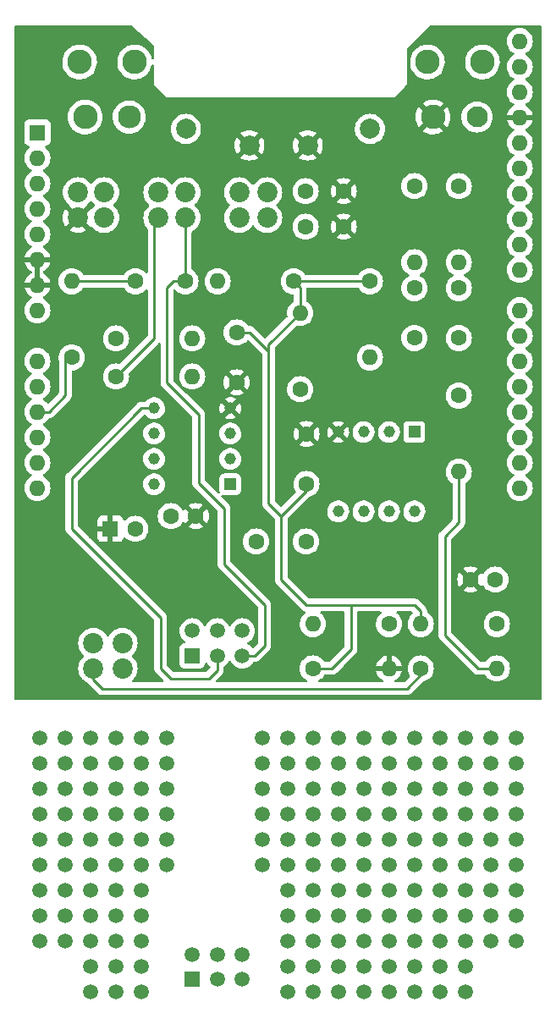
<source format=gbr>
G04 #@! TF.GenerationSoftware,KiCad,Pcbnew,(6.0.5)*
G04 #@! TF.CreationDate,2023-01-24T14:28:26+09:00*
G04 #@! TF.ProjectId,signalprocessing,7369676e-616c-4707-926f-63657373696e,rev?*
G04 #@! TF.SameCoordinates,Original*
G04 #@! TF.FileFunction,Copper,L2,Bot*
G04 #@! TF.FilePolarity,Positive*
%FSLAX46Y46*%
G04 Gerber Fmt 4.6, Leading zero omitted, Abs format (unit mm)*
G04 Created by KiCad (PCBNEW (6.0.5)) date 2023-01-24 14:28:26*
%MOMM*%
%LPD*%
G01*
G04 APERTURE LIST*
G04 #@! TA.AperFunction,ComponentPad*
%ADD10C,2.450000*%
G04 #@! TD*
G04 #@! TA.AperFunction,ComponentPad*
%ADD11C,2.100000*%
G04 #@! TD*
G04 #@! TA.AperFunction,ComponentPad*
%ADD12C,1.500000*%
G04 #@! TD*
G04 #@! TA.AperFunction,ComponentPad*
%ADD13R,1.500000X1.500000*%
G04 #@! TD*
G04 #@! TA.AperFunction,ComponentPad*
%ADD14C,1.600000*%
G04 #@! TD*
G04 #@! TA.AperFunction,ComponentPad*
%ADD15C,2.000000*%
G04 #@! TD*
G04 #@! TA.AperFunction,ComponentPad*
%ADD16O,1.600000X1.600000*%
G04 #@! TD*
G04 #@! TA.AperFunction,ComponentPad*
%ADD17R,1.600000X1.600000*%
G04 #@! TD*
G04 #@! TA.AperFunction,ComponentPad*
%ADD18C,2.020000*%
G04 #@! TD*
G04 #@! TA.AperFunction,ComponentPad*
%ADD19C,2.300000*%
G04 #@! TD*
G04 #@! TA.AperFunction,ComponentPad*
%ADD20R,1.160000X1.160000*%
G04 #@! TD*
G04 #@! TA.AperFunction,ComponentPad*
%ADD21C,1.160000*%
G04 #@! TD*
G04 #@! TA.AperFunction,ViaPad*
%ADD22C,0.800000*%
G04 #@! TD*
G04 #@! TA.AperFunction,ViaPad*
%ADD23C,1.000000*%
G04 #@! TD*
G04 #@! TA.AperFunction,Conductor*
%ADD24C,0.250000*%
G04 #@! TD*
G04 APERTURE END LIST*
D10*
G04 #@! TO.P,J1,1,GND*
G04 #@! TO.N,GND*
X119974000Y-87067500D03*
G04 #@! TO.P,J1,2,L*
G04 #@! TO.N,Net-(J1-Pad2)*
X119424000Y-81567500D03*
G04 #@! TO.P,J1,3,L*
X124924000Y-81567500D03*
D11*
G04 #@! TO.P,J1,4,R*
G04 #@! TO.N,Net-(J1-Pad4)*
X124374000Y-87067500D03*
G04 #@! TD*
D12*
G04 #@! TO.P,RV1,R23*
G04 #@! TO.N,N/C*
X100885000Y-138470000D03*
G04 #@! TO.P,RV1,R22*
X98385000Y-138470000D03*
G04 #@! TO.P,RV1,R21*
X95885000Y-138470000D03*
G04 #@! TO.P,RV1,R13,3*
G04 #@! TO.N,/R13*
X100885000Y-140970000D03*
G04 #@! TO.P,RV1,R12,2*
G04 #@! TO.N,Net-(IC2-Pad5)*
X98385000Y-140970000D03*
D13*
G04 #@! TO.P,RV1,R11,1*
G04 #@! TO.N,/R11*
X95885000Y-140970000D03*
G04 #@! TD*
D14*
G04 #@! TO.P,C7,1*
G04 #@! TO.N,Net-(C7-Pad1)*
X107228000Y-94488000D03*
G04 #@! TO.P,C7,2*
G04 #@! TO.N,GND*
X111038000Y-94488000D03*
G04 #@! TD*
D15*
G04 #@! TO.P,TP4,1,1*
G04 #@! TO.N,GND*
X101600000Y-89916000D03*
G04 #@! TD*
D12*
G04 #@! TO.P,REF\u002A\u002A30,1*
G04 #@! TO.N,N/C*
X105410000Y-156845000D03*
G04 #@! TD*
D14*
G04 #@! TO.P,C10,1*
G04 #@! TO.N,GND*
X96246000Y-127000000D03*
G04 #@! TO.P,C10,2*
G04 #@! TO.N,+5V*
X93746000Y-127000000D03*
G04 #@! TD*
G04 #@! TO.P,C8,1*
G04 #@! TO.N,Net-(C8-Pad1)*
X90210000Y-103505000D03*
G04 #@! TO.P,C8,2*
G04 #@! TO.N,/R13*
X95210000Y-103505000D03*
G04 #@! TD*
D12*
G04 #@! TO.P,REF\u002A\u002A82,1*
G04 #@! TO.N,N/C*
X110490000Y-169545000D03*
G04 #@! TD*
G04 #@! TO.P,REF\u002A\u002A86,1*
G04 #@! TO.N,N/C*
X120650000Y-169545000D03*
G04 #@! TD*
G04 #@! TO.P,REF\u002A\u002A30,1*
G04 #@! TO.N,N/C*
X102870000Y-156845000D03*
G04 #@! TD*
G04 #@! TO.P,REF\u002A\u002A39,1*
G04 #@! TO.N,N/C*
X128270000Y-156845000D03*
G04 #@! TD*
G04 #@! TO.P,REF\u002A\u002A24,1*
G04 #@! TO.N,N/C*
X115570000Y-154305000D03*
G04 #@! TD*
G04 #@! TO.P,REF\u002A\u002A69,1*
G04 #@! TO.N,N/C*
X128270000Y-164465000D03*
G04 #@! TD*
G04 #@! TO.P,REF\u002A\u002A49,1*
G04 #@! TO.N,N/C*
X128270000Y-159385000D03*
G04 #@! TD*
G04 #@! TO.P,REF\u002A\u002A62,1*
G04 #@! TO.N,N/C*
X110490000Y-164465000D03*
G04 #@! TD*
D15*
G04 #@! TO.P,TP1,1,1*
G04 #@! TO.N,Net-(C1-Pad2)*
X113665000Y-88265000D03*
G04 #@! TD*
D16*
G04 #@! TO.P,U1,32*
G04 #@! TO.N,N/C*
X128655000Y-79485000D03*
G04 #@! TO.P,U1,31*
X128655000Y-82025000D03*
G04 #@! TO.P,U1,30,AVDD*
G04 #@! TO.N,VDDA*
X128655000Y-84565000D03*
G04 #@! TO.P,U1,29,GND*
G04 #@! TO.N,GND*
X128655000Y-87105000D03*
G04 #@! TO.P,U1,28*
G04 #@! TO.N,N/C*
X128655000Y-89645000D03*
G04 #@! TO.P,U1,27*
X128655000Y-92185000D03*
G04 #@! TO.P,U1,26*
X128655000Y-94725000D03*
G04 #@! TO.P,U1,25*
X128655000Y-97265000D03*
G04 #@! TO.P,U1,24*
X128655000Y-99805000D03*
G04 #@! TO.P,U1,23*
X128655000Y-102345000D03*
G04 #@! TO.P,U1,22*
X128655000Y-106405000D03*
G04 #@! TO.P,U1,21*
X128655000Y-108945000D03*
G04 #@! TO.P,U1,20*
X128655000Y-111485000D03*
G04 #@! TO.P,U1,19*
X128655000Y-114025000D03*
G04 #@! TO.P,U1,18*
X128655000Y-116565000D03*
G04 #@! TO.P,U1,17*
X128655000Y-119105000D03*
G04 #@! TO.P,U1,16*
X128655000Y-121645000D03*
G04 #@! TO.P,U1,15*
X128655000Y-124185000D03*
G04 #@! TO.P,U1,14*
X80395000Y-124185000D03*
G04 #@! TO.P,U1,13*
X80395000Y-121645000D03*
G04 #@! TO.P,U1,12*
X80395000Y-119105000D03*
G04 #@! TO.P,U1,11,PA4(A2)*
G04 #@! TO.N,Net-(R10-Pad1)*
X80395000Y-116565000D03*
G04 #@! TO.P,U1,10,PA1(A1)*
G04 #@! TO.N,Net-(JP1-Pad2)*
X80395000Y-114025000D03*
G04 #@! TO.P,U1,9*
G04 #@! TO.N,N/C*
X80395000Y-111485000D03*
G04 #@! TO.P,U1,8,VIN*
G04 #@! TO.N,unconnected-(U1-Pad8)*
X80395000Y-106405000D03*
G04 #@! TO.P,U1,7,GND*
G04 #@! TO.N,GND*
X80395000Y-103865000D03*
G04 #@! TO.P,U1,6,GND*
X80395000Y-101325000D03*
G04 #@! TO.P,U1,5,+5V*
G04 #@! TO.N,+5V*
X80395000Y-98785000D03*
G04 #@! TO.P,U1,4,+3V3*
G04 #@! TO.N,unconnected-(U1-Pad4)*
X80395000Y-96245000D03*
G04 #@! TO.P,U1,3,~{RESET}*
G04 #@! TO.N,unconnected-(U1-Pad3)*
X80395000Y-93705000D03*
G04 #@! TO.P,U1,2,IOREF*
G04 #@! TO.N,unconnected-(U1-Pad2)*
X80395000Y-91165000D03*
D17*
G04 #@! TO.P,U1,1*
G04 #@! TO.N,N/C*
X80395000Y-88625000D03*
G04 #@! TD*
D12*
G04 #@! TO.P,REF\u002A\u002A26,1*
G04 #@! TO.N,N/C*
X120650000Y-154305000D03*
G04 #@! TD*
D14*
G04 #@! TO.P,R12,1*
G04 #@! TO.N,Net-(IC2-Pad1)*
X88265000Y-109220000D03*
D16*
G04 #@! TO.P,R12,2*
G04 #@! TO.N,Net-(IC2-Pad2)*
X95885000Y-109220000D03*
G04 #@! TD*
D12*
G04 #@! TO.P,REF\u002A\u002A8,1*
G04 #@! TO.N,N/C*
X125730000Y-149225000D03*
G04 #@! TD*
D14*
G04 #@! TO.P,R10,1*
G04 #@! TO.N,Net-(R10-Pad1)*
X83820000Y-111125000D03*
D16*
G04 #@! TO.P,R10,2*
G04 #@! TO.N,Net-(C8-Pad1)*
X83820000Y-103505000D03*
G04 #@! TD*
D14*
G04 #@! TO.P,R1,1*
G04 #@! TO.N,Net-(C1-Pad1)*
X106680000Y-114300000D03*
D16*
G04 #@! TO.P,R1,2*
G04 #@! TO.N,/R11*
X106680000Y-106680000D03*
G04 #@! TD*
D17*
G04 #@! TO.P,C11,1*
G04 #@! TO.N,GND*
X87694888Y-128270000D03*
D14*
G04 #@! TO.P,C11,2*
G04 #@! TO.N,+5V*
X90194888Y-128270000D03*
G04 #@! TD*
D12*
G04 #@! TO.P,REF\u002A\u002A57,1*
G04 #@! TO.N,N/C*
X123190000Y-161925000D03*
G04 #@! TD*
G04 #@! TO.P,REF\u002A\u002A104,1*
G04 #@! TO.N,N/C*
X115570000Y-174625000D03*
G04 #@! TD*
G04 #@! TO.P,REF\u002A\u002A105,1*
G04 #@! TO.N,N/C*
X118110000Y-174625000D03*
G04 #@! TD*
D14*
G04 #@! TO.P,R3,1*
G04 #@! TO.N,Net-(J1-Pad2)*
X118110000Y-93980000D03*
D16*
G04 #@! TO.P,R3,2*
G04 #@! TO.N,Net-(C2-Pad1)*
X118110000Y-101600000D03*
G04 #@! TD*
D12*
G04 #@! TO.P,REF\u002A\u002A85,1*
G04 #@! TO.N,N/C*
X118110000Y-169545000D03*
G04 #@! TD*
G04 #@! TO.P,REF\u002A\u002A56,1*
G04 #@! TO.N,N/C*
X120650000Y-161925000D03*
G04 #@! TD*
G04 #@! TO.P,REF\u002A\u002A61,1*
G04 #@! TO.N,N/C*
X107950000Y-164465000D03*
G04 #@! TD*
G04 #@! TO.P,REF\u002A\u002A46,1*
G04 #@! TO.N,N/C*
X88265000Y-159385000D03*
G04 #@! TD*
G04 #@! TO.P,REF\u002A\u002A1,1*
G04 #@! TO.N,N/C*
X107950000Y-149225000D03*
G04 #@! TD*
G04 #@! TO.P,REF\u002A\u002A97,1*
G04 #@! TO.N,N/C*
X90805000Y-172085000D03*
G04 #@! TD*
G04 #@! TO.P,REF\u002A\u002A96,1*
G04 #@! TO.N,N/C*
X88265000Y-172085000D03*
G04 #@! TD*
D14*
G04 #@! TO.P,C1,1*
G04 #@! TO.N,Net-(C1-Pad1)*
X107275000Y-129540000D03*
G04 #@! TO.P,C1,2*
G04 #@! TO.N,Net-(C1-Pad2)*
X102275000Y-129540000D03*
G04 #@! TD*
D12*
G04 #@! TO.P,REF\u002A\u002A5,1*
G04 #@! TO.N,N/C*
X85725000Y-149225000D03*
G04 #@! TD*
G04 #@! TO.P,REF\u002A\u002A34,1*
G04 #@! TO.N,N/C*
X115570000Y-156845000D03*
G04 #@! TD*
G04 #@! TO.P,REF\u002A\u002A84,1*
G04 #@! TO.N,N/C*
X115570000Y-169545000D03*
G04 #@! TD*
G04 #@! TO.P,REF\u002A\u002A51,1*
G04 #@! TO.N,N/C*
X107950000Y-161925000D03*
G04 #@! TD*
D18*
G04 #@! TO.P,JP2,1*
G04 #@! TO.N,Net-(C6-Pad1)*
X100585000Y-97155000D03*
G04 #@! TO.P,JP2,2*
G04 #@! TO.N,Net-(C8-Pad1)*
X100585000Y-94615000D03*
G04 #@! TD*
D12*
G04 #@! TO.P,REF\u002A\u002A37,1*
G04 #@! TO.N,N/C*
X90805000Y-156845000D03*
G04 #@! TD*
G04 #@! TO.P,REF\u002A\u002A45,1*
G04 #@! TO.N,N/C*
X118110000Y-159385000D03*
G04 #@! TD*
G04 #@! TO.P,REF\u002A\u002A74,1*
G04 #@! TO.N,N/C*
X83185000Y-167005000D03*
G04 #@! TD*
G04 #@! TO.P,REF\u002A\u002A102,1*
G04 #@! TO.N,N/C*
X110490000Y-174625000D03*
G04 #@! TD*
G04 #@! TO.P,REF\u002A\u002A73,1*
G04 #@! TO.N,N/C*
X80645000Y-167005000D03*
G04 #@! TD*
G04 #@! TO.P,REF\u002A\u002A17,1*
G04 #@! TO.N,N/C*
X123190000Y-151765000D03*
G04 #@! TD*
G04 #@! TO.P,REF\u002A\u002A93,1*
G04 #@! TO.N,N/C*
X113030000Y-172085000D03*
G04 #@! TD*
G04 #@! TO.P,REF\u002A\u002A50,1*
G04 #@! TO.N,N/C*
X105410000Y-161925000D03*
G04 #@! TD*
G04 #@! TO.P,REF\u002A\u002A77,1*
G04 #@! TO.N,N/C*
X123190000Y-167005000D03*
G04 #@! TD*
G04 #@! TO.P,REF\u002A\u002A95,1*
G04 #@! TO.N,N/C*
X85725000Y-172085000D03*
G04 #@! TD*
G04 #@! TO.P,REF\u002A\u002A107,1*
G04 #@! TO.N,N/C*
X123190000Y-174625000D03*
G04 #@! TD*
G04 #@! TO.P,REF\u002A\u002A6,1*
G04 #@! TO.N,N/C*
X88265000Y-149225000D03*
G04 #@! TD*
D14*
G04 #@! TO.P,R9,1*
G04 #@! TO.N,Net-(IC1-Pad6)*
X115570000Y-137795000D03*
D16*
G04 #@! TO.P,R9,2*
G04 #@! TO.N,Net-(JP1-Pad1)*
X107950000Y-137795000D03*
G04 #@! TD*
D12*
G04 #@! TO.P,REF\u002A\u002A15,1*
G04 #@! TO.N,N/C*
X85725000Y-151765000D03*
G04 #@! TD*
G04 #@! TO.P,REF\u002A\u002A3,1*
G04 #@! TO.N,N/C*
X80645000Y-149225000D03*
G04 #@! TD*
G04 #@! TO.P,REF\u002A\u002A106,1*
G04 #@! TO.N,N/C*
X88265000Y-174625000D03*
G04 #@! TD*
G04 #@! TO.P,REF\u002A\u002A92,1*
G04 #@! TO.N,N/C*
X110490000Y-172085000D03*
G04 #@! TD*
G04 #@! TO.P,REF\u002A\u002A33,1*
G04 #@! TO.N,N/C*
X113030000Y-156845000D03*
G04 #@! TD*
G04 #@! TO.P,REF\u002A\u002A55,1*
G04 #@! TO.N,N/C*
X118110000Y-161925000D03*
G04 #@! TD*
G04 #@! TO.P,REF\u002A\u002A48,1*
G04 #@! TO.N,N/C*
X125730000Y-159385000D03*
G04 #@! TD*
G04 #@! TO.P,REF\u002A\u002A38,1*
G04 #@! TO.N,N/C*
X125730000Y-156845000D03*
G04 #@! TD*
G04 #@! TO.P,REF\u002A\u002A74,1*
G04 #@! TO.N,N/C*
X115570000Y-167005000D03*
G04 #@! TD*
D15*
G04 #@! TO.P,TP3,1,1*
G04 #@! TO.N,Net-(C8-Pad1)*
X95250000Y-88265000D03*
G04 #@! TD*
D12*
G04 #@! TO.P,REF\u002A\u002A57,1*
G04 #@! TO.N,N/C*
X90805000Y-161925000D03*
G04 #@! TD*
G04 #@! TO.P,REF\u002A\u002A27,1*
G04 #@! TO.N,N/C*
X123190000Y-154305000D03*
G04 #@! TD*
G04 #@! TO.P,REF\u002A\u002A19,1*
G04 #@! TO.N,N/C*
X128270000Y-151765000D03*
G04 #@! TD*
G04 #@! TO.P,REF\u002A\u002A28,1*
G04 #@! TO.N,N/C*
X125730000Y-154305000D03*
G04 #@! TD*
G04 #@! TO.P,REF\u002A\u002A42,1*
G04 #@! TO.N,N/C*
X110490000Y-159385000D03*
G04 #@! TD*
G04 #@! TO.P,REF\u002A\u002A91,1*
G04 #@! TO.N,N/C*
X107950000Y-172085000D03*
G04 #@! TD*
G04 #@! TO.P,REF\u002A\u002A55,1*
G04 #@! TO.N,N/C*
X85725000Y-161925000D03*
G04 #@! TD*
G04 #@! TO.P,REF\u002A\u002A35,1*
G04 #@! TO.N,N/C*
X118110000Y-156845000D03*
G04 #@! TD*
G04 #@! TO.P,REF\u002A\u002A73,1*
G04 #@! TO.N,N/C*
X113030000Y-167005000D03*
G04 #@! TD*
G04 #@! TO.P,REF\u002A\u002A97,1*
G04 #@! TO.N,N/C*
X123190000Y-172085000D03*
G04 #@! TD*
D10*
G04 #@! TO.P,J2,1,GND*
G04 #@! TO.N,Net-(J2-Pad1)*
X85176000Y-87067500D03*
G04 #@! TO.P,J2,2,L*
G04 #@! TO.N,Net-(J2-Pad2)*
X84626000Y-81567500D03*
G04 #@! TO.P,J2,3,L*
X90126000Y-81567500D03*
D19*
G04 #@! TO.P,J2,4,R*
G04 #@! TO.N,unconnected-(J2-Pad4)*
X89576000Y-87067500D03*
G04 #@! TD*
D14*
G04 #@! TO.P,R6,1*
G04 #@! TO.N,Net-(JP11-Pad2)*
X118745000Y-142240000D03*
D16*
G04 #@! TO.P,R6,2*
G04 #@! TO.N,Net-(IC1-Pad1)*
X126365000Y-142240000D03*
G04 #@! TD*
D12*
G04 #@! TO.P,REF\u002A\u002A79,1*
G04 #@! TO.N,N/C*
X128270000Y-167005000D03*
G04 #@! TD*
G04 #@! TO.P,REF\u002A\u002A20,1*
G04 #@! TO.N,N/C*
X105410000Y-154305000D03*
G04 #@! TD*
D18*
G04 #@! TO.P,JP3,1*
G04 #@! TO.N,/R13*
X95195000Y-97152500D03*
G04 #@! TO.P,JP3,2*
G04 #@! TO.N,Net-(J2-Pad2)*
X95195000Y-94612500D03*
G04 #@! TD*
D12*
G04 #@! TO.P,REF\u002A\u002A70,1*
G04 #@! TO.N,N/C*
X105410000Y-167005000D03*
G04 #@! TD*
G04 #@! TO.P,REF\u002A\u002A34,1*
G04 #@! TO.N,N/C*
X83185000Y-156845000D03*
G04 #@! TD*
G04 #@! TO.P,REF\u002A\u002A50,1*
G04 #@! TO.N,N/C*
X93345000Y-161925000D03*
G04 #@! TD*
G04 #@! TO.P,REF\u002A\u002A76,1*
G04 #@! TO.N,N/C*
X120650000Y-167005000D03*
G04 #@! TD*
G04 #@! TO.P,REF\u002A\u002A6,1*
G04 #@! TO.N,N/C*
X120650000Y-149225000D03*
G04 #@! TD*
G04 #@! TO.P,REF\u002A\u002A25,1*
G04 #@! TO.N,N/C*
X118110000Y-154305000D03*
G04 #@! TD*
G04 #@! TO.P,REF\u002A\u002A40,1*
G04 #@! TO.N,N/C*
X102870000Y-159385000D03*
G04 #@! TD*
D18*
G04 #@! TO.P,JP1,1*
G04 #@! TO.N,Net-(JP1-Pad1)*
X88900000Y-142240000D03*
G04 #@! TO.P,JP1,2*
G04 #@! TO.N,Net-(JP1-Pad2)*
X88900000Y-139700000D03*
G04 #@! TD*
D12*
G04 #@! TO.P,REF\u002A\u002A36,1*
G04 #@! TO.N,N/C*
X120650000Y-156845000D03*
G04 #@! TD*
G04 #@! TO.P,REF\u002A\u002A44,1*
G04 #@! TO.N,N/C*
X83185000Y-159385000D03*
G04 #@! TD*
G04 #@! TO.P,REF\u002A\u002A24,1*
G04 #@! TO.N,N/C*
X83185000Y-154305000D03*
G04 #@! TD*
G04 #@! TO.P,REF\u002A\u002A88,1*
G04 #@! TO.N,N/C*
X125730000Y-169545000D03*
G04 #@! TD*
G04 #@! TO.P,REF\u002A\u002A31,1*
G04 #@! TO.N,N/C*
X107950000Y-156845000D03*
G04 #@! TD*
G04 #@! TO.P,REF\u002A\u002A87,1*
G04 #@! TO.N,N/C*
X123190000Y-169545000D03*
G04 #@! TD*
G04 #@! TO.P,REF\u002A\u002A4,1*
G04 #@! TO.N,N/C*
X83185000Y-149225000D03*
G04 #@! TD*
D14*
G04 #@! TO.P,R7,1*
G04 #@! TO.N,VDDA*
X126365000Y-137795000D03*
D16*
G04 #@! TO.P,R7,2*
G04 #@! TO.N,/R11*
X118745000Y-137795000D03*
G04 #@! TD*
D12*
G04 #@! TO.P,REF\u002A\u002A18,1*
G04 #@! TO.N,N/C*
X125730000Y-151765000D03*
G04 #@! TD*
G04 #@! TO.P,REF\u002A\u002A11,1*
G04 #@! TO.N,N/C*
X107950000Y-151765000D03*
G04 #@! TD*
G04 #@! TO.P,REF\u002A\u002A7,1*
G04 #@! TO.N,N/C*
X123190000Y-149225000D03*
G04 #@! TD*
G04 #@! TO.P,REF\u002A\u002A26,1*
G04 #@! TO.N,N/C*
X88265000Y-154305000D03*
G04 #@! TD*
G04 #@! TO.P,REF\u002A\u002A16,1*
G04 #@! TO.N,N/C*
X88265000Y-151765000D03*
G04 #@! TD*
G04 #@! TO.P,REF\u002A\u002A50,1*
G04 #@! TO.N,N/C*
X102870000Y-161925000D03*
G04 #@! TD*
G04 #@! TO.P,REF\u002A\u002A,1*
G04 #@! TO.N,N/C*
X102870000Y-149225000D03*
G04 #@! TD*
G04 #@! TO.P,REF\u002A\u002A40,1*
G04 #@! TO.N,N/C*
X93345000Y-159385000D03*
G04 #@! TD*
D14*
G04 #@! TO.P,R8,1*
G04 #@! TO.N,/R11*
X107950000Y-142240000D03*
D16*
G04 #@! TO.P,R8,2*
G04 #@! TO.N,GND*
X115570000Y-142240000D03*
G04 #@! TD*
D12*
G04 #@! TO.P,REF\u002A\u002A40,1*
G04 #@! TO.N,N/C*
X105410000Y-159385000D03*
G04 #@! TD*
D14*
G04 #@! TO.P,R13,1*
G04 #@! TO.N,Net-(IC2-Pad6)*
X88265000Y-113030000D03*
D16*
G04 #@! TO.P,R13,2*
G04 #@! TO.N,Net-(IC2-Pad2)*
X95885000Y-113030000D03*
G04 #@! TD*
D12*
G04 #@! TO.P,REF\u002A\u002A46,1*
G04 #@! TO.N,N/C*
X120650000Y-159385000D03*
G04 #@! TD*
D14*
G04 #@! TO.P,R11,1*
G04 #@! TO.N,/R11*
X106045000Y-103505000D03*
D16*
G04 #@! TO.P,R11,2*
G04 #@! TO.N,Net-(IC2-Pad3)*
X98425000Y-103505000D03*
G04 #@! TD*
D12*
G04 #@! TO.P,REF\u002A\u002A94,1*
G04 #@! TO.N,N/C*
X115570000Y-172085000D03*
G04 #@! TD*
G04 #@! TO.P,REF\u002A\u002A95,1*
G04 #@! TO.N,N/C*
X118110000Y-172085000D03*
G04 #@! TD*
G04 #@! TO.P,REF\u002A\u002A15,1*
G04 #@! TO.N,N/C*
X118110000Y-151765000D03*
G04 #@! TD*
G04 #@! TO.P,REF\u002A\u002A47,1*
G04 #@! TO.N,N/C*
X90805000Y-159385000D03*
G04 #@! TD*
G04 #@! TO.P,REF\u002A\u002A43,1*
G04 #@! TO.N,N/C*
X80645000Y-159385000D03*
G04 #@! TD*
G04 #@! TO.P,REF\u002A\u002A14,1*
G04 #@! TO.N,N/C*
X83185000Y-151765000D03*
G04 #@! TD*
G04 #@! TO.P,REF\u002A\u002A53,1*
G04 #@! TO.N,N/C*
X113030000Y-161925000D03*
G04 #@! TD*
G04 #@! TO.P,REF\u002A\u002A21,1*
G04 #@! TO.N,N/C*
X107950000Y-154305000D03*
G04 #@! TD*
D18*
G04 #@! TO.P,JP11,1*
G04 #@! TO.N,Net-(JP1-Pad2)*
X85993500Y-139700000D03*
G04 #@! TO.P,JP11,2*
G04 #@! TO.N,Net-(JP11-Pad2)*
X85993500Y-142240000D03*
G04 #@! TD*
D12*
G04 #@! TO.P,REF\u002A\u002A77,1*
G04 #@! TO.N,N/C*
X90805000Y-167005000D03*
G04 #@! TD*
G04 #@! TO.P,REF\u002A\u002A64,1*
G04 #@! TO.N,N/C*
X115570000Y-164465000D03*
G04 #@! TD*
G04 #@! TO.P,REF\u002A\u002A58,1*
G04 #@! TO.N,N/C*
X125730000Y-161925000D03*
G04 #@! TD*
G04 #@! TO.P,REF\u002A\u002A37,1*
G04 #@! TO.N,N/C*
X123190000Y-156845000D03*
G04 #@! TD*
G04 #@! TO.P,REF\u002A\u002A80,1*
G04 #@! TO.N,N/C*
X105410000Y-169545000D03*
G04 #@! TD*
G04 #@! TO.P,REF\u002A\u002A29,1*
G04 #@! TO.N,N/C*
X128270000Y-154305000D03*
G04 #@! TD*
G04 #@! TO.P,REF\u002A\u002A44,1*
G04 #@! TO.N,N/C*
X115570000Y-159385000D03*
G04 #@! TD*
G04 #@! TO.P,REF\u002A\u002A90,1*
G04 #@! TO.N,N/C*
X105410000Y-172085000D03*
G04 #@! TD*
G04 #@! TO.P,REF\u002A\u002A65,1*
G04 #@! TO.N,N/C*
X118110000Y-164465000D03*
G04 #@! TD*
G04 #@! TO.P,REF\u002A\u002A10,1*
G04 #@! TO.N,N/C*
X102870000Y-151765000D03*
G04 #@! TD*
D18*
G04 #@! TO.P,JP12,1*
G04 #@! TO.N,Net-(C7-Pad1)*
X103374000Y-97155000D03*
G04 #@! TO.P,JP12,2*
G04 #@! TO.N,Net-(C8-Pad1)*
X103374000Y-94615000D03*
G04 #@! TD*
D12*
G04 #@! TO.P,REF\u002A\u002A13,1*
G04 #@! TO.N,N/C*
X113030000Y-151765000D03*
G04 #@! TD*
G04 #@! TO.P,REF\u002A\u002A75,1*
G04 #@! TO.N,N/C*
X118110000Y-167005000D03*
G04 #@! TD*
G04 #@! TO.P,REF\u002A\u002A67,1*
G04 #@! TO.N,N/C*
X123190000Y-164465000D03*
G04 #@! TD*
G04 #@! TO.P,REF\u002A\u002A84,1*
G04 #@! TO.N,N/C*
X83185000Y-169545000D03*
G04 #@! TD*
G04 #@! TO.P,REF\u002A\u002A59,1*
G04 #@! TO.N,N/C*
X128270000Y-161925000D03*
G04 #@! TD*
G04 #@! TO.P,REF\u002A\u002A100,1*
G04 #@! TO.N,N/C*
X105410000Y-174625000D03*
G04 #@! TD*
G04 #@! TO.P,REF\u002A\u002A14,1*
G04 #@! TO.N,N/C*
X115570000Y-151765000D03*
G04 #@! TD*
G04 #@! TO.P,REF\u002A\u002A107,1*
G04 #@! TO.N,N/C*
X90805000Y-174625000D03*
G04 #@! TD*
G04 #@! TO.P,REF\u002A\u002A4,1*
G04 #@! TO.N,N/C*
X115570000Y-149225000D03*
G04 #@! TD*
G04 #@! TO.P,REF\u002A\u002A54,1*
G04 #@! TO.N,N/C*
X115570000Y-161925000D03*
G04 #@! TD*
G04 #@! TO.P,REF\u002A\u002A36,1*
G04 #@! TO.N,N/C*
X88265000Y-156845000D03*
G04 #@! TD*
G04 #@! TO.P,REF\u002A\u002A63,1*
G04 #@! TO.N,N/C*
X80645000Y-164465000D03*
G04 #@! TD*
G04 #@! TO.P,REF\u002A\u002A52,1*
G04 #@! TO.N,N/C*
X110490000Y-161925000D03*
G04 #@! TD*
G04 #@! TO.P,REF\u002A\u002A45,1*
G04 #@! TO.N,N/C*
X85725000Y-159385000D03*
G04 #@! TD*
G04 #@! TO.P,REF\u002A\u002A65,1*
G04 #@! TO.N,N/C*
X85725000Y-164465000D03*
G04 #@! TD*
G04 #@! TO.P,REF\u002A\u002A47,1*
G04 #@! TO.N,N/C*
X123190000Y-159385000D03*
G04 #@! TD*
D14*
G04 #@! TO.P,C6,1*
G04 #@! TO.N,Net-(C6-Pad1)*
X107228000Y-98044000D03*
G04 #@! TO.P,C6,2*
G04 #@! TO.N,GND*
X111038000Y-98044000D03*
G04 #@! TD*
D15*
G04 #@! TO.P,TP2,1,1*
G04 #@! TO.N,GND*
X107442000Y-89916000D03*
G04 #@! TD*
D14*
G04 #@! TO.P,C3,1*
G04 #@! TO.N,Net-(C3-Pad1)*
X122555000Y-104180000D03*
G04 #@! TO.P,C3,2*
G04 #@! TO.N,Net-(C2-Pad2)*
X122555000Y-109180000D03*
G04 #@! TD*
D12*
G04 #@! TO.P,REF\u002A\u002A53,1*
G04 #@! TO.N,N/C*
X80645000Y-161925000D03*
G04 #@! TD*
G04 #@! TO.P,REF\u002A\u002A23,1*
G04 #@! TO.N,N/C*
X80645000Y-154305000D03*
G04 #@! TD*
G04 #@! TO.P,RV1,R23*
G04 #@! TO.N,/R13*
X100885000Y-170855000D03*
G04 #@! TO.P,RV1,R22*
G04 #@! TO.N,Net-(IC2-Pad5)*
X98385000Y-170855000D03*
G04 #@! TO.P,RV1,R21*
G04 #@! TO.N,/R11*
X95885000Y-170855000D03*
G04 #@! TO.P,RV1,R13,3*
G04 #@! TO.N,/R13*
X100885000Y-173355000D03*
G04 #@! TO.P,RV1,R12,2*
G04 #@! TO.N,Net-(IC2-Pad5)*
X98385000Y-173355000D03*
D13*
G04 #@! TO.P,RV1,R11,1*
G04 #@! TO.N,/R11*
X95885000Y-173355000D03*
G04 #@! TD*
D12*
G04 #@! TO.P,REF\u002A\u002A16,1*
G04 #@! TO.N,N/C*
X120650000Y-151765000D03*
G04 #@! TD*
G04 #@! TO.P,REF\u002A\u002A63,1*
G04 #@! TO.N,N/C*
X113030000Y-164465000D03*
G04 #@! TD*
G04 #@! TO.P,REF\u002A\u002A87,1*
G04 #@! TO.N,N/C*
X90805000Y-169545000D03*
G04 #@! TD*
G04 #@! TO.P,REF\u002A\u002A27,1*
G04 #@! TO.N,N/C*
X90805000Y-154305000D03*
G04 #@! TD*
G04 #@! TO.P,REF\u002A\u002A20,1*
G04 #@! TO.N,N/C*
X102870000Y-154305000D03*
G04 #@! TD*
G04 #@! TO.P,REF\u002A\u002A60,1*
G04 #@! TO.N,N/C*
X105410000Y-164465000D03*
G04 #@! TD*
G04 #@! TO.P,REF\u002A\u002A12,1*
G04 #@! TO.N,N/C*
X110490000Y-151765000D03*
G04 #@! TD*
G04 #@! TO.P,REF\u002A\u002A66,1*
G04 #@! TO.N,N/C*
X88265000Y-164465000D03*
G04 #@! TD*
G04 #@! TO.P,REF\u002A\u002A10,1*
G04 #@! TO.N,N/C*
X105410000Y-151765000D03*
G04 #@! TD*
G04 #@! TO.P,REF\u002A\u002A81,1*
G04 #@! TO.N,N/C*
X107950000Y-169545000D03*
G04 #@! TD*
G04 #@! TO.P,REF\u002A\u002A5,1*
G04 #@! TO.N,N/C*
X118110000Y-149225000D03*
G04 #@! TD*
D14*
G04 #@! TO.P,C9,1*
G04 #@! TO.N,GND*
X100330000Y-113625000D03*
G04 #@! TO.P,C9,2*
G04 #@! TO.N,/R11*
X100330000Y-108625000D03*
G04 #@! TD*
D12*
G04 #@! TO.P,REF\u002A\u002A66,1*
G04 #@! TO.N,N/C*
X120650000Y-164465000D03*
G04 #@! TD*
G04 #@! TO.P,REF\u002A\u002A13,1*
G04 #@! TO.N,N/C*
X80645000Y-151765000D03*
G04 #@! TD*
G04 #@! TO.P,REF\u002A\u002A17,1*
G04 #@! TO.N,N/C*
X90805000Y-151765000D03*
G04 #@! TD*
G04 #@! TO.P,REF\u002A\u002A20,1*
G04 #@! TO.N,N/C*
X93345000Y-154305000D03*
G04 #@! TD*
G04 #@! TO.P,REF\u002A\u002A23,1*
G04 #@! TO.N,N/C*
X113030000Y-154305000D03*
G04 #@! TD*
D20*
G04 #@! TO.P,IC2,1,OUTPUT_A*
G04 #@! TO.N,Net-(IC2-Pad1)*
X99695000Y-123825000D03*
D21*
G04 #@! TO.P,IC2,2,-INPUT_A*
G04 #@! TO.N,Net-(IC2-Pad2)*
X99695000Y-121285000D03*
G04 #@! TO.P,IC2,3,+INPUT_A*
G04 #@! TO.N,Net-(IC2-Pad3)*
X99695000Y-118745000D03*
G04 #@! TO.P,IC2,4,VSS_(V-)*
G04 #@! TO.N,GND*
X99695000Y-116205000D03*
G04 #@! TO.P,IC2,5,+INPUT_B*
G04 #@! TO.N,Net-(IC2-Pad5)*
X92075000Y-116205000D03*
G04 #@! TO.P,IC2,6,-INPUT_B*
G04 #@! TO.N,Net-(IC2-Pad6)*
X92075000Y-118745000D03*
G04 #@! TO.P,IC2,7,OUTPUT_B*
X92075000Y-121285000D03*
G04 #@! TO.P,IC2,8,VDD_(V+)*
G04 #@! TO.N,+5V*
X92075000Y-123825000D03*
G04 #@! TD*
D12*
G04 #@! TO.P,REF\u002A\u002A83,1*
G04 #@! TO.N,N/C*
X80645000Y-169545000D03*
G04 #@! TD*
D14*
G04 #@! TO.P,R2,1*
G04 #@! TO.N,/R11*
X113665000Y-103505000D03*
D16*
G04 #@! TO.P,R2,2*
G04 #@! TO.N,Net-(IC1-Pad3)*
X113665000Y-111125000D03*
G04 #@! TD*
D14*
G04 #@! TO.P,C4,1*
G04 #@! TO.N,GND*
X107315000Y-118785000D03*
G04 #@! TO.P,C4,2*
G04 #@! TO.N,/R11*
X107315000Y-123785000D03*
G04 #@! TD*
D12*
G04 #@! TO.P,REF\u002A\u002A85,1*
G04 #@! TO.N,N/C*
X85725000Y-169545000D03*
G04 #@! TD*
G04 #@! TO.P,REF\u002A\u002A68,1*
G04 #@! TO.N,N/C*
X125730000Y-164465000D03*
G04 #@! TD*
G04 #@! TO.P,REF\u002A\u002A67,1*
G04 #@! TO.N,N/C*
X90805000Y-164465000D03*
G04 #@! TD*
G04 #@! TO.P,REF\u002A\u002A30,1*
G04 #@! TO.N,N/C*
X93345000Y-156845000D03*
G04 #@! TD*
G04 #@! TO.P,REF\u002A\u002A22,1*
G04 #@! TO.N,N/C*
X110490000Y-154305000D03*
G04 #@! TD*
G04 #@! TO.P,REF\u002A\u002A3,1*
G04 #@! TO.N,N/C*
X113030000Y-149225000D03*
G04 #@! TD*
G04 #@! TO.P,REF\u002A\u002A25,1*
G04 #@! TO.N,N/C*
X85725000Y-154305000D03*
G04 #@! TD*
G04 #@! TO.P,REF\u002A\u002A54,1*
G04 #@! TO.N,N/C*
X83185000Y-161925000D03*
G04 #@! TD*
D14*
G04 #@! TO.P,C5,1*
G04 #@! TO.N,GND*
X123718000Y-133350000D03*
G04 #@! TO.P,C5,2*
G04 #@! TO.N,VDDA*
X126218000Y-133350000D03*
G04 #@! TD*
D12*
G04 #@! TO.P,REF\u002A\u002A89,1*
G04 #@! TO.N,N/C*
X128270000Y-169545000D03*
G04 #@! TD*
G04 #@! TO.P,REF\u002A\u002A2,1*
G04 #@! TO.N,N/C*
X110490000Y-149225000D03*
G04 #@! TD*
D18*
G04 #@! TO.P,JP14,1*
G04 #@! TO.N,Net-(J2-Pad1)*
X84455000Y-94615000D03*
G04 #@! TO.P,JP14,2*
G04 #@! TO.N,GND*
X84455000Y-97155000D03*
G04 #@! TD*
D12*
G04 #@! TO.P,REF\u002A\u002A76,1*
G04 #@! TO.N,N/C*
X88265000Y-167005000D03*
G04 #@! TD*
G04 #@! TO.P,REF\u002A\u002A10,1*
G04 #@! TO.N,N/C*
X93345000Y-151765000D03*
G04 #@! TD*
G04 #@! TO.P,REF\u002A\u002A35,1*
G04 #@! TO.N,N/C*
X85725000Y-156845000D03*
G04 #@! TD*
G04 #@! TO.P,REF\u002A\u002A75,1*
G04 #@! TO.N,N/C*
X85725000Y-167005000D03*
G04 #@! TD*
D14*
G04 #@! TO.P,R5,1*
G04 #@! TO.N,Net-(C2-Pad2)*
X122555000Y-114935000D03*
D16*
G04 #@! TO.P,R5,2*
G04 #@! TO.N,Net-(IC1-Pad1)*
X122555000Y-122555000D03*
G04 #@! TD*
D14*
G04 #@! TO.P,C2,1*
G04 #@! TO.N,Net-(C2-Pad1)*
X118110000Y-104180000D03*
G04 #@! TO.P,C2,2*
G04 #@! TO.N,Net-(C2-Pad2)*
X118110000Y-109180000D03*
G04 #@! TD*
D12*
G04 #@! TO.P,REF\u002A\u002A32,1*
G04 #@! TO.N,N/C*
X110490000Y-156845000D03*
G04 #@! TD*
G04 #@! TO.P,REF\u002A\u002A64,1*
G04 #@! TO.N,N/C*
X83185000Y-164465000D03*
G04 #@! TD*
G04 #@! TO.P,REF\u002A\u002A43,1*
G04 #@! TO.N,N/C*
X113030000Y-159385000D03*
G04 #@! TD*
G04 #@! TO.P,REF\u002A\u002A105,1*
G04 #@! TO.N,N/C*
X85725000Y-174625000D03*
G04 #@! TD*
G04 #@! TO.P,REF\u002A\u002A9,1*
G04 #@! TO.N,GND*
X128270000Y-149225000D03*
G04 #@! TD*
G04 #@! TO.P,REF\u002A\u002A7,1*
G04 #@! TO.N,N/C*
X90805000Y-149225000D03*
G04 #@! TD*
D20*
G04 #@! TO.P,IC1,1,VOUTA*
G04 #@! TO.N,Net-(IC1-Pad1)*
X118110000Y-118585000D03*
D21*
G04 #@! TO.P,IC1,2,VINA-*
G04 #@! TO.N,Net-(C2-Pad2)*
X115570000Y-118585000D03*
G04 #@! TO.P,IC1,3,VINA+*
G04 #@! TO.N,Net-(IC1-Pad3)*
X113030000Y-118585000D03*
G04 #@! TO.P,IC1,4,VSS*
G04 #@! TO.N,GND*
X110490000Y-118585000D03*
G04 #@! TO.P,IC1,5,VINB+*
G04 #@! TO.N,Net-(C1-Pad1)*
X110490000Y-126525000D03*
G04 #@! TO.P,IC1,6,VINB-*
G04 #@! TO.N,Net-(IC1-Pad6)*
X113030000Y-126525000D03*
G04 #@! TO.P,IC1,7,VOUTB*
X115570000Y-126525000D03*
G04 #@! TO.P,IC1,8,VDD*
G04 #@! TO.N,VDDA*
X118110000Y-126525000D03*
G04 #@! TD*
D12*
G04 #@! TO.P,REF\u002A\u002A106,1*
G04 #@! TO.N,N/C*
X120650000Y-174625000D03*
G04 #@! TD*
G04 #@! TO.P,REF\u002A\u002A103,1*
G04 #@! TO.N,N/C*
X113030000Y-174625000D03*
G04 #@! TD*
D18*
G04 #@! TO.P,JP4,1*
G04 #@! TO.N,Net-(IC2-Pad1)*
X87067000Y-97155000D03*
G04 #@! TO.P,JP4,2*
G04 #@! TO.N,Net-(J2-Pad1)*
X87067000Y-94615000D03*
G04 #@! TD*
G04 #@! TO.P,JP13,1*
G04 #@! TO.N,Net-(J2-Pad2)*
X92511000Y-94620000D03*
G04 #@! TO.P,JP13,2*
G04 #@! TO.N,Net-(IC2-Pad6)*
X92511000Y-97160000D03*
G04 #@! TD*
D12*
G04 #@! TO.P,REF\u002A\u002A86,1*
G04 #@! TO.N,N/C*
X88265000Y-169545000D03*
G04 #@! TD*
G04 #@! TO.P,REF\u002A\u002A,1*
G04 #@! TO.N,N/C*
X93345000Y-149225000D03*
G04 #@! TD*
G04 #@! TO.P,REF\u002A\u002A72,1*
G04 #@! TO.N,N/C*
X110490000Y-167005000D03*
G04 #@! TD*
G04 #@! TO.P,REF\u002A\u002A33,1*
G04 #@! TO.N,N/C*
X80645000Y-156845000D03*
G04 #@! TD*
G04 #@! TO.P,REF\u002A\u002A56,1*
G04 #@! TO.N,N/C*
X88265000Y-161925000D03*
G04 #@! TD*
G04 #@! TO.P,REF\u002A\u002A,1*
G04 #@! TO.N,N/C*
X105410000Y-149225000D03*
G04 #@! TD*
G04 #@! TO.P,REF\u002A\u002A101,1*
G04 #@! TO.N,N/C*
X107950000Y-174625000D03*
G04 #@! TD*
G04 #@! TO.P,REF\u002A\u002A41,1*
G04 #@! TO.N,N/C*
X107950000Y-159385000D03*
G04 #@! TD*
G04 #@! TO.P,REF\u002A\u002A96,1*
G04 #@! TO.N,N/C*
X120650000Y-172085000D03*
G04 #@! TD*
G04 #@! TO.P,REF\u002A\u002A71,1*
G04 #@! TO.N,N/C*
X107950000Y-167005000D03*
G04 #@! TD*
G04 #@! TO.P,REF\u002A\u002A78,1*
G04 #@! TO.N,N/C*
X125730000Y-167005000D03*
G04 #@! TD*
G04 #@! TO.P,REF\u002A\u002A83,1*
G04 #@! TO.N,N/C*
X113030000Y-169545000D03*
G04 #@! TD*
D14*
G04 #@! TO.P,R4,1*
G04 #@! TO.N,Net-(J1-Pad4)*
X122555000Y-93980000D03*
D16*
G04 #@! TO.P,R4,2*
G04 #@! TO.N,Net-(C3-Pad1)*
X122555000Y-101600000D03*
G04 #@! TD*
D22*
G04 #@! TO.N,GND*
X80772000Y-83312000D03*
X102362000Y-143002000D03*
D23*
X130302000Y-144272000D03*
D22*
X120396000Y-97536000D03*
X111760000Y-131572000D03*
X101600000Y-103378000D03*
X120396000Y-112014000D03*
G04 #@! TD*
D24*
G04 #@! TO.N,Net-(C8-Pad1)*
X83820000Y-103505000D02*
X90210000Y-103505000D01*
G04 #@! TO.N,Net-(IC1-Pad1)*
X124460000Y-142240000D02*
X126365000Y-142240000D01*
X122555000Y-127635000D02*
X121158000Y-129032000D01*
X121158000Y-129032000D02*
X121158000Y-138938000D01*
X121158000Y-138938000D02*
X124460000Y-142240000D01*
X122555000Y-122555000D02*
X122555000Y-127635000D01*
G04 #@! TO.N,Net-(IC2-Pad5)*
X97536000Y-143256000D02*
X98385000Y-142407000D01*
X83820000Y-123190000D02*
X83820000Y-128270000D01*
X92710000Y-137160000D02*
X92710000Y-142240000D01*
X92075000Y-116205000D02*
X90805000Y-116205000D01*
X83820000Y-128270000D02*
X92710000Y-137160000D01*
X92710000Y-142240000D02*
X93726000Y-143256000D01*
X93726000Y-143256000D02*
X97536000Y-143256000D01*
X98385000Y-142407000D02*
X98385000Y-140970000D01*
X90805000Y-116205000D02*
X83820000Y-123190000D01*
G04 #@! TO.N,Net-(IC2-Pad6)*
X88265000Y-113030000D02*
X92075000Y-109220000D01*
X92075000Y-109220000D02*
X92075000Y-97160000D01*
G04 #@! TO.N,Net-(R10-Pad1)*
X80395000Y-116565000D02*
X81555000Y-116565000D01*
X81555000Y-116565000D02*
X83185000Y-114935000D01*
X83185000Y-114935000D02*
X83185000Y-111125000D01*
G04 #@! TO.N,Net-(JP11-Pad2)*
X118745000Y-142240000D02*
X118745000Y-142875000D01*
X86868000Y-144272000D02*
X85993500Y-143397500D01*
X117348000Y-144272000D02*
X86868000Y-144272000D01*
X85993500Y-143397500D02*
X85993500Y-142240000D01*
X118745000Y-142875000D02*
X117348000Y-144272000D01*
G04 #@! TO.N,/R11*
X118745000Y-137795000D02*
X118745000Y-136525000D01*
X111760000Y-135890000D02*
X111760000Y-140335000D01*
X111760000Y-135890000D02*
X108585000Y-135890000D01*
X104775000Y-127000000D02*
X107315000Y-124460000D01*
X106680000Y-106680000D02*
X106680000Y-104140000D01*
X103505000Y-110490000D02*
X103505000Y-111760000D01*
X101640000Y-108625000D02*
X102235000Y-109220000D01*
X107315000Y-124460000D02*
X107315000Y-123785000D01*
X107315000Y-135890000D02*
X107950000Y-135890000D01*
X103505000Y-111760000D02*
X103505000Y-125730000D01*
X103505000Y-109855000D02*
X106680000Y-106680000D01*
X111760000Y-140335000D02*
X109855000Y-142240000D01*
X104775000Y-133350000D02*
X104775000Y-127000000D01*
X103505000Y-125730000D02*
X104775000Y-127000000D01*
X104775000Y-133350000D02*
X107315000Y-135890000D01*
X102235000Y-109220000D02*
X103505000Y-110490000D01*
X118110000Y-135890000D02*
X111760000Y-135890000D01*
X100330000Y-108625000D02*
X101640000Y-108625000D01*
X105410000Y-103505000D02*
X113665000Y-103505000D01*
X118745000Y-136525000D02*
X118110000Y-135890000D01*
X106680000Y-104140000D02*
X106045000Y-103505000D01*
X107950000Y-135890000D02*
X108585000Y-135890000D01*
X103505000Y-110490000D02*
X103505000Y-109855000D01*
X109855000Y-142240000D02*
X107950000Y-142240000D01*
G04 #@! TO.N,/R13*
X95195000Y-97152500D02*
X95195000Y-103490000D01*
X103124000Y-135890000D02*
X103124000Y-139954000D01*
X99060000Y-131826000D02*
X103124000Y-135890000D01*
X96520000Y-123698000D02*
X99060000Y-126238000D01*
X102108000Y-140970000D02*
X100885000Y-140970000D01*
X95195000Y-103490000D02*
X95210000Y-103505000D01*
X93980000Y-103505000D02*
X93345000Y-104140000D01*
X103124000Y-139954000D02*
X102108000Y-140970000D01*
X93345000Y-104140000D02*
X93345000Y-113665000D01*
X93345000Y-113665000D02*
X96520000Y-116840000D01*
X99060000Y-126238000D02*
X99060000Y-131826000D01*
X96520000Y-116840000D02*
X96520000Y-123698000D01*
X95210000Y-103505000D02*
X93980000Y-103505000D01*
G04 #@! TD*
G04 #@! TA.AperFunction,Conductor*
G04 #@! TO.N,GND*
G36*
X89746246Y-77928502D02*
G01*
X89762141Y-77940600D01*
X91938182Y-79887584D01*
X91943261Y-79892389D01*
X92038095Y-79987223D01*
X92072121Y-80049535D01*
X92075000Y-80076318D01*
X92075000Y-81198071D01*
X92054998Y-81266192D01*
X92001342Y-81312685D01*
X91931068Y-81322789D01*
X91866488Y-81293295D01*
X91828104Y-81233569D01*
X91826107Y-81225879D01*
X91789434Y-81063809D01*
X91788403Y-81059252D01*
X91771548Y-81015910D01*
X91696712Y-80823469D01*
X91696711Y-80823467D01*
X91695019Y-80819116D01*
X91567167Y-80595421D01*
X91407654Y-80393080D01*
X91219986Y-80216540D01*
X91008285Y-80069677D01*
X91004095Y-80067611D01*
X91004092Y-80067609D01*
X90781389Y-79957785D01*
X90781386Y-79957784D01*
X90777201Y-79955720D01*
X90531812Y-79877170D01*
X90527205Y-79876420D01*
X90527202Y-79876419D01*
X90282119Y-79836505D01*
X90282120Y-79836505D01*
X90277508Y-79835754D01*
X90152285Y-79834115D01*
X90024553Y-79832442D01*
X90024550Y-79832442D01*
X90019876Y-79832381D01*
X89764574Y-79867126D01*
X89760084Y-79868435D01*
X89760078Y-79868436D01*
X89521706Y-79937916D01*
X89521701Y-79937918D01*
X89517213Y-79939226D01*
X89512966Y-79941184D01*
X89512963Y-79941185D01*
X89476955Y-79957785D01*
X89283226Y-80047095D01*
X89279317Y-80049658D01*
X89071666Y-80185799D01*
X89071661Y-80185803D01*
X89067753Y-80188365D01*
X88875528Y-80359933D01*
X88710773Y-80558029D01*
X88577109Y-80778301D01*
X88575300Y-80782615D01*
X88575299Y-80782617D01*
X88530004Y-80890634D01*
X88477471Y-81015910D01*
X88476320Y-81020442D01*
X88476319Y-81020445D01*
X88465306Y-81063809D01*
X88414049Y-81265637D01*
X88388235Y-81521995D01*
X88388459Y-81526662D01*
X88388459Y-81526667D01*
X88390572Y-81570660D01*
X88400596Y-81779353D01*
X88450862Y-82032057D01*
X88537928Y-82274555D01*
X88659881Y-82501521D01*
X88662676Y-82505264D01*
X88662678Y-82505267D01*
X88811250Y-82704229D01*
X88811255Y-82704235D01*
X88814042Y-82707967D01*
X88817351Y-82711247D01*
X88817356Y-82711253D01*
X88976789Y-82869300D01*
X88997025Y-82889360D01*
X89000787Y-82892118D01*
X89000790Y-82892121D01*
X89115626Y-82976322D01*
X89204809Y-83041714D01*
X89208940Y-83043888D01*
X89208941Y-83043888D01*
X89428695Y-83159506D01*
X89428701Y-83159508D01*
X89432830Y-83161681D01*
X89437238Y-83163220D01*
X89437244Y-83163223D01*
X89671663Y-83245086D01*
X89676079Y-83246628D01*
X89680672Y-83247500D01*
X89924623Y-83293816D01*
X89924626Y-83293816D01*
X89929212Y-83294687D01*
X90051492Y-83299491D01*
X90182000Y-83304619D01*
X90182005Y-83304619D01*
X90186668Y-83304802D01*
X90279028Y-83294687D01*
X90438138Y-83277262D01*
X90438143Y-83277261D01*
X90442791Y-83276752D01*
X90509140Y-83259284D01*
X90687432Y-83212344D01*
X90687434Y-83212343D01*
X90691955Y-83211153D01*
X90702983Y-83206415D01*
X90924392Y-83111290D01*
X90924394Y-83111289D01*
X90928686Y-83109445D01*
X91147783Y-82973864D01*
X91344433Y-82807387D01*
X91431622Y-82707967D01*
X91511241Y-82617180D01*
X91511244Y-82617176D01*
X91514317Y-82613672D01*
X91653701Y-82396974D01*
X91759525Y-82162054D01*
X91827731Y-81920214D01*
X91865472Y-81860081D01*
X91929734Y-81829898D01*
X92000112Y-81839248D01*
X92054262Y-81885164D01*
X92075000Y-81954416D01*
X92075000Y-83820000D01*
X93345000Y-85090000D01*
X116205000Y-85090000D01*
X116634601Y-84612666D01*
X116652747Y-84596088D01*
X116694276Y-84565000D01*
X127341502Y-84565000D01*
X127361457Y-84793087D01*
X127362881Y-84798400D01*
X127362881Y-84798402D01*
X127407813Y-84966087D01*
X127420716Y-85014243D01*
X127423039Y-85019224D01*
X127423039Y-85019225D01*
X127515151Y-85216762D01*
X127515154Y-85216767D01*
X127517477Y-85221749D01*
X127520634Y-85226257D01*
X127620189Y-85368436D01*
X127648802Y-85409300D01*
X127810700Y-85571198D01*
X127815208Y-85574355D01*
X127815211Y-85574357D01*
X127893389Y-85629098D01*
X127998251Y-85702523D01*
X128003233Y-85704846D01*
X128003238Y-85704849D01*
X128038049Y-85721081D01*
X128091334Y-85767998D01*
X128110795Y-85836275D01*
X128090253Y-85904235D01*
X128038049Y-85949471D01*
X128003489Y-85965586D01*
X127993993Y-85971069D01*
X127815533Y-86096028D01*
X127807125Y-86103084D01*
X127653084Y-86257125D01*
X127646028Y-86265533D01*
X127521069Y-86443993D01*
X127515586Y-86453489D01*
X127423510Y-86650947D01*
X127419764Y-86661239D01*
X127373606Y-86833503D01*
X127373942Y-86847599D01*
X127381884Y-86851000D01*
X129922967Y-86851000D01*
X129936498Y-86847027D01*
X129937727Y-86838478D01*
X129890236Y-86661239D01*
X129886490Y-86650947D01*
X129794414Y-86453489D01*
X129788931Y-86443993D01*
X129663972Y-86265533D01*
X129656916Y-86257125D01*
X129502875Y-86103084D01*
X129494467Y-86096028D01*
X129316007Y-85971069D01*
X129306511Y-85965586D01*
X129271951Y-85949471D01*
X129218666Y-85902554D01*
X129199205Y-85834277D01*
X129219747Y-85766317D01*
X129271951Y-85721081D01*
X129306762Y-85704849D01*
X129306767Y-85704846D01*
X129311749Y-85702523D01*
X129416611Y-85629098D01*
X129494789Y-85574357D01*
X129494792Y-85574355D01*
X129499300Y-85571198D01*
X129661198Y-85409300D01*
X129689812Y-85368436D01*
X129789366Y-85226257D01*
X129792523Y-85221749D01*
X129794846Y-85216767D01*
X129794849Y-85216762D01*
X129886961Y-85019225D01*
X129886961Y-85019224D01*
X129889284Y-85014243D01*
X129902188Y-84966087D01*
X129947119Y-84798402D01*
X129947119Y-84798400D01*
X129948543Y-84793087D01*
X129968498Y-84565000D01*
X129948543Y-84336913D01*
X129889284Y-84115757D01*
X129809483Y-83944622D01*
X129794849Y-83913238D01*
X129794846Y-83913233D01*
X129792523Y-83908251D01*
X129661198Y-83720700D01*
X129499300Y-83558802D01*
X129494792Y-83555645D01*
X129494789Y-83555643D01*
X129416611Y-83500902D01*
X129311749Y-83427477D01*
X129306767Y-83425154D01*
X129306762Y-83425151D01*
X129272543Y-83409195D01*
X129219258Y-83362278D01*
X129199797Y-83294001D01*
X129220339Y-83226041D01*
X129272543Y-83180805D01*
X129306762Y-83164849D01*
X129306767Y-83164846D01*
X129311749Y-83162523D01*
X129484282Y-83041714D01*
X129494789Y-83034357D01*
X129494792Y-83034355D01*
X129499300Y-83031198D01*
X129661198Y-82869300D01*
X129792523Y-82681749D01*
X129794846Y-82676767D01*
X129794849Y-82676762D01*
X129886961Y-82479225D01*
X129886961Y-82479224D01*
X129889284Y-82474243D01*
X129948543Y-82253087D01*
X129968498Y-82025000D01*
X129948543Y-81796913D01*
X129942586Y-81774681D01*
X129890707Y-81581067D01*
X129890706Y-81581065D01*
X129889284Y-81575757D01*
X129864215Y-81521995D01*
X129794849Y-81373238D01*
X129794846Y-81373233D01*
X129792523Y-81368251D01*
X129717493Y-81261098D01*
X129664357Y-81185211D01*
X129664355Y-81185208D01*
X129661198Y-81180700D01*
X129499300Y-81018802D01*
X129494792Y-81015645D01*
X129494789Y-81015643D01*
X129416611Y-80960902D01*
X129311749Y-80887477D01*
X129306767Y-80885154D01*
X129306762Y-80885151D01*
X129272543Y-80869195D01*
X129219258Y-80822278D01*
X129199797Y-80754001D01*
X129220339Y-80686041D01*
X129272543Y-80640805D01*
X129306762Y-80624849D01*
X129306767Y-80624846D01*
X129311749Y-80622523D01*
X129416611Y-80549098D01*
X129494789Y-80494357D01*
X129494792Y-80494355D01*
X129499300Y-80491198D01*
X129661198Y-80329300D01*
X129792523Y-80141749D01*
X129794846Y-80136767D01*
X129794849Y-80136762D01*
X129886961Y-79939225D01*
X129886961Y-79939224D01*
X129889284Y-79934243D01*
X129892139Y-79923590D01*
X129947119Y-79718402D01*
X129947119Y-79718400D01*
X129948543Y-79713087D01*
X129968498Y-79485000D01*
X129948543Y-79256913D01*
X129889284Y-79035757D01*
X129886961Y-79030775D01*
X129794849Y-78833238D01*
X129794846Y-78833233D01*
X129792523Y-78828251D01*
X129661198Y-78640700D01*
X129499300Y-78478802D01*
X129494792Y-78475645D01*
X129494789Y-78475643D01*
X129416611Y-78420902D01*
X129311749Y-78347477D01*
X129306767Y-78345154D01*
X129306762Y-78345151D01*
X129109225Y-78253039D01*
X129109224Y-78253039D01*
X129104243Y-78250716D01*
X129098935Y-78249294D01*
X129098933Y-78249293D01*
X128888402Y-78192881D01*
X128888400Y-78192881D01*
X128883087Y-78191457D01*
X128655000Y-78171502D01*
X128426913Y-78191457D01*
X128421600Y-78192881D01*
X128421598Y-78192881D01*
X128211067Y-78249293D01*
X128211065Y-78249294D01*
X128205757Y-78250716D01*
X128200776Y-78253039D01*
X128200775Y-78253039D01*
X128003238Y-78345151D01*
X128003233Y-78345154D01*
X127998251Y-78347477D01*
X127893389Y-78420902D01*
X127815211Y-78475643D01*
X127815208Y-78475645D01*
X127810700Y-78478802D01*
X127648802Y-78640700D01*
X127517477Y-78828251D01*
X127515154Y-78833233D01*
X127515151Y-78833238D01*
X127423039Y-79030775D01*
X127420716Y-79035757D01*
X127361457Y-79256913D01*
X127341502Y-79485000D01*
X127361457Y-79713087D01*
X127362881Y-79718400D01*
X127362881Y-79718402D01*
X127417862Y-79923590D01*
X127420716Y-79934243D01*
X127423039Y-79939224D01*
X127423039Y-79939225D01*
X127515151Y-80136762D01*
X127515154Y-80136767D01*
X127517477Y-80141749D01*
X127648802Y-80329300D01*
X127810700Y-80491198D01*
X127815208Y-80494355D01*
X127815211Y-80494357D01*
X127893389Y-80549098D01*
X127998251Y-80622523D01*
X128003233Y-80624846D01*
X128003238Y-80624849D01*
X128037457Y-80640805D01*
X128090742Y-80687722D01*
X128110203Y-80755999D01*
X128089661Y-80823959D01*
X128037457Y-80869195D01*
X128003238Y-80885151D01*
X128003233Y-80885154D01*
X127998251Y-80887477D01*
X127893389Y-80960902D01*
X127815211Y-81015643D01*
X127815208Y-81015645D01*
X127810700Y-81018802D01*
X127648802Y-81180700D01*
X127645645Y-81185208D01*
X127645643Y-81185211D01*
X127592507Y-81261098D01*
X127517477Y-81368251D01*
X127515154Y-81373233D01*
X127515151Y-81373238D01*
X127445785Y-81521995D01*
X127420716Y-81575757D01*
X127419294Y-81581065D01*
X127419293Y-81581067D01*
X127367414Y-81774681D01*
X127361457Y-81796913D01*
X127341502Y-82025000D01*
X127361457Y-82253087D01*
X127420716Y-82474243D01*
X127423039Y-82479224D01*
X127423039Y-82479225D01*
X127515151Y-82676762D01*
X127515154Y-82676767D01*
X127517477Y-82681749D01*
X127648802Y-82869300D01*
X127810700Y-83031198D01*
X127815208Y-83034355D01*
X127815211Y-83034357D01*
X127825718Y-83041714D01*
X127998251Y-83162523D01*
X128003233Y-83164846D01*
X128003238Y-83164849D01*
X128037457Y-83180805D01*
X128090742Y-83227722D01*
X128110203Y-83295999D01*
X128089661Y-83363959D01*
X128037457Y-83409195D01*
X128003238Y-83425151D01*
X128003233Y-83425154D01*
X127998251Y-83427477D01*
X127893389Y-83500902D01*
X127815211Y-83555643D01*
X127815208Y-83555645D01*
X127810700Y-83558802D01*
X127648802Y-83720700D01*
X127517477Y-83908251D01*
X127515154Y-83913233D01*
X127515151Y-83913238D01*
X127500517Y-83944622D01*
X127420716Y-84115757D01*
X127361457Y-84336913D01*
X127341502Y-84565000D01*
X116694276Y-84565000D01*
X116734041Y-84535232D01*
X116734042Y-84535231D01*
X116737645Y-84532534D01*
X116917534Y-84352645D01*
X117069991Y-84148986D01*
X117090813Y-84110854D01*
X117107745Y-84086950D01*
X117335881Y-83833466D01*
X117335881Y-83833465D01*
X117348000Y-83820000D01*
X117348000Y-83260008D01*
X117348321Y-83251019D01*
X117350659Y-83218331D01*
X117352082Y-83206430D01*
X117353576Y-83197552D01*
X117353729Y-83185000D01*
X117349773Y-83157376D01*
X117348500Y-83139514D01*
X117348500Y-81521995D01*
X117686235Y-81521995D01*
X117686459Y-81526662D01*
X117686459Y-81526667D01*
X117688572Y-81570660D01*
X117698596Y-81779353D01*
X117748862Y-82032057D01*
X117835928Y-82274555D01*
X117957881Y-82501521D01*
X117960676Y-82505264D01*
X117960678Y-82505267D01*
X118109250Y-82704229D01*
X118109255Y-82704235D01*
X118112042Y-82707967D01*
X118115351Y-82711247D01*
X118115356Y-82711253D01*
X118274789Y-82869300D01*
X118295025Y-82889360D01*
X118298787Y-82892118D01*
X118298790Y-82892121D01*
X118413626Y-82976322D01*
X118502809Y-83041714D01*
X118506940Y-83043888D01*
X118506941Y-83043888D01*
X118726695Y-83159506D01*
X118726701Y-83159508D01*
X118730830Y-83161681D01*
X118735238Y-83163220D01*
X118735244Y-83163223D01*
X118969663Y-83245086D01*
X118974079Y-83246628D01*
X118978672Y-83247500D01*
X119222623Y-83293816D01*
X119222626Y-83293816D01*
X119227212Y-83294687D01*
X119349492Y-83299491D01*
X119480000Y-83304619D01*
X119480005Y-83304619D01*
X119484668Y-83304802D01*
X119577028Y-83294687D01*
X119736138Y-83277262D01*
X119736143Y-83277261D01*
X119740791Y-83276752D01*
X119807140Y-83259284D01*
X119985432Y-83212344D01*
X119985434Y-83212343D01*
X119989955Y-83211153D01*
X120000983Y-83206415D01*
X120222392Y-83111290D01*
X120222394Y-83111289D01*
X120226686Y-83109445D01*
X120445783Y-82973864D01*
X120642433Y-82807387D01*
X120729622Y-82707967D01*
X120809241Y-82617180D01*
X120809244Y-82617176D01*
X120812317Y-82613672D01*
X120951701Y-82396974D01*
X121057525Y-82162054D01*
X121058795Y-82157551D01*
X121126193Y-81918577D01*
X121126194Y-81918574D01*
X121127463Y-81914073D01*
X121159979Y-81658479D01*
X121162361Y-81567500D01*
X121159327Y-81526667D01*
X121158980Y-81521995D01*
X123186235Y-81521995D01*
X123186459Y-81526662D01*
X123186459Y-81526667D01*
X123188572Y-81570660D01*
X123198596Y-81779353D01*
X123248862Y-82032057D01*
X123335928Y-82274555D01*
X123457881Y-82501521D01*
X123460676Y-82505264D01*
X123460678Y-82505267D01*
X123609250Y-82704229D01*
X123609255Y-82704235D01*
X123612042Y-82707967D01*
X123615351Y-82711247D01*
X123615356Y-82711253D01*
X123774789Y-82869300D01*
X123795025Y-82889360D01*
X123798787Y-82892118D01*
X123798790Y-82892121D01*
X123913626Y-82976322D01*
X124002809Y-83041714D01*
X124006940Y-83043888D01*
X124006941Y-83043888D01*
X124226695Y-83159506D01*
X124226701Y-83159508D01*
X124230830Y-83161681D01*
X124235238Y-83163220D01*
X124235244Y-83163223D01*
X124469663Y-83245086D01*
X124474079Y-83246628D01*
X124478672Y-83247500D01*
X124722623Y-83293816D01*
X124722626Y-83293816D01*
X124727212Y-83294687D01*
X124849492Y-83299491D01*
X124980000Y-83304619D01*
X124980005Y-83304619D01*
X124984668Y-83304802D01*
X125077028Y-83294687D01*
X125236138Y-83277262D01*
X125236143Y-83277261D01*
X125240791Y-83276752D01*
X125307140Y-83259284D01*
X125485432Y-83212344D01*
X125485434Y-83212343D01*
X125489955Y-83211153D01*
X125500983Y-83206415D01*
X125722392Y-83111290D01*
X125722394Y-83111289D01*
X125726686Y-83109445D01*
X125945783Y-82973864D01*
X126142433Y-82807387D01*
X126229622Y-82707967D01*
X126309241Y-82617180D01*
X126309244Y-82617176D01*
X126312317Y-82613672D01*
X126451701Y-82396974D01*
X126557525Y-82162054D01*
X126558795Y-82157551D01*
X126626193Y-81918577D01*
X126626194Y-81918574D01*
X126627463Y-81914073D01*
X126659979Y-81658479D01*
X126662361Y-81567500D01*
X126659327Y-81526667D01*
X126643614Y-81315219D01*
X126643613Y-81315215D01*
X126643267Y-81310554D01*
X126586403Y-81059252D01*
X126569548Y-81015910D01*
X126494712Y-80823469D01*
X126494711Y-80823467D01*
X126493019Y-80819116D01*
X126365167Y-80595421D01*
X126205654Y-80393080D01*
X126017986Y-80216540D01*
X125806285Y-80069677D01*
X125802095Y-80067611D01*
X125802092Y-80067609D01*
X125579389Y-79957785D01*
X125579386Y-79957784D01*
X125575201Y-79955720D01*
X125329812Y-79877170D01*
X125325205Y-79876420D01*
X125325202Y-79876419D01*
X125080119Y-79836505D01*
X125080120Y-79836505D01*
X125075508Y-79835754D01*
X124950285Y-79834115D01*
X124822553Y-79832442D01*
X124822550Y-79832442D01*
X124817876Y-79832381D01*
X124562574Y-79867126D01*
X124558084Y-79868435D01*
X124558078Y-79868436D01*
X124319706Y-79937916D01*
X124319701Y-79937918D01*
X124315213Y-79939226D01*
X124310966Y-79941184D01*
X124310963Y-79941185D01*
X124274955Y-79957785D01*
X124081226Y-80047095D01*
X124077317Y-80049658D01*
X123869666Y-80185799D01*
X123869661Y-80185803D01*
X123865753Y-80188365D01*
X123673528Y-80359933D01*
X123508773Y-80558029D01*
X123375109Y-80778301D01*
X123373300Y-80782615D01*
X123373299Y-80782617D01*
X123328004Y-80890634D01*
X123275471Y-81015910D01*
X123274320Y-81020442D01*
X123274319Y-81020445D01*
X123263306Y-81063809D01*
X123212049Y-81265637D01*
X123186235Y-81521995D01*
X121158980Y-81521995D01*
X121143614Y-81315219D01*
X121143613Y-81315215D01*
X121143267Y-81310554D01*
X121086403Y-81059252D01*
X121069548Y-81015910D01*
X120994712Y-80823469D01*
X120994711Y-80823467D01*
X120993019Y-80819116D01*
X120865167Y-80595421D01*
X120705654Y-80393080D01*
X120517986Y-80216540D01*
X120306285Y-80069677D01*
X120302095Y-80067611D01*
X120302092Y-80067609D01*
X120079389Y-79957785D01*
X120079386Y-79957784D01*
X120075201Y-79955720D01*
X119829812Y-79877170D01*
X119825205Y-79876420D01*
X119825202Y-79876419D01*
X119580119Y-79836505D01*
X119580120Y-79836505D01*
X119575508Y-79835754D01*
X119450285Y-79834115D01*
X119322553Y-79832442D01*
X119322550Y-79832442D01*
X119317876Y-79832381D01*
X119062574Y-79867126D01*
X119058084Y-79868435D01*
X119058078Y-79868436D01*
X118819706Y-79937916D01*
X118819701Y-79937918D01*
X118815213Y-79939226D01*
X118810966Y-79941184D01*
X118810963Y-79941185D01*
X118774955Y-79957785D01*
X118581226Y-80047095D01*
X118577317Y-80049658D01*
X118369666Y-80185799D01*
X118369661Y-80185803D01*
X118365753Y-80188365D01*
X118173528Y-80359933D01*
X118008773Y-80558029D01*
X117875109Y-80778301D01*
X117873300Y-80782615D01*
X117873299Y-80782617D01*
X117828004Y-80890634D01*
X117775471Y-81015910D01*
X117774320Y-81020442D01*
X117774319Y-81020445D01*
X117763306Y-81063809D01*
X117712049Y-81265637D01*
X117686235Y-81521995D01*
X117348500Y-81521995D01*
X117348500Y-80315690D01*
X117368502Y-80247569D01*
X117385405Y-80226595D01*
X119666595Y-77945405D01*
X119728907Y-77911379D01*
X119755690Y-77908500D01*
X130684000Y-77908500D01*
X130752121Y-77928502D01*
X130798614Y-77982158D01*
X130810000Y-78034500D01*
X130810000Y-145289000D01*
X130789998Y-145357121D01*
X130736342Y-145403614D01*
X130684000Y-145415000D01*
X78231000Y-145415000D01*
X78162879Y-145394998D01*
X78116386Y-145341342D01*
X78105000Y-145289000D01*
X78105000Y-124185000D01*
X79081502Y-124185000D01*
X79101457Y-124413087D01*
X79102881Y-124418400D01*
X79102881Y-124418402D01*
X79126886Y-124507987D01*
X79160716Y-124634243D01*
X79163039Y-124639224D01*
X79163039Y-124639225D01*
X79255151Y-124836762D01*
X79255154Y-124836767D01*
X79257477Y-124841749D01*
X79330902Y-124946611D01*
X79381789Y-125019284D01*
X79388802Y-125029300D01*
X79550700Y-125191198D01*
X79555208Y-125194355D01*
X79555211Y-125194357D01*
X79633389Y-125249098D01*
X79738251Y-125322523D01*
X79743233Y-125324846D01*
X79743238Y-125324849D01*
X79937438Y-125415405D01*
X79945757Y-125419284D01*
X79951065Y-125420706D01*
X79951067Y-125420707D01*
X80161598Y-125477119D01*
X80161600Y-125477119D01*
X80166913Y-125478543D01*
X80395000Y-125498498D01*
X80623087Y-125478543D01*
X80628400Y-125477119D01*
X80628402Y-125477119D01*
X80838933Y-125420707D01*
X80838935Y-125420706D01*
X80844243Y-125419284D01*
X80852562Y-125415405D01*
X81046762Y-125324849D01*
X81046767Y-125324846D01*
X81051749Y-125322523D01*
X81156611Y-125249098D01*
X81234789Y-125194357D01*
X81234792Y-125194355D01*
X81239300Y-125191198D01*
X81401198Y-125029300D01*
X81408212Y-125019284D01*
X81459098Y-124946611D01*
X81532523Y-124841749D01*
X81534846Y-124836767D01*
X81534849Y-124836762D01*
X81626961Y-124639225D01*
X81626961Y-124639224D01*
X81629284Y-124634243D01*
X81663115Y-124507987D01*
X81687119Y-124418402D01*
X81687119Y-124418400D01*
X81688543Y-124413087D01*
X81708498Y-124185000D01*
X81688543Y-123956913D01*
X81687119Y-123951598D01*
X81630707Y-123741067D01*
X81630706Y-123741065D01*
X81629284Y-123735757D01*
X81616321Y-123707958D01*
X81534849Y-123533238D01*
X81534846Y-123533233D01*
X81532523Y-123528251D01*
X81439072Y-123394789D01*
X81404357Y-123345211D01*
X81404355Y-123345208D01*
X81401198Y-123340700D01*
X81239300Y-123178802D01*
X81234792Y-123175645D01*
X81234789Y-123175643D01*
X81124124Y-123098155D01*
X81051749Y-123047477D01*
X81046767Y-123045154D01*
X81046762Y-123045151D01*
X81012543Y-123029195D01*
X80959258Y-122982278D01*
X80939797Y-122914001D01*
X80960339Y-122846041D01*
X81012543Y-122800805D01*
X81046762Y-122784849D01*
X81046767Y-122784846D01*
X81051749Y-122782523D01*
X81189101Y-122686348D01*
X81234789Y-122654357D01*
X81234792Y-122654355D01*
X81239300Y-122651198D01*
X81401198Y-122489300D01*
X81413661Y-122471502D01*
X81480225Y-122376438D01*
X81532523Y-122301749D01*
X81534846Y-122296767D01*
X81534849Y-122296762D01*
X81626961Y-122099225D01*
X81626961Y-122099224D01*
X81629284Y-122094243D01*
X81688543Y-121873087D01*
X81708498Y-121645000D01*
X81688543Y-121416913D01*
X81667533Y-121338503D01*
X81630707Y-121201067D01*
X81630706Y-121201065D01*
X81629284Y-121195757D01*
X81580689Y-121091544D01*
X81534849Y-120993238D01*
X81534846Y-120993233D01*
X81532523Y-120988251D01*
X81401198Y-120800700D01*
X81239300Y-120638802D01*
X81234792Y-120635645D01*
X81234789Y-120635643D01*
X81124124Y-120558155D01*
X81051749Y-120507477D01*
X81046767Y-120505154D01*
X81046762Y-120505151D01*
X81012543Y-120489195D01*
X80959258Y-120442278D01*
X80939797Y-120374001D01*
X80960339Y-120306041D01*
X81012543Y-120260805D01*
X81046762Y-120244849D01*
X81046767Y-120244846D01*
X81051749Y-120242523D01*
X81156611Y-120169098D01*
X81234789Y-120114357D01*
X81234792Y-120114355D01*
X81239300Y-120111198D01*
X81401198Y-119949300D01*
X81418624Y-119924414D01*
X81480225Y-119836438D01*
X81532523Y-119761749D01*
X81534846Y-119756767D01*
X81534849Y-119756762D01*
X81626961Y-119559225D01*
X81626961Y-119559224D01*
X81629284Y-119554243D01*
X81637291Y-119524363D01*
X81687119Y-119338402D01*
X81687119Y-119338400D01*
X81688543Y-119333087D01*
X81708498Y-119105000D01*
X81688543Y-118876913D01*
X81664218Y-118786132D01*
X81630707Y-118661067D01*
X81630706Y-118661065D01*
X81629284Y-118655757D01*
X81622968Y-118642212D01*
X81534849Y-118453238D01*
X81534846Y-118453233D01*
X81532523Y-118448251D01*
X81401198Y-118260700D01*
X81239300Y-118098802D01*
X81234792Y-118095645D01*
X81234789Y-118095643D01*
X81125725Y-118019276D01*
X81051749Y-117967477D01*
X81046767Y-117965154D01*
X81046762Y-117965151D01*
X81012543Y-117949195D01*
X80959258Y-117902278D01*
X80939797Y-117834001D01*
X80960339Y-117766041D01*
X81012543Y-117720805D01*
X81046762Y-117704849D01*
X81046767Y-117704846D01*
X81051749Y-117702523D01*
X81178078Y-117614066D01*
X81234789Y-117574357D01*
X81234792Y-117574355D01*
X81239300Y-117571198D01*
X81401198Y-117409300D01*
X81512249Y-117250703D01*
X81567705Y-117206376D01*
X81611502Y-117197037D01*
X81630086Y-117196453D01*
X81646970Y-117195922D01*
X81654889Y-117195673D01*
X81674343Y-117190021D01*
X81693700Y-117186013D01*
X81705930Y-117184468D01*
X81705931Y-117184468D01*
X81713797Y-117183474D01*
X81721168Y-117180555D01*
X81721170Y-117180555D01*
X81754912Y-117167196D01*
X81766142Y-117163351D01*
X81800983Y-117153229D01*
X81800984Y-117153229D01*
X81808593Y-117151018D01*
X81815412Y-117146985D01*
X81815417Y-117146983D01*
X81826028Y-117140707D01*
X81843776Y-117132012D01*
X81862617Y-117124552D01*
X81884395Y-117108730D01*
X81898387Y-117098564D01*
X81908307Y-117092048D01*
X81939535Y-117073580D01*
X81939538Y-117073578D01*
X81946362Y-117069542D01*
X81960683Y-117055221D01*
X81975717Y-117042380D01*
X81985694Y-117035131D01*
X81992107Y-117030472D01*
X82020298Y-116996395D01*
X82028288Y-116987616D01*
X83577253Y-115438652D01*
X83585539Y-115431112D01*
X83592018Y-115427000D01*
X83638644Y-115377348D01*
X83641398Y-115374507D01*
X83661135Y-115354770D01*
X83663615Y-115351573D01*
X83671320Y-115342551D01*
X83701586Y-115310321D01*
X83705405Y-115303375D01*
X83705407Y-115303372D01*
X83711348Y-115292566D01*
X83722199Y-115276047D01*
X83722559Y-115275583D01*
X83734614Y-115260041D01*
X83737759Y-115252772D01*
X83737762Y-115252768D01*
X83752174Y-115219463D01*
X83757391Y-115208813D01*
X83778695Y-115170060D01*
X83783733Y-115150437D01*
X83790137Y-115131734D01*
X83795033Y-115120420D01*
X83795033Y-115120419D01*
X83798181Y-115113145D01*
X83799420Y-115105322D01*
X83799423Y-115105312D01*
X83805099Y-115069476D01*
X83807505Y-115057856D01*
X83816528Y-115022711D01*
X83816528Y-115022710D01*
X83818500Y-115015030D01*
X83818500Y-114994776D01*
X83820051Y-114975065D01*
X83821980Y-114962886D01*
X83823220Y-114955057D01*
X83819059Y-114911038D01*
X83818500Y-114899181D01*
X83818500Y-112554087D01*
X83838502Y-112485966D01*
X83892158Y-112439473D01*
X83933517Y-112428567D01*
X83982530Y-112424278D01*
X84042606Y-112419023D01*
X84042611Y-112419022D01*
X84048087Y-112418543D01*
X84053400Y-112417119D01*
X84053402Y-112417119D01*
X84263933Y-112360707D01*
X84263935Y-112360706D01*
X84269243Y-112359284D01*
X84274225Y-112356961D01*
X84471762Y-112264849D01*
X84471767Y-112264846D01*
X84476749Y-112262523D01*
X84656354Y-112136762D01*
X84659789Y-112134357D01*
X84659792Y-112134355D01*
X84664300Y-112131198D01*
X84826198Y-111969300D01*
X84854464Y-111928933D01*
X84884098Y-111886611D01*
X84957523Y-111781749D01*
X84959846Y-111776767D01*
X84959849Y-111776762D01*
X85051961Y-111579225D01*
X85051961Y-111579224D01*
X85054284Y-111574243D01*
X85092794Y-111430525D01*
X85112119Y-111358402D01*
X85112120Y-111358399D01*
X85113543Y-111353087D01*
X85133498Y-111125000D01*
X85113543Y-110896913D01*
X85088806Y-110804594D01*
X85055707Y-110681067D01*
X85055706Y-110681065D01*
X85054284Y-110675757D01*
X84998864Y-110556907D01*
X84959849Y-110473238D01*
X84959846Y-110473233D01*
X84957523Y-110468251D01*
X84877780Y-110354366D01*
X84829357Y-110285211D01*
X84829355Y-110285208D01*
X84826198Y-110280700D01*
X84664300Y-110118802D01*
X84659792Y-110115645D01*
X84659789Y-110115643D01*
X84534903Y-110028197D01*
X84476749Y-109987477D01*
X84471767Y-109985154D01*
X84471762Y-109985151D01*
X84274225Y-109893039D01*
X84274224Y-109893039D01*
X84269243Y-109890716D01*
X84263935Y-109889294D01*
X84263933Y-109889293D01*
X84053402Y-109832881D01*
X84053400Y-109832881D01*
X84048087Y-109831457D01*
X83820000Y-109811502D01*
X83591913Y-109831457D01*
X83586600Y-109832881D01*
X83586598Y-109832881D01*
X83376067Y-109889293D01*
X83376065Y-109889294D01*
X83370757Y-109890716D01*
X83365776Y-109893039D01*
X83365775Y-109893039D01*
X83168238Y-109985151D01*
X83168233Y-109985154D01*
X83163251Y-109987477D01*
X83105097Y-110028197D01*
X82980211Y-110115643D01*
X82980208Y-110115645D01*
X82975700Y-110118802D01*
X82813802Y-110280700D01*
X82810645Y-110285208D01*
X82810643Y-110285211D01*
X82762220Y-110354366D01*
X82682477Y-110468251D01*
X82680154Y-110473233D01*
X82680151Y-110473238D01*
X82641136Y-110556907D01*
X82585716Y-110675757D01*
X82584294Y-110681065D01*
X82584293Y-110681067D01*
X82551194Y-110804594D01*
X82526457Y-110896913D01*
X82506502Y-111125000D01*
X82526457Y-111353087D01*
X82547207Y-111430525D01*
X82551500Y-111463137D01*
X82551500Y-114620406D01*
X82531498Y-114688527D01*
X82514595Y-114709501D01*
X81541392Y-115682704D01*
X81479080Y-115716730D01*
X81408265Y-115711665D01*
X81363202Y-115682704D01*
X81239300Y-115558802D01*
X81234792Y-115555645D01*
X81234789Y-115555643D01*
X81124124Y-115478155D01*
X81051749Y-115427477D01*
X81046767Y-115425154D01*
X81046762Y-115425151D01*
X81012543Y-115409195D01*
X80959258Y-115362278D01*
X80939797Y-115294001D01*
X80960339Y-115226041D01*
X81012543Y-115180805D01*
X81046762Y-115164849D01*
X81046767Y-115164846D01*
X81051749Y-115162523D01*
X81201229Y-115057856D01*
X81234789Y-115034357D01*
X81234792Y-115034355D01*
X81239300Y-115031198D01*
X81401198Y-114869300D01*
X81532523Y-114681749D01*
X81534846Y-114676767D01*
X81534849Y-114676762D01*
X81626961Y-114479225D01*
X81626961Y-114479224D01*
X81629284Y-114474243D01*
X81685162Y-114265707D01*
X81687119Y-114258402D01*
X81687119Y-114258400D01*
X81688543Y-114253087D01*
X81708498Y-114025000D01*
X81688543Y-113796913D01*
X81677840Y-113756970D01*
X81630707Y-113581067D01*
X81630706Y-113581065D01*
X81629284Y-113575757D01*
X81626961Y-113570775D01*
X81534849Y-113373238D01*
X81534846Y-113373233D01*
X81532523Y-113368251D01*
X81401198Y-113180700D01*
X81239300Y-113018802D01*
X81234792Y-113015645D01*
X81234789Y-113015643D01*
X81087898Y-112912789D01*
X81051749Y-112887477D01*
X81046767Y-112885154D01*
X81046762Y-112885151D01*
X81012543Y-112869195D01*
X80959258Y-112822278D01*
X80939797Y-112754001D01*
X80960339Y-112686041D01*
X81012543Y-112640805D01*
X81046762Y-112624849D01*
X81046767Y-112624846D01*
X81051749Y-112622523D01*
X81156611Y-112549098D01*
X81234789Y-112494357D01*
X81234792Y-112494355D01*
X81239300Y-112491198D01*
X81401198Y-112329300D01*
X81412974Y-112312483D01*
X81529366Y-112146257D01*
X81532523Y-112141749D01*
X81534846Y-112136767D01*
X81534849Y-112136762D01*
X81626961Y-111939225D01*
X81626961Y-111939224D01*
X81629284Y-111934243D01*
X81639630Y-111895634D01*
X81687119Y-111718402D01*
X81687119Y-111718400D01*
X81688543Y-111713087D01*
X81708498Y-111485000D01*
X81688543Y-111256913D01*
X81629284Y-111035757D01*
X81567096Y-110902393D01*
X81534849Y-110833238D01*
X81534846Y-110833233D01*
X81532523Y-110828251D01*
X81453573Y-110715499D01*
X81404357Y-110645211D01*
X81404355Y-110645208D01*
X81401198Y-110640700D01*
X81239300Y-110478802D01*
X81234792Y-110475645D01*
X81234789Y-110475643D01*
X81143841Y-110411961D01*
X81051749Y-110347477D01*
X81046767Y-110345154D01*
X81046762Y-110345151D01*
X80849225Y-110253039D01*
X80849224Y-110253039D01*
X80844243Y-110250716D01*
X80838935Y-110249294D01*
X80838933Y-110249293D01*
X80628402Y-110192881D01*
X80628400Y-110192881D01*
X80623087Y-110191457D01*
X80395000Y-110171502D01*
X80166913Y-110191457D01*
X80161600Y-110192881D01*
X80161598Y-110192881D01*
X79951067Y-110249293D01*
X79951065Y-110249294D01*
X79945757Y-110250716D01*
X79940776Y-110253039D01*
X79940775Y-110253039D01*
X79743238Y-110345151D01*
X79743233Y-110345154D01*
X79738251Y-110347477D01*
X79646159Y-110411961D01*
X79555211Y-110475643D01*
X79555208Y-110475645D01*
X79550700Y-110478802D01*
X79388802Y-110640700D01*
X79385645Y-110645208D01*
X79385643Y-110645211D01*
X79336427Y-110715499D01*
X79257477Y-110828251D01*
X79255154Y-110833233D01*
X79255151Y-110833238D01*
X79222904Y-110902393D01*
X79160716Y-111035757D01*
X79101457Y-111256913D01*
X79081502Y-111485000D01*
X79101457Y-111713087D01*
X79102881Y-111718400D01*
X79102881Y-111718402D01*
X79150371Y-111895634D01*
X79160716Y-111934243D01*
X79163039Y-111939224D01*
X79163039Y-111939225D01*
X79255151Y-112136762D01*
X79255154Y-112136767D01*
X79257477Y-112141749D01*
X79260634Y-112146257D01*
X79377027Y-112312483D01*
X79388802Y-112329300D01*
X79550700Y-112491198D01*
X79555208Y-112494355D01*
X79555211Y-112494357D01*
X79633389Y-112549098D01*
X79738251Y-112622523D01*
X79743233Y-112624846D01*
X79743238Y-112624849D01*
X79777457Y-112640805D01*
X79830742Y-112687722D01*
X79850203Y-112755999D01*
X79829661Y-112823959D01*
X79777457Y-112869195D01*
X79743238Y-112885151D01*
X79743233Y-112885154D01*
X79738251Y-112887477D01*
X79702102Y-112912789D01*
X79555211Y-113015643D01*
X79555208Y-113015645D01*
X79550700Y-113018802D01*
X79388802Y-113180700D01*
X79257477Y-113368251D01*
X79255154Y-113373233D01*
X79255151Y-113373238D01*
X79163039Y-113570775D01*
X79160716Y-113575757D01*
X79159294Y-113581065D01*
X79159293Y-113581067D01*
X79112160Y-113756970D01*
X79101457Y-113796913D01*
X79081502Y-114025000D01*
X79101457Y-114253087D01*
X79102881Y-114258400D01*
X79102881Y-114258402D01*
X79104839Y-114265707D01*
X79160716Y-114474243D01*
X79163039Y-114479224D01*
X79163039Y-114479225D01*
X79255151Y-114676762D01*
X79255154Y-114676767D01*
X79257477Y-114681749D01*
X79388802Y-114869300D01*
X79550700Y-115031198D01*
X79555208Y-115034355D01*
X79555211Y-115034357D01*
X79588771Y-115057856D01*
X79738251Y-115162523D01*
X79743233Y-115164846D01*
X79743238Y-115164849D01*
X79777457Y-115180805D01*
X79830742Y-115227722D01*
X79850203Y-115295999D01*
X79829661Y-115363959D01*
X79777457Y-115409195D01*
X79743238Y-115425151D01*
X79743233Y-115425154D01*
X79738251Y-115427477D01*
X79665876Y-115478155D01*
X79555211Y-115555643D01*
X79555208Y-115555645D01*
X79550700Y-115558802D01*
X79388802Y-115720700D01*
X79385645Y-115725208D01*
X79385643Y-115725211D01*
X79375618Y-115739528D01*
X79257477Y-115908251D01*
X79255154Y-115913233D01*
X79255151Y-115913238D01*
X79163039Y-116110775D01*
X79160716Y-116115757D01*
X79159294Y-116121065D01*
X79159293Y-116121067D01*
X79125276Y-116248019D01*
X79101457Y-116336913D01*
X79081502Y-116565000D01*
X79101457Y-116793087D01*
X79102881Y-116798400D01*
X79102881Y-116798402D01*
X79155934Y-116996395D01*
X79160716Y-117014243D01*
X79163039Y-117019224D01*
X79163039Y-117019225D01*
X79255151Y-117216762D01*
X79255154Y-117216767D01*
X79257477Y-117221749D01*
X79388802Y-117409300D01*
X79550700Y-117571198D01*
X79555208Y-117574355D01*
X79555211Y-117574357D01*
X79611922Y-117614066D01*
X79738251Y-117702523D01*
X79743233Y-117704846D01*
X79743238Y-117704849D01*
X79777457Y-117720805D01*
X79830742Y-117767722D01*
X79850203Y-117835999D01*
X79829661Y-117903959D01*
X79777457Y-117949195D01*
X79743238Y-117965151D01*
X79743233Y-117965154D01*
X79738251Y-117967477D01*
X79664275Y-118019276D01*
X79555211Y-118095643D01*
X79555208Y-118095645D01*
X79550700Y-118098802D01*
X79388802Y-118260700D01*
X79257477Y-118448251D01*
X79255154Y-118453233D01*
X79255151Y-118453238D01*
X79167032Y-118642212D01*
X79160716Y-118655757D01*
X79159294Y-118661065D01*
X79159293Y-118661067D01*
X79125782Y-118786132D01*
X79101457Y-118876913D01*
X79081502Y-119105000D01*
X79101457Y-119333087D01*
X79102881Y-119338400D01*
X79102881Y-119338402D01*
X79152710Y-119524363D01*
X79160716Y-119554243D01*
X79163039Y-119559224D01*
X79163039Y-119559225D01*
X79255151Y-119756762D01*
X79255154Y-119756767D01*
X79257477Y-119761749D01*
X79309775Y-119836438D01*
X79371377Y-119924414D01*
X79388802Y-119949300D01*
X79550700Y-120111198D01*
X79555208Y-120114355D01*
X79555211Y-120114357D01*
X79633389Y-120169098D01*
X79738251Y-120242523D01*
X79743233Y-120244846D01*
X79743238Y-120244849D01*
X79777457Y-120260805D01*
X79830742Y-120307722D01*
X79850203Y-120375999D01*
X79829661Y-120443959D01*
X79777457Y-120489195D01*
X79743238Y-120505151D01*
X79743233Y-120505154D01*
X79738251Y-120507477D01*
X79665876Y-120558155D01*
X79555211Y-120635643D01*
X79555208Y-120635645D01*
X79550700Y-120638802D01*
X79388802Y-120800700D01*
X79257477Y-120988251D01*
X79255154Y-120993233D01*
X79255151Y-120993238D01*
X79209311Y-121091544D01*
X79160716Y-121195757D01*
X79159294Y-121201065D01*
X79159293Y-121201067D01*
X79122467Y-121338503D01*
X79101457Y-121416913D01*
X79081502Y-121645000D01*
X79101457Y-121873087D01*
X79160716Y-122094243D01*
X79163039Y-122099224D01*
X79163039Y-122099225D01*
X79255151Y-122296762D01*
X79255154Y-122296767D01*
X79257477Y-122301749D01*
X79309775Y-122376438D01*
X79376340Y-122471502D01*
X79388802Y-122489300D01*
X79550700Y-122651198D01*
X79555208Y-122654355D01*
X79555211Y-122654357D01*
X79600899Y-122686348D01*
X79738251Y-122782523D01*
X79743233Y-122784846D01*
X79743238Y-122784849D01*
X79777457Y-122800805D01*
X79830742Y-122847722D01*
X79850203Y-122915999D01*
X79829661Y-122983959D01*
X79777457Y-123029195D01*
X79743238Y-123045151D01*
X79743233Y-123045154D01*
X79738251Y-123047477D01*
X79665876Y-123098155D01*
X79555211Y-123175643D01*
X79555208Y-123175645D01*
X79550700Y-123178802D01*
X79388802Y-123340700D01*
X79385645Y-123345208D01*
X79385643Y-123345211D01*
X79350928Y-123394789D01*
X79257477Y-123528251D01*
X79255154Y-123533233D01*
X79255151Y-123533238D01*
X79173679Y-123707958D01*
X79160716Y-123735757D01*
X79159294Y-123741065D01*
X79159293Y-123741067D01*
X79102881Y-123951598D01*
X79101457Y-123956913D01*
X79081502Y-124185000D01*
X78105000Y-124185000D01*
X78105000Y-109220000D01*
X86951502Y-109220000D01*
X86971457Y-109448087D01*
X86972881Y-109453400D01*
X86972881Y-109453402D01*
X87019478Y-109627301D01*
X87030716Y-109669243D01*
X87033039Y-109674224D01*
X87033039Y-109674225D01*
X87125151Y-109871762D01*
X87125154Y-109871767D01*
X87127477Y-109876749D01*
X87156742Y-109918543D01*
X87230794Y-110024300D01*
X87258802Y-110064300D01*
X87420700Y-110226198D01*
X87425208Y-110229355D01*
X87425211Y-110229357D01*
X87453683Y-110249293D01*
X87608251Y-110357523D01*
X87613233Y-110359846D01*
X87613238Y-110359849D01*
X87810775Y-110451961D01*
X87815757Y-110454284D01*
X87821065Y-110455706D01*
X87821067Y-110455707D01*
X88031598Y-110512119D01*
X88031600Y-110512119D01*
X88036913Y-110513543D01*
X88265000Y-110533498D01*
X88493087Y-110513543D01*
X88498400Y-110512119D01*
X88498402Y-110512119D01*
X88708933Y-110455707D01*
X88708935Y-110455706D01*
X88714243Y-110454284D01*
X88719225Y-110451961D01*
X88916762Y-110359849D01*
X88916767Y-110359846D01*
X88921749Y-110357523D01*
X89076317Y-110249293D01*
X89104789Y-110229357D01*
X89104792Y-110229355D01*
X89109300Y-110226198D01*
X89271198Y-110064300D01*
X89299207Y-110024300D01*
X89373258Y-109918543D01*
X89402523Y-109876749D01*
X89404846Y-109871767D01*
X89404849Y-109871762D01*
X89496961Y-109674225D01*
X89496961Y-109674224D01*
X89499284Y-109669243D01*
X89510523Y-109627301D01*
X89557119Y-109453402D01*
X89557119Y-109453400D01*
X89558543Y-109448087D01*
X89578498Y-109220000D01*
X89558543Y-108991913D01*
X89557119Y-108986598D01*
X89500707Y-108776067D01*
X89500706Y-108776065D01*
X89499284Y-108770757D01*
X89476732Y-108722393D01*
X89404849Y-108568238D01*
X89404846Y-108568233D01*
X89402523Y-108563251D01*
X89271198Y-108375700D01*
X89109300Y-108213802D01*
X89104792Y-108210645D01*
X89104789Y-108210643D01*
X88966541Y-108113841D01*
X88921749Y-108082477D01*
X88916767Y-108080154D01*
X88916762Y-108080151D01*
X88719225Y-107988039D01*
X88719224Y-107988039D01*
X88714243Y-107985716D01*
X88708935Y-107984294D01*
X88708933Y-107984293D01*
X88498402Y-107927881D01*
X88498400Y-107927881D01*
X88493087Y-107926457D01*
X88265000Y-107906502D01*
X88036913Y-107926457D01*
X88031600Y-107927881D01*
X88031598Y-107927881D01*
X87821067Y-107984293D01*
X87821065Y-107984294D01*
X87815757Y-107985716D01*
X87810776Y-107988039D01*
X87810775Y-107988039D01*
X87613238Y-108080151D01*
X87613233Y-108080154D01*
X87608251Y-108082477D01*
X87563459Y-108113841D01*
X87425211Y-108210643D01*
X87425208Y-108210645D01*
X87420700Y-108213802D01*
X87258802Y-108375700D01*
X87127477Y-108563251D01*
X87125154Y-108568233D01*
X87125151Y-108568238D01*
X87053268Y-108722393D01*
X87030716Y-108770757D01*
X87029294Y-108776065D01*
X87029293Y-108776067D01*
X86972881Y-108986598D01*
X86971457Y-108991913D01*
X86951502Y-109220000D01*
X78105000Y-109220000D01*
X78105000Y-106405000D01*
X79081502Y-106405000D01*
X79101457Y-106633087D01*
X79160716Y-106854243D01*
X79163039Y-106859224D01*
X79163039Y-106859225D01*
X79255151Y-107056762D01*
X79255154Y-107056767D01*
X79257477Y-107061749D01*
X79388802Y-107249300D01*
X79550700Y-107411198D01*
X79555208Y-107414355D01*
X79555211Y-107414357D01*
X79633389Y-107469098D01*
X79738251Y-107542523D01*
X79743233Y-107544846D01*
X79743238Y-107544849D01*
X79910190Y-107622699D01*
X79945757Y-107639284D01*
X79951065Y-107640706D01*
X79951067Y-107640707D01*
X80161598Y-107697119D01*
X80161600Y-107697119D01*
X80166913Y-107698543D01*
X80395000Y-107718498D01*
X80623087Y-107698543D01*
X80628400Y-107697119D01*
X80628402Y-107697119D01*
X80838933Y-107640707D01*
X80838935Y-107640706D01*
X80844243Y-107639284D01*
X80879810Y-107622699D01*
X81046762Y-107544849D01*
X81046767Y-107544846D01*
X81051749Y-107542523D01*
X81156611Y-107469098D01*
X81234789Y-107414357D01*
X81234792Y-107414355D01*
X81239300Y-107411198D01*
X81401198Y-107249300D01*
X81532523Y-107061749D01*
X81534846Y-107056767D01*
X81534849Y-107056762D01*
X81626961Y-106859225D01*
X81626961Y-106859224D01*
X81629284Y-106854243D01*
X81688543Y-106633087D01*
X81708498Y-106405000D01*
X81688543Y-106176913D01*
X81687119Y-106171598D01*
X81630707Y-105961067D01*
X81630706Y-105961065D01*
X81629284Y-105955757D01*
X81626961Y-105950775D01*
X81534849Y-105753238D01*
X81534846Y-105753233D01*
X81532523Y-105748251D01*
X81401198Y-105560700D01*
X81239300Y-105398802D01*
X81234792Y-105395645D01*
X81234789Y-105395643D01*
X81118713Y-105314366D01*
X81051749Y-105267477D01*
X81046767Y-105265154D01*
X81046762Y-105265151D01*
X81011951Y-105248919D01*
X80958666Y-105202002D01*
X80939205Y-105133725D01*
X80959747Y-105065765D01*
X81011951Y-105020529D01*
X81046511Y-105004414D01*
X81056007Y-104998931D01*
X81234467Y-104873972D01*
X81242875Y-104866916D01*
X81396916Y-104712875D01*
X81403972Y-104704467D01*
X81528931Y-104526007D01*
X81534414Y-104516511D01*
X81626490Y-104319053D01*
X81630236Y-104308761D01*
X81676394Y-104136497D01*
X81676058Y-104122401D01*
X81668116Y-104119000D01*
X79127033Y-104119000D01*
X79113502Y-104122973D01*
X79112273Y-104131522D01*
X79159764Y-104308761D01*
X79163510Y-104319053D01*
X79255586Y-104516511D01*
X79261069Y-104526007D01*
X79386028Y-104704467D01*
X79393084Y-104712875D01*
X79547125Y-104866916D01*
X79555533Y-104873972D01*
X79733993Y-104998931D01*
X79743489Y-105004414D01*
X79778049Y-105020529D01*
X79831334Y-105067446D01*
X79850795Y-105135723D01*
X79830253Y-105203683D01*
X79778049Y-105248919D01*
X79743238Y-105265151D01*
X79743233Y-105265154D01*
X79738251Y-105267477D01*
X79671287Y-105314366D01*
X79555211Y-105395643D01*
X79555208Y-105395645D01*
X79550700Y-105398802D01*
X79388802Y-105560700D01*
X79257477Y-105748251D01*
X79255154Y-105753233D01*
X79255151Y-105753238D01*
X79163039Y-105950775D01*
X79160716Y-105955757D01*
X79159294Y-105961065D01*
X79159293Y-105961067D01*
X79102881Y-106171598D01*
X79101457Y-106176913D01*
X79081502Y-106405000D01*
X78105000Y-106405000D01*
X78105000Y-101591522D01*
X79112273Y-101591522D01*
X79159764Y-101768761D01*
X79163510Y-101779053D01*
X79255586Y-101976511D01*
X79261069Y-101986007D01*
X79386028Y-102164467D01*
X79393084Y-102172875D01*
X79547125Y-102326916D01*
X79555533Y-102333972D01*
X79733993Y-102458931D01*
X79743489Y-102464414D01*
X79778641Y-102480805D01*
X79831926Y-102527722D01*
X79851387Y-102595999D01*
X79830845Y-102663959D01*
X79778641Y-102709195D01*
X79743489Y-102725586D01*
X79733993Y-102731069D01*
X79555533Y-102856028D01*
X79547125Y-102863084D01*
X79393084Y-103017125D01*
X79386028Y-103025533D01*
X79261069Y-103203993D01*
X79255586Y-103213489D01*
X79163510Y-103410947D01*
X79159764Y-103421239D01*
X79113606Y-103593503D01*
X79113942Y-103607599D01*
X79121884Y-103611000D01*
X80122885Y-103611000D01*
X80138124Y-103606525D01*
X80139329Y-103605135D01*
X80141000Y-103597452D01*
X80141000Y-103592885D01*
X80649000Y-103592885D01*
X80653475Y-103608124D01*
X80654865Y-103609329D01*
X80662548Y-103611000D01*
X81662967Y-103611000D01*
X81676498Y-103607027D01*
X81677727Y-103598478D01*
X81652680Y-103505000D01*
X82506502Y-103505000D01*
X82526457Y-103733087D01*
X82527881Y-103738400D01*
X82527881Y-103738402D01*
X82583668Y-103946598D01*
X82585716Y-103954243D01*
X82588039Y-103959224D01*
X82588039Y-103959225D01*
X82680151Y-104156762D01*
X82680154Y-104156767D01*
X82682477Y-104161749D01*
X82709325Y-104200092D01*
X82782636Y-104304790D01*
X82813802Y-104349300D01*
X82975700Y-104511198D01*
X82980208Y-104514355D01*
X82980211Y-104514357D01*
X82996849Y-104526007D01*
X83163251Y-104642523D01*
X83168233Y-104644846D01*
X83168238Y-104644849D01*
X83296091Y-104704467D01*
X83370757Y-104739284D01*
X83376065Y-104740706D01*
X83376067Y-104740707D01*
X83586598Y-104797119D01*
X83586600Y-104797119D01*
X83591913Y-104798543D01*
X83820000Y-104818498D01*
X84048087Y-104798543D01*
X84053400Y-104797119D01*
X84053402Y-104797119D01*
X84263933Y-104740707D01*
X84263935Y-104740706D01*
X84269243Y-104739284D01*
X84343909Y-104704467D01*
X84471762Y-104644849D01*
X84471767Y-104644846D01*
X84476749Y-104642523D01*
X84643151Y-104526007D01*
X84659789Y-104514357D01*
X84659792Y-104514355D01*
X84664300Y-104511198D01*
X84826198Y-104349300D01*
X84844379Y-104323335D01*
X84936181Y-104192229D01*
X84991638Y-104147901D01*
X85039394Y-104138500D01*
X88990606Y-104138500D01*
X89058727Y-104158502D01*
X89093819Y-104192229D01*
X89185621Y-104323335D01*
X89203802Y-104349300D01*
X89365700Y-104511198D01*
X89370208Y-104514355D01*
X89370211Y-104514357D01*
X89386849Y-104526007D01*
X89553251Y-104642523D01*
X89558233Y-104644846D01*
X89558238Y-104644849D01*
X89686091Y-104704467D01*
X89760757Y-104739284D01*
X89766065Y-104740706D01*
X89766067Y-104740707D01*
X89976598Y-104797119D01*
X89976600Y-104797119D01*
X89981913Y-104798543D01*
X90210000Y-104818498D01*
X90438087Y-104798543D01*
X90443400Y-104797119D01*
X90443402Y-104797119D01*
X90653933Y-104740707D01*
X90653935Y-104740706D01*
X90659243Y-104739284D01*
X90733909Y-104704467D01*
X90861762Y-104644849D01*
X90861767Y-104644846D01*
X90866749Y-104642523D01*
X91033151Y-104526007D01*
X91049789Y-104514357D01*
X91049792Y-104514355D01*
X91054300Y-104511198D01*
X91216198Y-104349300D01*
X91219097Y-104345159D01*
X91278094Y-104305912D01*
X91349082Y-104304790D01*
X91409408Y-104342224D01*
X91439918Y-104406330D01*
X91441500Y-104426232D01*
X91441500Y-108905406D01*
X91421498Y-108973527D01*
X91404595Y-108994501D01*
X88678248Y-111720848D01*
X88615936Y-111754874D01*
X88556541Y-111753459D01*
X88498409Y-111737882D01*
X88498398Y-111737880D01*
X88493087Y-111736457D01*
X88265000Y-111716502D01*
X88036913Y-111736457D01*
X88031600Y-111737881D01*
X88031598Y-111737881D01*
X87821067Y-111794293D01*
X87821065Y-111794294D01*
X87815757Y-111795716D01*
X87810776Y-111798039D01*
X87810775Y-111798039D01*
X87613238Y-111890151D01*
X87613233Y-111890154D01*
X87608251Y-111892477D01*
X87556187Y-111928933D01*
X87425211Y-112020643D01*
X87425208Y-112020645D01*
X87420700Y-112023802D01*
X87258802Y-112185700D01*
X87127477Y-112373251D01*
X87125154Y-112378233D01*
X87125151Y-112378238D01*
X87044389Y-112551434D01*
X87030716Y-112580757D01*
X87029294Y-112586065D01*
X87029293Y-112586067D01*
X86984295Y-112754001D01*
X86971457Y-112801913D01*
X86951502Y-113030000D01*
X86971457Y-113258087D01*
X86972881Y-113263400D01*
X86972881Y-113263402D01*
X87024408Y-113455700D01*
X87030716Y-113479243D01*
X87033039Y-113484224D01*
X87033039Y-113484225D01*
X87125151Y-113681762D01*
X87125154Y-113681767D01*
X87127477Y-113686749D01*
X87182191Y-113764889D01*
X87240050Y-113847519D01*
X87258802Y-113874300D01*
X87420700Y-114036198D01*
X87425208Y-114039355D01*
X87425211Y-114039357D01*
X87481903Y-114079053D01*
X87608251Y-114167523D01*
X87613233Y-114169846D01*
X87613238Y-114169849D01*
X87803143Y-114258402D01*
X87815757Y-114264284D01*
X87821065Y-114265706D01*
X87821067Y-114265707D01*
X88031598Y-114322119D01*
X88031600Y-114322119D01*
X88036913Y-114323543D01*
X88265000Y-114343498D01*
X88493087Y-114323543D01*
X88498400Y-114322119D01*
X88498402Y-114322119D01*
X88708933Y-114265707D01*
X88708935Y-114265706D01*
X88714243Y-114264284D01*
X88726857Y-114258402D01*
X88916762Y-114169849D01*
X88916767Y-114169846D01*
X88921749Y-114167523D01*
X89048097Y-114079053D01*
X89104789Y-114039357D01*
X89104792Y-114039355D01*
X89109300Y-114036198D01*
X89271198Y-113874300D01*
X89289951Y-113847519D01*
X89347809Y-113764889D01*
X89402523Y-113686749D01*
X89404846Y-113681767D01*
X89404849Y-113681762D01*
X89496961Y-113484225D01*
X89496961Y-113484224D01*
X89499284Y-113479243D01*
X89505593Y-113455700D01*
X89557119Y-113263402D01*
X89557119Y-113263400D01*
X89558543Y-113258087D01*
X89578498Y-113030000D01*
X89558543Y-112801913D01*
X89557119Y-112796598D01*
X89557118Y-112796591D01*
X89541541Y-112738459D01*
X89543230Y-112667483D01*
X89574152Y-112616752D01*
X92467247Y-109723657D01*
X92475537Y-109716113D01*
X92482018Y-109712000D01*
X92493649Y-109699614D01*
X92554862Y-109663648D01*
X92625802Y-109666485D01*
X92683946Y-109707225D01*
X92710835Y-109772933D01*
X92711500Y-109785866D01*
X92711500Y-113586233D01*
X92710973Y-113597416D01*
X92709298Y-113604909D01*
X92709547Y-113612835D01*
X92709547Y-113612836D01*
X92711438Y-113672986D01*
X92711500Y-113676945D01*
X92711500Y-113704856D01*
X92711997Y-113708790D01*
X92711997Y-113708791D01*
X92712005Y-113708856D01*
X92712938Y-113720693D01*
X92714327Y-113764889D01*
X92719978Y-113784339D01*
X92723987Y-113803700D01*
X92726526Y-113823797D01*
X92729445Y-113831168D01*
X92729445Y-113831170D01*
X92742804Y-113864912D01*
X92746649Y-113876142D01*
X92758982Y-113918593D01*
X92763015Y-113925412D01*
X92763017Y-113925417D01*
X92769293Y-113936028D01*
X92777988Y-113953776D01*
X92785448Y-113972617D01*
X92790110Y-113979033D01*
X92790110Y-113979034D01*
X92811436Y-114008387D01*
X92817952Y-114018307D01*
X92840458Y-114056362D01*
X92854779Y-114070683D01*
X92867619Y-114085716D01*
X92879528Y-114102107D01*
X92885634Y-114107158D01*
X92913605Y-114130298D01*
X92922384Y-114138288D01*
X95849595Y-117065500D01*
X95883621Y-117127812D01*
X95886500Y-117154595D01*
X95886500Y-123619233D01*
X95885973Y-123630416D01*
X95884298Y-123637909D01*
X95884547Y-123645835D01*
X95884547Y-123645836D01*
X95886438Y-123705986D01*
X95886500Y-123709945D01*
X95886500Y-123737856D01*
X95886997Y-123741790D01*
X95886997Y-123741791D01*
X95887005Y-123741856D01*
X95887938Y-123753693D01*
X95889327Y-123797889D01*
X95894978Y-123817339D01*
X95898987Y-123836700D01*
X95901526Y-123856797D01*
X95904445Y-123864168D01*
X95904445Y-123864170D01*
X95917804Y-123897912D01*
X95921649Y-123909142D01*
X95933982Y-123951593D01*
X95938015Y-123958412D01*
X95938017Y-123958417D01*
X95944293Y-123969028D01*
X95952988Y-123986776D01*
X95960448Y-124005617D01*
X95965110Y-124012033D01*
X95965110Y-124012034D01*
X95986436Y-124041387D01*
X95992952Y-124051307D01*
X96015458Y-124089362D01*
X96029779Y-124103683D01*
X96042619Y-124118716D01*
X96054528Y-124135107D01*
X96060634Y-124140158D01*
X96088605Y-124163298D01*
X96097384Y-124171288D01*
X98389595Y-126463499D01*
X98423621Y-126525811D01*
X98426500Y-126552594D01*
X98426500Y-131747233D01*
X98425973Y-131758416D01*
X98424298Y-131765909D01*
X98424547Y-131773835D01*
X98424547Y-131773836D01*
X98426438Y-131833986D01*
X98426500Y-131837945D01*
X98426500Y-131865856D01*
X98426997Y-131869790D01*
X98426997Y-131869791D01*
X98427005Y-131869856D01*
X98427938Y-131881693D01*
X98429327Y-131925889D01*
X98434978Y-131945339D01*
X98438987Y-131964700D01*
X98441526Y-131984797D01*
X98444445Y-131992168D01*
X98444445Y-131992170D01*
X98457804Y-132025912D01*
X98461649Y-132037142D01*
X98467265Y-132056472D01*
X98473982Y-132079593D01*
X98478015Y-132086412D01*
X98478017Y-132086417D01*
X98484293Y-132097028D01*
X98492988Y-132114776D01*
X98500448Y-132133617D01*
X98505110Y-132140033D01*
X98505110Y-132140034D01*
X98526436Y-132169387D01*
X98532952Y-132179307D01*
X98555458Y-132217362D01*
X98569779Y-132231683D01*
X98582619Y-132246716D01*
X98594528Y-132263107D01*
X98600634Y-132268158D01*
X98628605Y-132291298D01*
X98637384Y-132299288D01*
X102453595Y-136115500D01*
X102487621Y-136177812D01*
X102490500Y-136204595D01*
X102490500Y-139639405D01*
X102470498Y-139707526D01*
X102453595Y-139728500D01*
X102027536Y-140154559D01*
X101965224Y-140188585D01*
X101894409Y-140183520D01*
X101849346Y-140154559D01*
X101697038Y-140002251D01*
X101685348Y-139994065D01*
X101576974Y-139918181D01*
X101516654Y-139875944D01*
X101511666Y-139873618D01*
X101511663Y-139873616D01*
X101427123Y-139834195D01*
X101373837Y-139787278D01*
X101354376Y-139719001D01*
X101374918Y-139651041D01*
X101427123Y-139605805D01*
X101511663Y-139566384D01*
X101511669Y-139566380D01*
X101516654Y-139564056D01*
X101617759Y-139493261D01*
X101692527Y-139440908D01*
X101692529Y-139440906D01*
X101697038Y-139437749D01*
X101852749Y-139282038D01*
X101878252Y-139245617D01*
X101975899Y-139106162D01*
X101975900Y-139106160D01*
X101979056Y-139101653D01*
X101981379Y-139096671D01*
X101981382Y-139096666D01*
X102051644Y-138945986D01*
X102072120Y-138902076D01*
X102129115Y-138689371D01*
X102148307Y-138470000D01*
X102129115Y-138250629D01*
X102072120Y-138037924D01*
X102020805Y-137927878D01*
X101981382Y-137843334D01*
X101981379Y-137843329D01*
X101979056Y-137838347D01*
X101948704Y-137795000D01*
X101855908Y-137662473D01*
X101855906Y-137662470D01*
X101852749Y-137657962D01*
X101697038Y-137502251D01*
X101516654Y-137375944D01*
X101317076Y-137282880D01*
X101104371Y-137225885D01*
X100885000Y-137206693D01*
X100665629Y-137225885D01*
X100452924Y-137282880D01*
X100359562Y-137326415D01*
X100258334Y-137373618D01*
X100258329Y-137373621D01*
X100253347Y-137375944D01*
X100248840Y-137379100D01*
X100248838Y-137379101D01*
X100077473Y-137499092D01*
X100077470Y-137499094D01*
X100072962Y-137502251D01*
X99917251Y-137657962D01*
X99914094Y-137662470D01*
X99914092Y-137662473D01*
X99821296Y-137795000D01*
X99790944Y-137838347D01*
X99788621Y-137843329D01*
X99788618Y-137843334D01*
X99749195Y-137927878D01*
X99702278Y-137981163D01*
X99634000Y-138000624D01*
X99566040Y-137980082D01*
X99520805Y-137927878D01*
X99481382Y-137843334D01*
X99481379Y-137843329D01*
X99479056Y-137838347D01*
X99448704Y-137795000D01*
X99355908Y-137662473D01*
X99355906Y-137662470D01*
X99352749Y-137657962D01*
X99197038Y-137502251D01*
X99016654Y-137375944D01*
X98817076Y-137282880D01*
X98604371Y-137225885D01*
X98385000Y-137206693D01*
X98165629Y-137225885D01*
X97952924Y-137282880D01*
X97859562Y-137326415D01*
X97758334Y-137373618D01*
X97758329Y-137373621D01*
X97753347Y-137375944D01*
X97748840Y-137379100D01*
X97748838Y-137379101D01*
X97577473Y-137499092D01*
X97577470Y-137499094D01*
X97572962Y-137502251D01*
X97417251Y-137657962D01*
X97414094Y-137662470D01*
X97414092Y-137662473D01*
X97321296Y-137795000D01*
X97290944Y-137838347D01*
X97288621Y-137843329D01*
X97288618Y-137843334D01*
X97249195Y-137927878D01*
X97202278Y-137981163D01*
X97134000Y-138000624D01*
X97066040Y-137980082D01*
X97020805Y-137927878D01*
X96981382Y-137843334D01*
X96981379Y-137843329D01*
X96979056Y-137838347D01*
X96948704Y-137795000D01*
X96855908Y-137662473D01*
X96855906Y-137662470D01*
X96852749Y-137657962D01*
X96697038Y-137502251D01*
X96516654Y-137375944D01*
X96317076Y-137282880D01*
X96104371Y-137225885D01*
X95885000Y-137206693D01*
X95665629Y-137225885D01*
X95452924Y-137282880D01*
X95359562Y-137326415D01*
X95258334Y-137373618D01*
X95258329Y-137373621D01*
X95253347Y-137375944D01*
X95248840Y-137379100D01*
X95248838Y-137379101D01*
X95077473Y-137499092D01*
X95077470Y-137499094D01*
X95072962Y-137502251D01*
X94917251Y-137657962D01*
X94914094Y-137662470D01*
X94914092Y-137662473D01*
X94821296Y-137795000D01*
X94790944Y-137838347D01*
X94788621Y-137843329D01*
X94788618Y-137843334D01*
X94749195Y-137927878D01*
X94697880Y-138037924D01*
X94640885Y-138250629D01*
X94621693Y-138470000D01*
X94640885Y-138689371D01*
X94697880Y-138902076D01*
X94718356Y-138945986D01*
X94788618Y-139096666D01*
X94788621Y-139096671D01*
X94790944Y-139101653D01*
X94794100Y-139106160D01*
X94794101Y-139106162D01*
X94891749Y-139245617D01*
X94917251Y-139282038D01*
X95072962Y-139437749D01*
X95077471Y-139440906D01*
X95077473Y-139440908D01*
X95138683Y-139483768D01*
X95183011Y-139539226D01*
X95190320Y-139609845D01*
X95158289Y-139673205D01*
X95097087Y-139709190D01*
X95080022Y-139712244D01*
X95068243Y-139713523D01*
X95032540Y-139717401D01*
X95032536Y-139717402D01*
X95024684Y-139718255D01*
X94888295Y-139769385D01*
X94771739Y-139856739D01*
X94684385Y-139973295D01*
X94633255Y-140109684D01*
X94626500Y-140171866D01*
X94626500Y-141768134D01*
X94633255Y-141830316D01*
X94684385Y-141966705D01*
X94771739Y-142083261D01*
X94888295Y-142170615D01*
X95024684Y-142221745D01*
X95086866Y-142228500D01*
X96683134Y-142228500D01*
X96745316Y-142221745D01*
X96881705Y-142170615D01*
X96998261Y-142083261D01*
X97085615Y-141966705D01*
X97136745Y-141830316D01*
X97137598Y-141822464D01*
X97137599Y-141822460D01*
X97141584Y-141785775D01*
X97142756Y-141774980D01*
X97169997Y-141709419D01*
X97228360Y-141668992D01*
X97299314Y-141666536D01*
X97360332Y-141702831D01*
X97371232Y-141716317D01*
X97414092Y-141777527D01*
X97417251Y-141782038D01*
X97572962Y-141937749D01*
X97577470Y-141940906D01*
X97577473Y-141940908D01*
X97616883Y-141968503D01*
X97671369Y-142006654D01*
X97676627Y-142010336D01*
X97720955Y-142065793D01*
X97728264Y-142136412D01*
X97693451Y-142202644D01*
X97310500Y-142585595D01*
X97248188Y-142619621D01*
X97221405Y-142622500D01*
X94040595Y-142622500D01*
X93972474Y-142602498D01*
X93951499Y-142585595D01*
X93380404Y-142014499D01*
X93346379Y-141952187D01*
X93343500Y-141925404D01*
X93343500Y-137238768D01*
X93344027Y-137227585D01*
X93345702Y-137220092D01*
X93343562Y-137152001D01*
X93343500Y-137148044D01*
X93343500Y-137120144D01*
X93342996Y-137116153D01*
X93342063Y-137104311D01*
X93340923Y-137068036D01*
X93340674Y-137060111D01*
X93335021Y-137040652D01*
X93331012Y-137021293D01*
X93330846Y-137019983D01*
X93328474Y-137001203D01*
X93325558Y-136993837D01*
X93325556Y-136993831D01*
X93312200Y-136960098D01*
X93308355Y-136948868D01*
X93298230Y-136914017D01*
X93298230Y-136914016D01*
X93296019Y-136906407D01*
X93285705Y-136888966D01*
X93277008Y-136871213D01*
X93272472Y-136859758D01*
X93269552Y-136852383D01*
X93243563Y-136816612D01*
X93237047Y-136806692D01*
X93214542Y-136768638D01*
X93200221Y-136754317D01*
X93187380Y-136739283D01*
X93180131Y-136729306D01*
X93175472Y-136722893D01*
X93141395Y-136694702D01*
X93132616Y-136686712D01*
X85560574Y-129114669D01*
X86386889Y-129114669D01*
X86387259Y-129121490D01*
X86392783Y-129172352D01*
X86396409Y-129187604D01*
X86441564Y-129308054D01*
X86450102Y-129323649D01*
X86526603Y-129425724D01*
X86539164Y-129438285D01*
X86641239Y-129514786D01*
X86656834Y-129523324D01*
X86777282Y-129568478D01*
X86792537Y-129572105D01*
X86843402Y-129577631D01*
X86850216Y-129578000D01*
X87422773Y-129578000D01*
X87438012Y-129573525D01*
X87439217Y-129572135D01*
X87440888Y-129564452D01*
X87440888Y-129559884D01*
X87948888Y-129559884D01*
X87953363Y-129575123D01*
X87954753Y-129576328D01*
X87962436Y-129577999D01*
X88539557Y-129577999D01*
X88546378Y-129577629D01*
X88597240Y-129572105D01*
X88612492Y-129568479D01*
X88732942Y-129523324D01*
X88748537Y-129514786D01*
X88850612Y-129438285D01*
X88863173Y-129425724D01*
X88939674Y-129323649D01*
X88948212Y-129308054D01*
X88996140Y-129180207D01*
X88998000Y-129180904D01*
X89028019Y-129128372D01*
X89090978Y-129095558D01*
X89161682Y-129101992D01*
X89204469Y-129130079D01*
X89350588Y-129276198D01*
X89355096Y-129279355D01*
X89355099Y-129279357D01*
X89396083Y-129308054D01*
X89538139Y-129407523D01*
X89543121Y-129409846D01*
X89543126Y-129409849D01*
X89740663Y-129501961D01*
X89745645Y-129504284D01*
X89750953Y-129505706D01*
X89750955Y-129505707D01*
X89961486Y-129562119D01*
X89961488Y-129562119D01*
X89966801Y-129563543D01*
X90194888Y-129583498D01*
X90422975Y-129563543D01*
X90428288Y-129562119D01*
X90428290Y-129562119D01*
X90638821Y-129505707D01*
X90638823Y-129505706D01*
X90644131Y-129504284D01*
X90649113Y-129501961D01*
X90846650Y-129409849D01*
X90846655Y-129409846D01*
X90851637Y-129407523D01*
X90993693Y-129308054D01*
X91034677Y-129279357D01*
X91034680Y-129279355D01*
X91039188Y-129276198D01*
X91201086Y-129114300D01*
X91214210Y-129095558D01*
X91329254Y-128931257D01*
X91332411Y-128926749D01*
X91334734Y-128921767D01*
X91334737Y-128921762D01*
X91426849Y-128724225D01*
X91426849Y-128724224D01*
X91429172Y-128719243D01*
X91431071Y-128712158D01*
X91487007Y-128503402D01*
X91487007Y-128503400D01*
X91488431Y-128498087D01*
X91508386Y-128270000D01*
X91488431Y-128041913D01*
X91479708Y-128009357D01*
X91430595Y-127826067D01*
X91430594Y-127826065D01*
X91429172Y-127820757D01*
X91426849Y-127815775D01*
X91334737Y-127618238D01*
X91334734Y-127618233D01*
X91332411Y-127613251D01*
X91240844Y-127482480D01*
X91204245Y-127430211D01*
X91204243Y-127430208D01*
X91201086Y-127425700D01*
X91039188Y-127263802D01*
X91034680Y-127260645D01*
X91034677Y-127260643D01*
X90956499Y-127205902D01*
X90851637Y-127132477D01*
X90846655Y-127130154D01*
X90846650Y-127130151D01*
X90649113Y-127038039D01*
X90649112Y-127038039D01*
X90644131Y-127035716D01*
X90638823Y-127034294D01*
X90638821Y-127034293D01*
X90510839Y-127000000D01*
X92432502Y-127000000D01*
X92452457Y-127228087D01*
X92453881Y-127233400D01*
X92453881Y-127233402D01*
X92506220Y-127428730D01*
X92511716Y-127449243D01*
X92514039Y-127454224D01*
X92514039Y-127454225D01*
X92606151Y-127651762D01*
X92606154Y-127651767D01*
X92608477Y-127656749D01*
X92628155Y-127684852D01*
X92719829Y-127815775D01*
X92739802Y-127844300D01*
X92901700Y-128006198D01*
X92906208Y-128009355D01*
X92906211Y-128009357D01*
X92952706Y-128041913D01*
X93089251Y-128137523D01*
X93094233Y-128139846D01*
X93094238Y-128139849D01*
X93290765Y-128231490D01*
X93296757Y-128234284D01*
X93302065Y-128235706D01*
X93302067Y-128235707D01*
X93512598Y-128292119D01*
X93512600Y-128292119D01*
X93517913Y-128293543D01*
X93746000Y-128313498D01*
X93974087Y-128293543D01*
X93979400Y-128292119D01*
X93979402Y-128292119D01*
X94189933Y-128235707D01*
X94189935Y-128235706D01*
X94195243Y-128234284D01*
X94201235Y-128231490D01*
X94397762Y-128139849D01*
X94397767Y-128139846D01*
X94402749Y-128137523D01*
X94476243Y-128086062D01*
X95524493Y-128086062D01*
X95533789Y-128098077D01*
X95584994Y-128133931D01*
X95594489Y-128139414D01*
X95791947Y-128231490D01*
X95802239Y-128235236D01*
X96012688Y-128291625D01*
X96023481Y-128293528D01*
X96240525Y-128312517D01*
X96251475Y-128312517D01*
X96468519Y-128293528D01*
X96479312Y-128291625D01*
X96689761Y-128235236D01*
X96700053Y-128231490D01*
X96897511Y-128139414D01*
X96907006Y-128133931D01*
X96959048Y-128097491D01*
X96967424Y-128087012D01*
X96960356Y-128073566D01*
X96258812Y-127372022D01*
X96244868Y-127364408D01*
X96243035Y-127364539D01*
X96236420Y-127368790D01*
X95530923Y-128074287D01*
X95524493Y-128086062D01*
X94476243Y-128086062D01*
X94539294Y-128041913D01*
X94585789Y-128009357D01*
X94585792Y-128009355D01*
X94590300Y-128006198D01*
X94752198Y-127844300D01*
X94772172Y-127815775D01*
X94870703Y-127675058D01*
X94883523Y-127656749D01*
X94885847Y-127651765D01*
X94887171Y-127649472D01*
X94938553Y-127600479D01*
X95008267Y-127587043D01*
X95074178Y-127613429D01*
X95105409Y-127649472D01*
X95112066Y-127661002D01*
X95148509Y-127713048D01*
X95158988Y-127721424D01*
X95172434Y-127714356D01*
X95873978Y-127012812D01*
X95880356Y-127001132D01*
X96610408Y-127001132D01*
X96610539Y-127002965D01*
X96614790Y-127009580D01*
X97320287Y-127715077D01*
X97332062Y-127721507D01*
X97344077Y-127712211D01*
X97379931Y-127661006D01*
X97385414Y-127651511D01*
X97477490Y-127454053D01*
X97481236Y-127443761D01*
X97537625Y-127233312D01*
X97539528Y-127222519D01*
X97558517Y-127005475D01*
X97558517Y-126994525D01*
X97539528Y-126777481D01*
X97537625Y-126766688D01*
X97481236Y-126556239D01*
X97477490Y-126545947D01*
X97385414Y-126348489D01*
X97379931Y-126338994D01*
X97343491Y-126286952D01*
X97333012Y-126278576D01*
X97319566Y-126285644D01*
X96618022Y-126987188D01*
X96610408Y-127001132D01*
X95880356Y-127001132D01*
X95881592Y-126998868D01*
X95881461Y-126997035D01*
X95877210Y-126990420D01*
X95171713Y-126284923D01*
X95159938Y-126278493D01*
X95147923Y-126287789D01*
X95112066Y-126338998D01*
X95105409Y-126350528D01*
X95054027Y-126399521D01*
X94984313Y-126412958D01*
X94918402Y-126386571D01*
X94887171Y-126350528D01*
X94885847Y-126348235D01*
X94883523Y-126343251D01*
X94763722Y-126172158D01*
X94755357Y-126160211D01*
X94755355Y-126160208D01*
X94752198Y-126155700D01*
X94590300Y-125993802D01*
X94585792Y-125990645D01*
X94585789Y-125990643D01*
X94505937Y-125934730D01*
X94474886Y-125912988D01*
X95524576Y-125912988D01*
X95531644Y-125926434D01*
X96233188Y-126627978D01*
X96247132Y-126635592D01*
X96248965Y-126635461D01*
X96255580Y-126631210D01*
X96961077Y-125925713D01*
X96967507Y-125913938D01*
X96958211Y-125901923D01*
X96907006Y-125866069D01*
X96897511Y-125860586D01*
X96700053Y-125768510D01*
X96689761Y-125764764D01*
X96479312Y-125708375D01*
X96468519Y-125706472D01*
X96251475Y-125687483D01*
X96240525Y-125687483D01*
X96023481Y-125706472D01*
X96012688Y-125708375D01*
X95802239Y-125764764D01*
X95791947Y-125768510D01*
X95594489Y-125860586D01*
X95584994Y-125866069D01*
X95532952Y-125902509D01*
X95524576Y-125912988D01*
X94474886Y-125912988D01*
X94402749Y-125862477D01*
X94397767Y-125860154D01*
X94397762Y-125860151D01*
X94200225Y-125768039D01*
X94200224Y-125768039D01*
X94195243Y-125765716D01*
X94189935Y-125764294D01*
X94189933Y-125764293D01*
X93979402Y-125707881D01*
X93979400Y-125707881D01*
X93974087Y-125706457D01*
X93746000Y-125686502D01*
X93517913Y-125706457D01*
X93512600Y-125707881D01*
X93512598Y-125707881D01*
X93302067Y-125764293D01*
X93302065Y-125764294D01*
X93296757Y-125765716D01*
X93291776Y-125768039D01*
X93291775Y-125768039D01*
X93094238Y-125860151D01*
X93094233Y-125860154D01*
X93089251Y-125862477D01*
X92986063Y-125934730D01*
X92906211Y-125990643D01*
X92906208Y-125990645D01*
X92901700Y-125993802D01*
X92739802Y-126155700D01*
X92736645Y-126160208D01*
X92736643Y-126160211D01*
X92728278Y-126172158D01*
X92608477Y-126343251D01*
X92606154Y-126348233D01*
X92606151Y-126348238D01*
X92523348Y-126525811D01*
X92511716Y-126550757D01*
X92510294Y-126556065D01*
X92510293Y-126556067D01*
X92489019Y-126635461D01*
X92452457Y-126771913D01*
X92432502Y-127000000D01*
X90510839Y-127000000D01*
X90428290Y-126977881D01*
X90428288Y-126977881D01*
X90422975Y-126976457D01*
X90194888Y-126956502D01*
X89966801Y-126976457D01*
X89961488Y-126977881D01*
X89961486Y-126977881D01*
X89750955Y-127034293D01*
X89750953Y-127034294D01*
X89745645Y-127035716D01*
X89740664Y-127038039D01*
X89740663Y-127038039D01*
X89543126Y-127130151D01*
X89543121Y-127130154D01*
X89538139Y-127132477D01*
X89433277Y-127205902D01*
X89355099Y-127260643D01*
X89355096Y-127260645D01*
X89350588Y-127263802D01*
X89204468Y-127409922D01*
X89142156Y-127443948D01*
X89071341Y-127438883D01*
X89014505Y-127396336D01*
X88997205Y-127359394D01*
X88996140Y-127359793D01*
X88948212Y-127231946D01*
X88939674Y-127216351D01*
X88863173Y-127114276D01*
X88850612Y-127101715D01*
X88748537Y-127025214D01*
X88732942Y-127016676D01*
X88612494Y-126971522D01*
X88597239Y-126967895D01*
X88546374Y-126962369D01*
X88539560Y-126962000D01*
X87967003Y-126962000D01*
X87951764Y-126966475D01*
X87950559Y-126967865D01*
X87948888Y-126975548D01*
X87948888Y-129559884D01*
X87440888Y-129559884D01*
X87440888Y-128542115D01*
X87436413Y-128526876D01*
X87435023Y-128525671D01*
X87427340Y-128524000D01*
X86405004Y-128524000D01*
X86389765Y-128528475D01*
X86388560Y-128529865D01*
X86386889Y-128537548D01*
X86386889Y-129114669D01*
X85560574Y-129114669D01*
X84490405Y-128044500D01*
X84464950Y-127997885D01*
X86386888Y-127997885D01*
X86391363Y-128013124D01*
X86392753Y-128014329D01*
X86400436Y-128016000D01*
X87422773Y-128016000D01*
X87438012Y-128011525D01*
X87439217Y-128010135D01*
X87440888Y-128002452D01*
X87440888Y-126980116D01*
X87436413Y-126964877D01*
X87435023Y-126963672D01*
X87427340Y-126962001D01*
X86850219Y-126962001D01*
X86843398Y-126962371D01*
X86792536Y-126967895D01*
X86777284Y-126971521D01*
X86656834Y-127016676D01*
X86641239Y-127025214D01*
X86539164Y-127101715D01*
X86526603Y-127114276D01*
X86450102Y-127216351D01*
X86441564Y-127231946D01*
X86396410Y-127352394D01*
X86392783Y-127367649D01*
X86387257Y-127418514D01*
X86386888Y-127425328D01*
X86386888Y-127997885D01*
X84464950Y-127997885D01*
X84456379Y-127982188D01*
X84453500Y-127955405D01*
X84453500Y-123796384D01*
X90982212Y-123796384D01*
X90995296Y-123996008D01*
X91044539Y-124189905D01*
X91128293Y-124371581D01*
X91131626Y-124376297D01*
X91185929Y-124453134D01*
X91243752Y-124534953D01*
X91247894Y-124538988D01*
X91308454Y-124597983D01*
X91387050Y-124674547D01*
X91553388Y-124785690D01*
X91558691Y-124787968D01*
X91558694Y-124787970D01*
X91694360Y-124846257D01*
X91737194Y-124864660D01*
X91809103Y-124880931D01*
X91926677Y-124907536D01*
X91926682Y-124907537D01*
X91932314Y-124908811D01*
X91938085Y-124909038D01*
X91938087Y-124909038D01*
X91998850Y-124911425D01*
X92132212Y-124916665D01*
X92248540Y-124899798D01*
X92324472Y-124888789D01*
X92324476Y-124888788D01*
X92330194Y-124887959D01*
X92335666Y-124886101D01*
X92335668Y-124886101D01*
X92514161Y-124825510D01*
X92519629Y-124823654D01*
X92694174Y-124725904D01*
X92847983Y-124597983D01*
X92975904Y-124444174D01*
X93073654Y-124269629D01*
X93117604Y-124140158D01*
X93136101Y-124085668D01*
X93136101Y-124085666D01*
X93137959Y-124080194D01*
X93142148Y-124051307D01*
X93155834Y-123956913D01*
X93166665Y-123882212D01*
X93168163Y-123825000D01*
X93149858Y-123625787D01*
X93140385Y-123592196D01*
X93097125Y-123438810D01*
X93095556Y-123433245D01*
X93007075Y-123253824D01*
X92912583Y-123127285D01*
X92890831Y-123098155D01*
X92890831Y-123098154D01*
X92887378Y-123093531D01*
X92785043Y-122998933D01*
X92744715Y-122961654D01*
X92744712Y-122961652D01*
X92740475Y-122957735D01*
X92571286Y-122850985D01*
X92400126Y-122782699D01*
X92390844Y-122778996D01*
X92385475Y-122776854D01*
X92189267Y-122737825D01*
X92183493Y-122737749D01*
X92183489Y-122737749D01*
X92082271Y-122736425D01*
X91989231Y-122735207D01*
X91983534Y-122736186D01*
X91983533Y-122736186D01*
X91797759Y-122768108D01*
X91797756Y-122768109D01*
X91792069Y-122769086D01*
X91604381Y-122838327D01*
X91432455Y-122940613D01*
X91282048Y-123072516D01*
X91278476Y-123077047D01*
X91176217Y-123206762D01*
X91158196Y-123229621D01*
X91155508Y-123234730D01*
X91067738Y-123401553D01*
X91067736Y-123401558D01*
X91065049Y-123406665D01*
X91005725Y-123597719D01*
X90982212Y-123796384D01*
X84453500Y-123796384D01*
X84453500Y-123504594D01*
X84473502Y-123436473D01*
X84490405Y-123415499D01*
X86649520Y-121256384D01*
X90982212Y-121256384D01*
X90995296Y-121456008D01*
X91044539Y-121649905D01*
X91128293Y-121831581D01*
X91243752Y-121994953D01*
X91387050Y-122134547D01*
X91553388Y-122245690D01*
X91558691Y-122247968D01*
X91558694Y-122247970D01*
X91694360Y-122306257D01*
X91737194Y-122324660D01*
X91809103Y-122340931D01*
X91926677Y-122367536D01*
X91926682Y-122367537D01*
X91932314Y-122368811D01*
X91938085Y-122369038D01*
X91938087Y-122369038D01*
X91998850Y-122371425D01*
X92132212Y-122376665D01*
X92248540Y-122359798D01*
X92324472Y-122348789D01*
X92324476Y-122348788D01*
X92330194Y-122347959D01*
X92335666Y-122346101D01*
X92335668Y-122346101D01*
X92514161Y-122285510D01*
X92519629Y-122283654D01*
X92694174Y-122185904D01*
X92847983Y-122057983D01*
X92975904Y-121904174D01*
X93073654Y-121729629D01*
X93137959Y-121540194D01*
X93166665Y-121342212D01*
X93168163Y-121285000D01*
X93149858Y-121085787D01*
X93140385Y-121052196D01*
X93097125Y-120898810D01*
X93095556Y-120893245D01*
X93007075Y-120713824D01*
X92887378Y-120553531D01*
X92768844Y-120443959D01*
X92744715Y-120421654D01*
X92744712Y-120421652D01*
X92740475Y-120417735D01*
X92571286Y-120310985D01*
X92405515Y-120244849D01*
X92390844Y-120238996D01*
X92385475Y-120236854D01*
X92189267Y-120197825D01*
X92183493Y-120197749D01*
X92183489Y-120197749D01*
X92082271Y-120196425D01*
X91989231Y-120195207D01*
X91983534Y-120196186D01*
X91983533Y-120196186D01*
X91797759Y-120228108D01*
X91797756Y-120228109D01*
X91792069Y-120229086D01*
X91604381Y-120298327D01*
X91432455Y-120400613D01*
X91282048Y-120532516D01*
X91278476Y-120537047D01*
X91198259Y-120638802D01*
X91158196Y-120689621D01*
X91155508Y-120694730D01*
X91067738Y-120861553D01*
X91067736Y-120861558D01*
X91065049Y-120866665D01*
X91005725Y-121057719D01*
X90982212Y-121256384D01*
X86649520Y-121256384D01*
X89189521Y-118716384D01*
X90982212Y-118716384D01*
X90995296Y-118916008D01*
X91044539Y-119109905D01*
X91128293Y-119291581D01*
X91131626Y-119296297D01*
X91230719Y-119436511D01*
X91243752Y-119454953D01*
X91387050Y-119594547D01*
X91553388Y-119705690D01*
X91558691Y-119707968D01*
X91558694Y-119707970D01*
X91694360Y-119766257D01*
X91737194Y-119784660D01*
X91809103Y-119800931D01*
X91926677Y-119827536D01*
X91926682Y-119827537D01*
X91932314Y-119828811D01*
X91938085Y-119829038D01*
X91938087Y-119829038D01*
X91998850Y-119831425D01*
X92132212Y-119836665D01*
X92248540Y-119819798D01*
X92324472Y-119808789D01*
X92324476Y-119808788D01*
X92330194Y-119807959D01*
X92335666Y-119806101D01*
X92335668Y-119806101D01*
X92514161Y-119745510D01*
X92519629Y-119743654D01*
X92694174Y-119645904D01*
X92847983Y-119517983D01*
X92975904Y-119364174D01*
X93073654Y-119189629D01*
X93131809Y-119018312D01*
X93136101Y-119005668D01*
X93136101Y-119005666D01*
X93137959Y-119000194D01*
X93166665Y-118802212D01*
X93168163Y-118745000D01*
X93149858Y-118545787D01*
X93140385Y-118512196D01*
X93121079Y-118443743D01*
X93095556Y-118353245D01*
X93007075Y-118173824D01*
X92931003Y-118071952D01*
X92890831Y-118018155D01*
X92890831Y-118018154D01*
X92887378Y-118013531D01*
X92767309Y-117902540D01*
X92744715Y-117881654D01*
X92744712Y-117881652D01*
X92740475Y-117877735D01*
X92571286Y-117770985D01*
X92404447Y-117704423D01*
X92390844Y-117698996D01*
X92385475Y-117696854D01*
X92189267Y-117657825D01*
X92183493Y-117657749D01*
X92183489Y-117657749D01*
X92082271Y-117656425D01*
X91989231Y-117655207D01*
X91983534Y-117656186D01*
X91983533Y-117656186D01*
X91797759Y-117688108D01*
X91797756Y-117688109D01*
X91792069Y-117689086D01*
X91604381Y-117758327D01*
X91432455Y-117860613D01*
X91282048Y-117992516D01*
X91278476Y-117997047D01*
X91178399Y-118123994D01*
X91158196Y-118149621D01*
X91155508Y-118154730D01*
X91067738Y-118321553D01*
X91067736Y-118321558D01*
X91065049Y-118326665D01*
X91005725Y-118517719D01*
X90982212Y-118716384D01*
X89189521Y-118716384D01*
X91030500Y-116875405D01*
X91092812Y-116841379D01*
X91119595Y-116838500D01*
X91124478Y-116838500D01*
X91192599Y-116858502D01*
X91227375Y-116891780D01*
X91240211Y-116909942D01*
X91243752Y-116914953D01*
X91387050Y-117054547D01*
X91553388Y-117165690D01*
X91558691Y-117167968D01*
X91558694Y-117167970D01*
X91731887Y-117242380D01*
X91737194Y-117244660D01*
X91809103Y-117260931D01*
X91926677Y-117287536D01*
X91926682Y-117287537D01*
X91932314Y-117288811D01*
X91938085Y-117289038D01*
X91938087Y-117289038D01*
X91998850Y-117291425D01*
X92132212Y-117296665D01*
X92248540Y-117279798D01*
X92324472Y-117268789D01*
X92324476Y-117268788D01*
X92330194Y-117267959D01*
X92335666Y-117266101D01*
X92335668Y-117266101D01*
X92514161Y-117205510D01*
X92519629Y-117203654D01*
X92531445Y-117197037D01*
X92583347Y-117167970D01*
X92694174Y-117105904D01*
X92847983Y-116977983D01*
X92975904Y-116824174D01*
X93073654Y-116649629D01*
X93125596Y-116496613D01*
X93136101Y-116465668D01*
X93136101Y-116465666D01*
X93137959Y-116460194D01*
X93145338Y-116409306D01*
X93155834Y-116336913D01*
X93166665Y-116262212D01*
X93168163Y-116205000D01*
X93149858Y-116005787D01*
X93143590Y-115983560D01*
X93121079Y-115903743D01*
X93095556Y-115813245D01*
X93007075Y-115633824D01*
X92887378Y-115473531D01*
X92768844Y-115363959D01*
X92744715Y-115341654D01*
X92744712Y-115341652D01*
X92740475Y-115337735D01*
X92571286Y-115230985D01*
X92401098Y-115163087D01*
X92390844Y-115158996D01*
X92385475Y-115156854D01*
X92202313Y-115120420D01*
X92194933Y-115118952D01*
X92194932Y-115118952D01*
X92189267Y-115117825D01*
X92183493Y-115117749D01*
X92183489Y-115117749D01*
X92082271Y-115116425D01*
X91989231Y-115115207D01*
X91983534Y-115116186D01*
X91983533Y-115116186D01*
X91797759Y-115148108D01*
X91797756Y-115148109D01*
X91792069Y-115149086D01*
X91604381Y-115218327D01*
X91535539Y-115259284D01*
X91440041Y-115316100D01*
X91432455Y-115320613D01*
X91282048Y-115452516D01*
X91278481Y-115457041D01*
X91278476Y-115457046D01*
X91226084Y-115523506D01*
X91168203Y-115564619D01*
X91127134Y-115571500D01*
X90883768Y-115571500D01*
X90872585Y-115570973D01*
X90865092Y-115569298D01*
X90857166Y-115569547D01*
X90857165Y-115569547D01*
X90797002Y-115571438D01*
X90793044Y-115571500D01*
X90765144Y-115571500D01*
X90761154Y-115572004D01*
X90749320Y-115572936D01*
X90705111Y-115574326D01*
X90697497Y-115576538D01*
X90697492Y-115576539D01*
X90685659Y-115579977D01*
X90666296Y-115583988D01*
X90646203Y-115586526D01*
X90638836Y-115589443D01*
X90638831Y-115589444D01*
X90605092Y-115602802D01*
X90593865Y-115606646D01*
X90551407Y-115618982D01*
X90544581Y-115623019D01*
X90533972Y-115629293D01*
X90516224Y-115637988D01*
X90497383Y-115645448D01*
X90490967Y-115650110D01*
X90490966Y-115650110D01*
X90461613Y-115671436D01*
X90451693Y-115677952D01*
X90420465Y-115696420D01*
X90420462Y-115696422D01*
X90413638Y-115700458D01*
X90399317Y-115714779D01*
X90384284Y-115727619D01*
X90367893Y-115739528D01*
X90362842Y-115745634D01*
X90339702Y-115773605D01*
X90331712Y-115782384D01*
X83427747Y-122686348D01*
X83419461Y-122693888D01*
X83412982Y-122698000D01*
X83375656Y-122737749D01*
X83366357Y-122747651D01*
X83363602Y-122750493D01*
X83343865Y-122770230D01*
X83341385Y-122773427D01*
X83333682Y-122782447D01*
X83303414Y-122814679D01*
X83299595Y-122821625D01*
X83299593Y-122821628D01*
X83293652Y-122832434D01*
X83282801Y-122848953D01*
X83270386Y-122864959D01*
X83267241Y-122872228D01*
X83267238Y-122872232D01*
X83252826Y-122905537D01*
X83247609Y-122916187D01*
X83226305Y-122954940D01*
X83224334Y-122962615D01*
X83224334Y-122962616D01*
X83221267Y-122974562D01*
X83214863Y-122993266D01*
X83206819Y-123011855D01*
X83205580Y-123019678D01*
X83205577Y-123019688D01*
X83199901Y-123055524D01*
X83197495Y-123067144D01*
X83189533Y-123098155D01*
X83186500Y-123109970D01*
X83186500Y-123130224D01*
X83184949Y-123149934D01*
X83181780Y-123169943D01*
X83182526Y-123177835D01*
X83185941Y-123213961D01*
X83186500Y-123225819D01*
X83186500Y-128191233D01*
X83185973Y-128202416D01*
X83184298Y-128209909D01*
X83184547Y-128217835D01*
X83184547Y-128217836D01*
X83186438Y-128277986D01*
X83186500Y-128281945D01*
X83186500Y-128309856D01*
X83186997Y-128313790D01*
X83186997Y-128313791D01*
X83187005Y-128313856D01*
X83187938Y-128325693D01*
X83189327Y-128369889D01*
X83194978Y-128389339D01*
X83198987Y-128408700D01*
X83201526Y-128428797D01*
X83204445Y-128436168D01*
X83204445Y-128436170D01*
X83217804Y-128469912D01*
X83221649Y-128481142D01*
X83233982Y-128523593D01*
X83238015Y-128530412D01*
X83238017Y-128530417D01*
X83244293Y-128541028D01*
X83252988Y-128558776D01*
X83260448Y-128577617D01*
X83265110Y-128584033D01*
X83265110Y-128584034D01*
X83286436Y-128613387D01*
X83292952Y-128623307D01*
X83309271Y-128650900D01*
X83315458Y-128661362D01*
X83329779Y-128675683D01*
X83342619Y-128690716D01*
X83354528Y-128707107D01*
X83363141Y-128714232D01*
X83388605Y-128735298D01*
X83397384Y-128743288D01*
X92039595Y-137385499D01*
X92073621Y-137447811D01*
X92076500Y-137474594D01*
X92076500Y-142161233D01*
X92075973Y-142172416D01*
X92074298Y-142179909D01*
X92074547Y-142187835D01*
X92074547Y-142187836D01*
X92076438Y-142247986D01*
X92076500Y-142251945D01*
X92076500Y-142279856D01*
X92076997Y-142283790D01*
X92076997Y-142283791D01*
X92077005Y-142283856D01*
X92077938Y-142295693D01*
X92079327Y-142339889D01*
X92084978Y-142359339D01*
X92088987Y-142378700D01*
X92091526Y-142398797D01*
X92094445Y-142406168D01*
X92094445Y-142406170D01*
X92107804Y-142439912D01*
X92111649Y-142451142D01*
X92121771Y-142485983D01*
X92123982Y-142493593D01*
X92128015Y-142500412D01*
X92128017Y-142500417D01*
X92134293Y-142511028D01*
X92142988Y-142528776D01*
X92150448Y-142547617D01*
X92155110Y-142554033D01*
X92155110Y-142554034D01*
X92176436Y-142583387D01*
X92182952Y-142593307D01*
X92200183Y-142622442D01*
X92205458Y-142631362D01*
X92219779Y-142645683D01*
X92232619Y-142660716D01*
X92244528Y-142677107D01*
X92250632Y-142682157D01*
X92250637Y-142682162D01*
X92278598Y-142705293D01*
X92287379Y-142713283D01*
X92997500Y-143423405D01*
X93031525Y-143485717D01*
X93026460Y-143556533D01*
X92983913Y-143613368D01*
X92917393Y-143638179D01*
X92908404Y-143638500D01*
X89942244Y-143638500D01*
X89874123Y-143618498D01*
X89827630Y-143564842D01*
X89817526Y-143494568D01*
X89847020Y-143429988D01*
X89860409Y-143416693D01*
X89977062Y-143317062D01*
X90012720Y-143275312D01*
X90129073Y-143139080D01*
X90129074Y-143139079D01*
X90132291Y-143135312D01*
X90257178Y-142931517D01*
X90259072Y-142926945D01*
X90346751Y-142715267D01*
X90346753Y-142715260D01*
X90348645Y-142710693D01*
X90369330Y-142624535D01*
X90403288Y-142483093D01*
X90403289Y-142483087D01*
X90404443Y-142478280D01*
X90423196Y-142240000D01*
X90404443Y-142001720D01*
X90403289Y-141996913D01*
X90403288Y-141996907D01*
X90355111Y-141796239D01*
X90348645Y-141769307D01*
X90346753Y-141764740D01*
X90346751Y-141764733D01*
X90259072Y-141553055D01*
X90259071Y-141553052D01*
X90257178Y-141548483D01*
X90132291Y-141344688D01*
X90034888Y-141230643D01*
X89980275Y-141166700D01*
X89977062Y-141162938D01*
X89863341Y-141065811D01*
X89824531Y-141006361D01*
X89824025Y-140935366D01*
X89863341Y-140874189D01*
X89973300Y-140780275D01*
X89977062Y-140777062D01*
X90116321Y-140614011D01*
X90129073Y-140599080D01*
X90129074Y-140599079D01*
X90132291Y-140595312D01*
X90257178Y-140391517D01*
X90259936Y-140384858D01*
X90346751Y-140175267D01*
X90346753Y-140175260D01*
X90348645Y-140170693D01*
X90396037Y-139973295D01*
X90403288Y-139943093D01*
X90403289Y-139943087D01*
X90404443Y-139938280D01*
X90423196Y-139700000D01*
X90404443Y-139461720D01*
X90403289Y-139456913D01*
X90403288Y-139456907D01*
X90353250Y-139248488D01*
X90348645Y-139229307D01*
X90346753Y-139224740D01*
X90346751Y-139224733D01*
X90259072Y-139013055D01*
X90259071Y-139013052D01*
X90257178Y-139008483D01*
X90132291Y-138804688D01*
X89977062Y-138622938D01*
X89795312Y-138467709D01*
X89591517Y-138342822D01*
X89586948Y-138340929D01*
X89586945Y-138340928D01*
X89375267Y-138253249D01*
X89375260Y-138253247D01*
X89370693Y-138251355D01*
X89288691Y-138231668D01*
X89143093Y-138196712D01*
X89143087Y-138196711D01*
X89138280Y-138195557D01*
X88900000Y-138176804D01*
X88661720Y-138195557D01*
X88656913Y-138196711D01*
X88656907Y-138196712D01*
X88511309Y-138231668D01*
X88429307Y-138251355D01*
X88424740Y-138253247D01*
X88424733Y-138253249D01*
X88213055Y-138340928D01*
X88213052Y-138340929D01*
X88208483Y-138342822D01*
X88004688Y-138467709D01*
X87822938Y-138622938D01*
X87667709Y-138804688D01*
X87665120Y-138808913D01*
X87554182Y-138989945D01*
X87501535Y-139037577D01*
X87431493Y-139049183D01*
X87366296Y-139021079D01*
X87339318Y-138989945D01*
X87228380Y-138808913D01*
X87225791Y-138804688D01*
X87070562Y-138622938D01*
X86888812Y-138467709D01*
X86685017Y-138342822D01*
X86680448Y-138340929D01*
X86680445Y-138340928D01*
X86468767Y-138253249D01*
X86468760Y-138253247D01*
X86464193Y-138251355D01*
X86382191Y-138231668D01*
X86236593Y-138196712D01*
X86236587Y-138196711D01*
X86231780Y-138195557D01*
X85993500Y-138176804D01*
X85755220Y-138195557D01*
X85750413Y-138196711D01*
X85750407Y-138196712D01*
X85604809Y-138231668D01*
X85522807Y-138251355D01*
X85518240Y-138253247D01*
X85518233Y-138253249D01*
X85306555Y-138340928D01*
X85306552Y-138340929D01*
X85301983Y-138342822D01*
X85098188Y-138467709D01*
X84916438Y-138622938D01*
X84761209Y-138804688D01*
X84636322Y-139008483D01*
X84634429Y-139013052D01*
X84634428Y-139013055D01*
X84546749Y-139224733D01*
X84546747Y-139224740D01*
X84544855Y-139229307D01*
X84540250Y-139248488D01*
X84490212Y-139456907D01*
X84490211Y-139456913D01*
X84489057Y-139461720D01*
X84470304Y-139700000D01*
X84489057Y-139938280D01*
X84490211Y-139943087D01*
X84490212Y-139943093D01*
X84497463Y-139973295D01*
X84544855Y-140170693D01*
X84546747Y-140175260D01*
X84546749Y-140175267D01*
X84633564Y-140384858D01*
X84636322Y-140391517D01*
X84761209Y-140595312D01*
X84764426Y-140599079D01*
X84764427Y-140599080D01*
X84777179Y-140614011D01*
X84916438Y-140777062D01*
X84920200Y-140780275D01*
X85030159Y-140874189D01*
X85068969Y-140933639D01*
X85069475Y-141004634D01*
X85030159Y-141065811D01*
X84916438Y-141162938D01*
X84913225Y-141166700D01*
X84858613Y-141230643D01*
X84761209Y-141344688D01*
X84636322Y-141548483D01*
X84634429Y-141553052D01*
X84634428Y-141553055D01*
X84546749Y-141764733D01*
X84546747Y-141764740D01*
X84544855Y-141769307D01*
X84538389Y-141796239D01*
X84490212Y-141996907D01*
X84490211Y-141996913D01*
X84489057Y-142001720D01*
X84470304Y-142240000D01*
X84489057Y-142478280D01*
X84490211Y-142483087D01*
X84490212Y-142483093D01*
X84524170Y-142624535D01*
X84544855Y-142710693D01*
X84546747Y-142715260D01*
X84546749Y-142715267D01*
X84634428Y-142926945D01*
X84636322Y-142931517D01*
X84761209Y-143135312D01*
X84764426Y-143139079D01*
X84764427Y-143139080D01*
X84880780Y-143275312D01*
X84916438Y-143317062D01*
X85098188Y-143472291D01*
X85301983Y-143597178D01*
X85306553Y-143599071D01*
X85306559Y-143599074D01*
X85359423Y-143620970D01*
X85414704Y-143665517D01*
X85428357Y-143690995D01*
X85433948Y-143705117D01*
X85438610Y-143711533D01*
X85438610Y-143711534D01*
X85459936Y-143740887D01*
X85466452Y-143750807D01*
X85488958Y-143788862D01*
X85503279Y-143803183D01*
X85516119Y-143818216D01*
X85528028Y-143834607D01*
X85534133Y-143839658D01*
X85534138Y-143839663D01*
X85562104Y-143862799D01*
X85570882Y-143870787D01*
X86364348Y-144664253D01*
X86371888Y-144672539D01*
X86376000Y-144679018D01*
X86381777Y-144684443D01*
X86425651Y-144725643D01*
X86428493Y-144728398D01*
X86448230Y-144748135D01*
X86451427Y-144750615D01*
X86460447Y-144758318D01*
X86492679Y-144788586D01*
X86499625Y-144792405D01*
X86499628Y-144792407D01*
X86510434Y-144798348D01*
X86526953Y-144809199D01*
X86542959Y-144821614D01*
X86550228Y-144824759D01*
X86550232Y-144824762D01*
X86583537Y-144839174D01*
X86594187Y-144844391D01*
X86632940Y-144865695D01*
X86640615Y-144867666D01*
X86640616Y-144867666D01*
X86652562Y-144870733D01*
X86671267Y-144877137D01*
X86689855Y-144885181D01*
X86697678Y-144886420D01*
X86697688Y-144886423D01*
X86733524Y-144892099D01*
X86745144Y-144894505D01*
X86776959Y-144902673D01*
X86787970Y-144905500D01*
X86808224Y-144905500D01*
X86827934Y-144907051D01*
X86847943Y-144910220D01*
X86855835Y-144909474D01*
X86874580Y-144907702D01*
X86891962Y-144906059D01*
X86903819Y-144905500D01*
X117269233Y-144905500D01*
X117280416Y-144906027D01*
X117287909Y-144907702D01*
X117295835Y-144907453D01*
X117295836Y-144907453D01*
X117355986Y-144905562D01*
X117359945Y-144905500D01*
X117387856Y-144905500D01*
X117391791Y-144905003D01*
X117391856Y-144904995D01*
X117403693Y-144904062D01*
X117435951Y-144903048D01*
X117439970Y-144902922D01*
X117447889Y-144902673D01*
X117467343Y-144897021D01*
X117486700Y-144893013D01*
X117498930Y-144891468D01*
X117498931Y-144891468D01*
X117506797Y-144890474D01*
X117514168Y-144887555D01*
X117514170Y-144887555D01*
X117547912Y-144874196D01*
X117559142Y-144870351D01*
X117593983Y-144860229D01*
X117593984Y-144860229D01*
X117601593Y-144858018D01*
X117608412Y-144853985D01*
X117608417Y-144853983D01*
X117619028Y-144847707D01*
X117636776Y-144839012D01*
X117655617Y-144831552D01*
X117691387Y-144805564D01*
X117701307Y-144799048D01*
X117732535Y-144780580D01*
X117732538Y-144780578D01*
X117739362Y-144776542D01*
X117753683Y-144762221D01*
X117768717Y-144749380D01*
X117778694Y-144742131D01*
X117785107Y-144737472D01*
X117813298Y-144703395D01*
X117821288Y-144694616D01*
X118961882Y-143554022D01*
X119018365Y-143521410D01*
X119151575Y-143485717D01*
X119188933Y-143475707D01*
X119188935Y-143475706D01*
X119194243Y-143474284D01*
X119205418Y-143469073D01*
X119396762Y-143379849D01*
X119396767Y-143379846D01*
X119401749Y-143377523D01*
X119506611Y-143304098D01*
X119584789Y-143249357D01*
X119584792Y-143249355D01*
X119589300Y-143246198D01*
X119751198Y-143084300D01*
X119882523Y-142896749D01*
X119884846Y-142891767D01*
X119884849Y-142891762D01*
X119976961Y-142694225D01*
X119976961Y-142694224D01*
X119979284Y-142689243D01*
X119981182Y-142682162D01*
X120037119Y-142473402D01*
X120037119Y-142473400D01*
X120038543Y-142468087D01*
X120058498Y-142240000D01*
X120038543Y-142011913D01*
X120030028Y-141980135D01*
X119980707Y-141796067D01*
X119980706Y-141796065D01*
X119979284Y-141790757D01*
X119967149Y-141764733D01*
X119884849Y-141588238D01*
X119884846Y-141588233D01*
X119882523Y-141583251D01*
X119782309Y-141440131D01*
X119754357Y-141400211D01*
X119754355Y-141400208D01*
X119751198Y-141395700D01*
X119589300Y-141233802D01*
X119584792Y-141230645D01*
X119584789Y-141230643D01*
X119483507Y-141159725D01*
X119401749Y-141102477D01*
X119396767Y-141100154D01*
X119396762Y-141100151D01*
X119199225Y-141008039D01*
X119199224Y-141008039D01*
X119194243Y-141005716D01*
X119188935Y-141004294D01*
X119188933Y-141004293D01*
X118978402Y-140947881D01*
X118978400Y-140947881D01*
X118973087Y-140946457D01*
X118745000Y-140926502D01*
X118516913Y-140946457D01*
X118511600Y-140947881D01*
X118511598Y-140947881D01*
X118301067Y-141004293D01*
X118301065Y-141004294D01*
X118295757Y-141005716D01*
X118290776Y-141008039D01*
X118290775Y-141008039D01*
X118093238Y-141100151D01*
X118093233Y-141100154D01*
X118088251Y-141102477D01*
X118006493Y-141159725D01*
X117905211Y-141230643D01*
X117905208Y-141230645D01*
X117900700Y-141233802D01*
X117738802Y-141395700D01*
X117735645Y-141400208D01*
X117735643Y-141400211D01*
X117707691Y-141440131D01*
X117607477Y-141583251D01*
X117605154Y-141588233D01*
X117605151Y-141588238D01*
X117522851Y-141764733D01*
X117510716Y-141790757D01*
X117509294Y-141796065D01*
X117509293Y-141796067D01*
X117459972Y-141980135D01*
X117451457Y-142011913D01*
X117431502Y-142240000D01*
X117451457Y-142468087D01*
X117452881Y-142473400D01*
X117452881Y-142473402D01*
X117508819Y-142682162D01*
X117510716Y-142689243D01*
X117513039Y-142694224D01*
X117513039Y-142694225D01*
X117605151Y-142891762D01*
X117605154Y-142891767D01*
X117607477Y-142896749D01*
X117610633Y-142901256D01*
X117610634Y-142901258D01*
X117637385Y-142939462D01*
X117660073Y-143006736D01*
X117642788Y-143075597D01*
X117623267Y-143100828D01*
X117122500Y-143601595D01*
X117060188Y-143635621D01*
X117033405Y-143638500D01*
X116234248Y-143638500D01*
X116166127Y-143618498D01*
X116119634Y-143564842D01*
X116109530Y-143494568D01*
X116139024Y-143429988D01*
X116180998Y-143398305D01*
X116221511Y-143379414D01*
X116231007Y-143373931D01*
X116409467Y-143248972D01*
X116417875Y-143241916D01*
X116571916Y-143087875D01*
X116578972Y-143079467D01*
X116703931Y-142901007D01*
X116709414Y-142891511D01*
X116801490Y-142694053D01*
X116805236Y-142683761D01*
X116851394Y-142511497D01*
X116851058Y-142497401D01*
X116843116Y-142494000D01*
X114302033Y-142494000D01*
X114288502Y-142497973D01*
X114287273Y-142506522D01*
X114334764Y-142683761D01*
X114338510Y-142694053D01*
X114430586Y-142891511D01*
X114436069Y-142901007D01*
X114561028Y-143079467D01*
X114568084Y-143087875D01*
X114722125Y-143241916D01*
X114730533Y-143248972D01*
X114908993Y-143373931D01*
X114918489Y-143379414D01*
X114959002Y-143398305D01*
X115012287Y-143445222D01*
X115031748Y-143513500D01*
X115011206Y-143581460D01*
X114957183Y-143627525D01*
X114905752Y-143638500D01*
X108615432Y-143638500D01*
X108547311Y-143618498D01*
X108500818Y-143564842D01*
X108490714Y-143494568D01*
X108520208Y-143429988D01*
X108562182Y-143398305D01*
X108601762Y-143379849D01*
X108601767Y-143379846D01*
X108606749Y-143377523D01*
X108711611Y-143304098D01*
X108789789Y-143249357D01*
X108789792Y-143249355D01*
X108794300Y-143246198D01*
X108956198Y-143084300D01*
X109057615Y-142939462D01*
X109066181Y-142927229D01*
X109121638Y-142882901D01*
X109169394Y-142873500D01*
X109776233Y-142873500D01*
X109787416Y-142874027D01*
X109794909Y-142875702D01*
X109802835Y-142875453D01*
X109802836Y-142875453D01*
X109862986Y-142873562D01*
X109866945Y-142873500D01*
X109894856Y-142873500D01*
X109898791Y-142873003D01*
X109898856Y-142872995D01*
X109910693Y-142872062D01*
X109942951Y-142871048D01*
X109946970Y-142870922D01*
X109954889Y-142870673D01*
X109974343Y-142865021D01*
X109993700Y-142861013D01*
X110005930Y-142859468D01*
X110005931Y-142859468D01*
X110013797Y-142858474D01*
X110021168Y-142855555D01*
X110021170Y-142855555D01*
X110054912Y-142842196D01*
X110066142Y-142838351D01*
X110100983Y-142828229D01*
X110100984Y-142828229D01*
X110108593Y-142826018D01*
X110115412Y-142821985D01*
X110115417Y-142821983D01*
X110126028Y-142815707D01*
X110143776Y-142807012D01*
X110162617Y-142799552D01*
X110182987Y-142784753D01*
X110198387Y-142773564D01*
X110208307Y-142767048D01*
X110239535Y-142748580D01*
X110239538Y-142748578D01*
X110246362Y-142744542D01*
X110260683Y-142730221D01*
X110275717Y-142717380D01*
X110278625Y-142715267D01*
X110292107Y-142705472D01*
X110320298Y-142671395D01*
X110328288Y-142662616D01*
X111022401Y-141968503D01*
X114288606Y-141968503D01*
X114288942Y-141982599D01*
X114296884Y-141986000D01*
X115297885Y-141986000D01*
X115313124Y-141981525D01*
X115314329Y-141980135D01*
X115316000Y-141972452D01*
X115316000Y-141967885D01*
X115824000Y-141967885D01*
X115828475Y-141983124D01*
X115829865Y-141984329D01*
X115837548Y-141986000D01*
X116837967Y-141986000D01*
X116851498Y-141982027D01*
X116852727Y-141973478D01*
X116805236Y-141796239D01*
X116801490Y-141785947D01*
X116709414Y-141588489D01*
X116703931Y-141578993D01*
X116578972Y-141400533D01*
X116571916Y-141392125D01*
X116417875Y-141238084D01*
X116409467Y-141231028D01*
X116231007Y-141106069D01*
X116221511Y-141100586D01*
X116024053Y-141008510D01*
X116013761Y-141004764D01*
X115841497Y-140958606D01*
X115827401Y-140958942D01*
X115824000Y-140966884D01*
X115824000Y-141967885D01*
X115316000Y-141967885D01*
X115316000Y-140972033D01*
X115312027Y-140958502D01*
X115303478Y-140957273D01*
X115126239Y-141004764D01*
X115115947Y-141008510D01*
X114918489Y-141100586D01*
X114908993Y-141106069D01*
X114730533Y-141231028D01*
X114722125Y-141238084D01*
X114568084Y-141392125D01*
X114561028Y-141400533D01*
X114436069Y-141578993D01*
X114430586Y-141588489D01*
X114338510Y-141785947D01*
X114334764Y-141796239D01*
X114288606Y-141968503D01*
X111022401Y-141968503D01*
X112152253Y-140838652D01*
X112160539Y-140831112D01*
X112167018Y-140827000D01*
X112213644Y-140777348D01*
X112216398Y-140774507D01*
X112236135Y-140754770D01*
X112238615Y-140751573D01*
X112246320Y-140742551D01*
X112271159Y-140716100D01*
X112276586Y-140710321D01*
X112280405Y-140703375D01*
X112280407Y-140703372D01*
X112286348Y-140692566D01*
X112297199Y-140676047D01*
X112304758Y-140666301D01*
X112309614Y-140660041D01*
X112312759Y-140652772D01*
X112312762Y-140652768D01*
X112327174Y-140619463D01*
X112332391Y-140608813D01*
X112353695Y-140570060D01*
X112358733Y-140550437D01*
X112365137Y-140531734D01*
X112370033Y-140520420D01*
X112370033Y-140520419D01*
X112373181Y-140513145D01*
X112374420Y-140505322D01*
X112374423Y-140505312D01*
X112380099Y-140469476D01*
X112382505Y-140457856D01*
X112391528Y-140422711D01*
X112391528Y-140422710D01*
X112393500Y-140415030D01*
X112393500Y-140394776D01*
X112395051Y-140375065D01*
X112396980Y-140362886D01*
X112398220Y-140355057D01*
X112394059Y-140311038D01*
X112393500Y-140299181D01*
X112393500Y-136649500D01*
X112413502Y-136581379D01*
X112467158Y-136534886D01*
X112519500Y-136523500D01*
X114704969Y-136523500D01*
X114773090Y-136543502D01*
X114819583Y-136597158D01*
X114829687Y-136667432D01*
X114800193Y-136732012D01*
X114777240Y-136752713D01*
X114730211Y-136785643D01*
X114730208Y-136785645D01*
X114725700Y-136788802D01*
X114563802Y-136950700D01*
X114432477Y-137138251D01*
X114430154Y-137143233D01*
X114430151Y-137143238D01*
X114338039Y-137340775D01*
X114335716Y-137345757D01*
X114334294Y-137351065D01*
X114334293Y-137351067D01*
X114301194Y-137474594D01*
X114276457Y-137566913D01*
X114256502Y-137795000D01*
X114276457Y-138023087D01*
X114277881Y-138028400D01*
X114277881Y-138028402D01*
X114322671Y-138195557D01*
X114335716Y-138244243D01*
X114338039Y-138249224D01*
X114338039Y-138249225D01*
X114430151Y-138446762D01*
X114430154Y-138446767D01*
X114432477Y-138451749D01*
X114563802Y-138639300D01*
X114725700Y-138801198D01*
X114730208Y-138804355D01*
X114730211Y-138804357D01*
X114730684Y-138804688D01*
X114913251Y-138932523D01*
X114918233Y-138934846D01*
X114918238Y-138934849D01*
X115103161Y-139021079D01*
X115120757Y-139029284D01*
X115126065Y-139030706D01*
X115126067Y-139030707D01*
X115336598Y-139087119D01*
X115336600Y-139087119D01*
X115341913Y-139088543D01*
X115570000Y-139108498D01*
X115798087Y-139088543D01*
X115803400Y-139087119D01*
X115803402Y-139087119D01*
X116013933Y-139030707D01*
X116013935Y-139030706D01*
X116019243Y-139029284D01*
X116036839Y-139021079D01*
X116221762Y-138934849D01*
X116221767Y-138934846D01*
X116226749Y-138932523D01*
X116409316Y-138804688D01*
X116409789Y-138804357D01*
X116409792Y-138804355D01*
X116414300Y-138801198D01*
X116576198Y-138639300D01*
X116707523Y-138451749D01*
X116709846Y-138446767D01*
X116709849Y-138446762D01*
X116801961Y-138249225D01*
X116801961Y-138249224D01*
X116804284Y-138244243D01*
X116817330Y-138195557D01*
X116862119Y-138028402D01*
X116862119Y-138028400D01*
X116863543Y-138023087D01*
X116883498Y-137795000D01*
X116863543Y-137566913D01*
X116838806Y-137474594D01*
X116805707Y-137351067D01*
X116805706Y-137351065D01*
X116804284Y-137345757D01*
X116801961Y-137340775D01*
X116709849Y-137143238D01*
X116709846Y-137143233D01*
X116707523Y-137138251D01*
X116576198Y-136950700D01*
X116414300Y-136788802D01*
X116409792Y-136785645D01*
X116409789Y-136785643D01*
X116362760Y-136752713D01*
X116318432Y-136697256D01*
X116311123Y-136626636D01*
X116343154Y-136563276D01*
X116404355Y-136527291D01*
X116435031Y-136523500D01*
X117795406Y-136523500D01*
X117863527Y-136543502D01*
X117884501Y-136560405D01*
X117919327Y-136595231D01*
X117953353Y-136657543D01*
X117948288Y-136728358D01*
X117908013Y-136780427D01*
X117909424Y-136782108D01*
X117905211Y-136785643D01*
X117900700Y-136788802D01*
X117738802Y-136950700D01*
X117607477Y-137138251D01*
X117605154Y-137143233D01*
X117605151Y-137143238D01*
X117513039Y-137340775D01*
X117510716Y-137345757D01*
X117509294Y-137351065D01*
X117509293Y-137351067D01*
X117476194Y-137474594D01*
X117451457Y-137566913D01*
X117431502Y-137795000D01*
X117451457Y-138023087D01*
X117452881Y-138028400D01*
X117452881Y-138028402D01*
X117497671Y-138195557D01*
X117510716Y-138244243D01*
X117513039Y-138249224D01*
X117513039Y-138249225D01*
X117605151Y-138446762D01*
X117605154Y-138446767D01*
X117607477Y-138451749D01*
X117738802Y-138639300D01*
X117900700Y-138801198D01*
X117905208Y-138804355D01*
X117905211Y-138804357D01*
X117905684Y-138804688D01*
X118088251Y-138932523D01*
X118093233Y-138934846D01*
X118093238Y-138934849D01*
X118278161Y-139021079D01*
X118295757Y-139029284D01*
X118301065Y-139030706D01*
X118301067Y-139030707D01*
X118511598Y-139087119D01*
X118511600Y-139087119D01*
X118516913Y-139088543D01*
X118745000Y-139108498D01*
X118973087Y-139088543D01*
X118978400Y-139087119D01*
X118978402Y-139087119D01*
X119188933Y-139030707D01*
X119188935Y-139030706D01*
X119194243Y-139029284D01*
X119211839Y-139021079D01*
X119396762Y-138934849D01*
X119396767Y-138934846D01*
X119401749Y-138932523D01*
X119584316Y-138804688D01*
X119584789Y-138804357D01*
X119584792Y-138804355D01*
X119589300Y-138801198D01*
X119751198Y-138639300D01*
X119882523Y-138451749D01*
X119884846Y-138446767D01*
X119884849Y-138446762D01*
X119976961Y-138249225D01*
X119976961Y-138249224D01*
X119979284Y-138244243D01*
X119992330Y-138195557D01*
X120037119Y-138028402D01*
X120037119Y-138028400D01*
X120038543Y-138023087D01*
X120058498Y-137795000D01*
X120038543Y-137566913D01*
X120013806Y-137474594D01*
X119980707Y-137351067D01*
X119980706Y-137351065D01*
X119979284Y-137345757D01*
X119976961Y-137340775D01*
X119884849Y-137143238D01*
X119884846Y-137143233D01*
X119882523Y-137138251D01*
X119751198Y-136950700D01*
X119589300Y-136788802D01*
X119584792Y-136785645D01*
X119584789Y-136785643D01*
X119434240Y-136680227D01*
X119389912Y-136624770D01*
X119380573Y-136580973D01*
X119378562Y-136517003D01*
X119378500Y-136513044D01*
X119378500Y-136485144D01*
X119377996Y-136481153D01*
X119377063Y-136469311D01*
X119376846Y-136462390D01*
X119375674Y-136425111D01*
X119373461Y-136417493D01*
X119370021Y-136405652D01*
X119366012Y-136386293D01*
X119365846Y-136384983D01*
X119363474Y-136366203D01*
X119360558Y-136358837D01*
X119360556Y-136358831D01*
X119347200Y-136325098D01*
X119343355Y-136313868D01*
X119333230Y-136279017D01*
X119333230Y-136279016D01*
X119331019Y-136271407D01*
X119320705Y-136253966D01*
X119312008Y-136236213D01*
X119307472Y-136224758D01*
X119304552Y-136217383D01*
X119278563Y-136181612D01*
X119272047Y-136171692D01*
X119253578Y-136140463D01*
X119249542Y-136133638D01*
X119235221Y-136119317D01*
X119222380Y-136104283D01*
X119215132Y-136094307D01*
X119210472Y-136087893D01*
X119176407Y-136059712D01*
X119167626Y-136051722D01*
X118613647Y-135497742D01*
X118606113Y-135489463D01*
X118602000Y-135482982D01*
X118552348Y-135436356D01*
X118549507Y-135433602D01*
X118529770Y-135413865D01*
X118526573Y-135411385D01*
X118517551Y-135403680D01*
X118491100Y-135378841D01*
X118485321Y-135373414D01*
X118478375Y-135369595D01*
X118478372Y-135369593D01*
X118467566Y-135363652D01*
X118451047Y-135352801D01*
X118450583Y-135352441D01*
X118435041Y-135340386D01*
X118427772Y-135337241D01*
X118427768Y-135337238D01*
X118394463Y-135322826D01*
X118383813Y-135317609D01*
X118345060Y-135296305D01*
X118325437Y-135291267D01*
X118306734Y-135284863D01*
X118295420Y-135279967D01*
X118295419Y-135279967D01*
X118288145Y-135276819D01*
X118280322Y-135275580D01*
X118280312Y-135275577D01*
X118244476Y-135269901D01*
X118232856Y-135267495D01*
X118197711Y-135258472D01*
X118197710Y-135258472D01*
X118190030Y-135256500D01*
X118169776Y-135256500D01*
X118150065Y-135254949D01*
X118145766Y-135254268D01*
X118130057Y-135251780D01*
X118104351Y-135254210D01*
X118086039Y-135255941D01*
X118074181Y-135256500D01*
X111831793Y-135256500D01*
X111808184Y-135254268D01*
X111807881Y-135254210D01*
X111807877Y-135254210D01*
X111800094Y-135252725D01*
X111744049Y-135256251D01*
X111736138Y-135256500D01*
X107629595Y-135256500D01*
X107561474Y-135236498D01*
X107540500Y-135219595D01*
X105445405Y-133124500D01*
X105411379Y-133062188D01*
X105408500Y-133035405D01*
X105408500Y-129540000D01*
X105961502Y-129540000D01*
X105981457Y-129768087D01*
X106040716Y-129989243D01*
X106043039Y-129994224D01*
X106043039Y-129994225D01*
X106135151Y-130191762D01*
X106135154Y-130191767D01*
X106137477Y-130196749D01*
X106268802Y-130384300D01*
X106430700Y-130546198D01*
X106435208Y-130549355D01*
X106435211Y-130549357D01*
X106513389Y-130604098D01*
X106618251Y-130677523D01*
X106623233Y-130679846D01*
X106623238Y-130679849D01*
X106820775Y-130771961D01*
X106825757Y-130774284D01*
X106831065Y-130775706D01*
X106831067Y-130775707D01*
X107041598Y-130832119D01*
X107041600Y-130832119D01*
X107046913Y-130833543D01*
X107275000Y-130853498D01*
X107503087Y-130833543D01*
X107508400Y-130832119D01*
X107508402Y-130832119D01*
X107718933Y-130775707D01*
X107718935Y-130775706D01*
X107724243Y-130774284D01*
X107729225Y-130771961D01*
X107926762Y-130679849D01*
X107926767Y-130679846D01*
X107931749Y-130677523D01*
X108036611Y-130604098D01*
X108114789Y-130549357D01*
X108114792Y-130549355D01*
X108119300Y-130546198D01*
X108281198Y-130384300D01*
X108412523Y-130196749D01*
X108414846Y-130191767D01*
X108414849Y-130191762D01*
X108506961Y-129994225D01*
X108506961Y-129994224D01*
X108509284Y-129989243D01*
X108568543Y-129768087D01*
X108588498Y-129540000D01*
X108568543Y-129311913D01*
X108567119Y-129306598D01*
X108510707Y-129096067D01*
X108510706Y-129096065D01*
X108509284Y-129090757D01*
X108495816Y-129061875D01*
X108472533Y-129011943D01*
X120519780Y-129011943D01*
X120520526Y-129019835D01*
X120523941Y-129055961D01*
X120524500Y-129067819D01*
X120524500Y-138859233D01*
X120523973Y-138870416D01*
X120522298Y-138877909D01*
X120522547Y-138885835D01*
X120522547Y-138885836D01*
X120524438Y-138945986D01*
X120524500Y-138949945D01*
X120524500Y-138977856D01*
X120524997Y-138981790D01*
X120524997Y-138981791D01*
X120525005Y-138981856D01*
X120525938Y-138993693D01*
X120527327Y-139037889D01*
X120532978Y-139057339D01*
X120536987Y-139076700D01*
X120539526Y-139096797D01*
X120542445Y-139104168D01*
X120542445Y-139104170D01*
X120555804Y-139137912D01*
X120559649Y-139149142D01*
X120571982Y-139191593D01*
X120576015Y-139198412D01*
X120576017Y-139198417D01*
X120582293Y-139209028D01*
X120590988Y-139226776D01*
X120598448Y-139245617D01*
X120603110Y-139252033D01*
X120603110Y-139252034D01*
X120624436Y-139281387D01*
X120630952Y-139291307D01*
X120653458Y-139329362D01*
X120667779Y-139343683D01*
X120680619Y-139358716D01*
X120692528Y-139375107D01*
X120698634Y-139380158D01*
X120726605Y-139403298D01*
X120735384Y-139411288D01*
X123956343Y-142632247D01*
X123963887Y-142640537D01*
X123968000Y-142647018D01*
X123973777Y-142652443D01*
X124017667Y-142693658D01*
X124020509Y-142696413D01*
X124040230Y-142716134D01*
X124043425Y-142718612D01*
X124052447Y-142726318D01*
X124084679Y-142756586D01*
X124091628Y-142760406D01*
X124102432Y-142766346D01*
X124118956Y-142777199D01*
X124134959Y-142789613D01*
X124175543Y-142807176D01*
X124186173Y-142812383D01*
X124224940Y-142833695D01*
X124232617Y-142835666D01*
X124232622Y-142835668D01*
X124244558Y-142838732D01*
X124263266Y-142845137D01*
X124281855Y-142853181D01*
X124289683Y-142854421D01*
X124289690Y-142854423D01*
X124325524Y-142860099D01*
X124337144Y-142862505D01*
X124368959Y-142870673D01*
X124379970Y-142873500D01*
X124400224Y-142873500D01*
X124419934Y-142875051D01*
X124439943Y-142878220D01*
X124447835Y-142877474D01*
X124466580Y-142875702D01*
X124483962Y-142874059D01*
X124495819Y-142873500D01*
X125145606Y-142873500D01*
X125213727Y-142893502D01*
X125248819Y-142927229D01*
X125257385Y-142939462D01*
X125358802Y-143084300D01*
X125520700Y-143246198D01*
X125525208Y-143249355D01*
X125525211Y-143249357D01*
X125603389Y-143304098D01*
X125708251Y-143377523D01*
X125713233Y-143379846D01*
X125713238Y-143379849D01*
X125904582Y-143469073D01*
X125915757Y-143474284D01*
X125921065Y-143475706D01*
X125921067Y-143475707D01*
X126131598Y-143532119D01*
X126131600Y-143532119D01*
X126136913Y-143533543D01*
X126365000Y-143553498D01*
X126593087Y-143533543D01*
X126598400Y-143532119D01*
X126598402Y-143532119D01*
X126808933Y-143475707D01*
X126808935Y-143475706D01*
X126814243Y-143474284D01*
X126825418Y-143469073D01*
X127016762Y-143379849D01*
X127016767Y-143379846D01*
X127021749Y-143377523D01*
X127126611Y-143304098D01*
X127204789Y-143249357D01*
X127204792Y-143249355D01*
X127209300Y-143246198D01*
X127371198Y-143084300D01*
X127502523Y-142896749D01*
X127504846Y-142891767D01*
X127504849Y-142891762D01*
X127596961Y-142694225D01*
X127596961Y-142694224D01*
X127599284Y-142689243D01*
X127601182Y-142682162D01*
X127657119Y-142473402D01*
X127657119Y-142473400D01*
X127658543Y-142468087D01*
X127678498Y-142240000D01*
X127658543Y-142011913D01*
X127650028Y-141980135D01*
X127600707Y-141796067D01*
X127600706Y-141796065D01*
X127599284Y-141790757D01*
X127587149Y-141764733D01*
X127504849Y-141588238D01*
X127504846Y-141588233D01*
X127502523Y-141583251D01*
X127402309Y-141440131D01*
X127374357Y-141400211D01*
X127374355Y-141400208D01*
X127371198Y-141395700D01*
X127209300Y-141233802D01*
X127204792Y-141230645D01*
X127204789Y-141230643D01*
X127103507Y-141159725D01*
X127021749Y-141102477D01*
X127016767Y-141100154D01*
X127016762Y-141100151D01*
X126819225Y-141008039D01*
X126819224Y-141008039D01*
X126814243Y-141005716D01*
X126808935Y-141004294D01*
X126808933Y-141004293D01*
X126598402Y-140947881D01*
X126598400Y-140947881D01*
X126593087Y-140946457D01*
X126365000Y-140926502D01*
X126136913Y-140946457D01*
X126131600Y-140947881D01*
X126131598Y-140947881D01*
X125921067Y-141004293D01*
X125921065Y-141004294D01*
X125915757Y-141005716D01*
X125910776Y-141008039D01*
X125910775Y-141008039D01*
X125713238Y-141100151D01*
X125713233Y-141100154D01*
X125708251Y-141102477D01*
X125626493Y-141159725D01*
X125525211Y-141230643D01*
X125525208Y-141230645D01*
X125520700Y-141233802D01*
X125358802Y-141395700D01*
X125355645Y-141400208D01*
X125355643Y-141400211D01*
X125248819Y-141552771D01*
X125193362Y-141597099D01*
X125145606Y-141606500D01*
X124774595Y-141606500D01*
X124706474Y-141586498D01*
X124685500Y-141569595D01*
X121828405Y-138712500D01*
X121794379Y-138650188D01*
X121791500Y-138623405D01*
X121791500Y-137795000D01*
X125051502Y-137795000D01*
X125071457Y-138023087D01*
X125072881Y-138028400D01*
X125072881Y-138028402D01*
X125117671Y-138195557D01*
X125130716Y-138244243D01*
X125133039Y-138249224D01*
X125133039Y-138249225D01*
X125225151Y-138446762D01*
X125225154Y-138446767D01*
X125227477Y-138451749D01*
X125358802Y-138639300D01*
X125520700Y-138801198D01*
X125525208Y-138804355D01*
X125525211Y-138804357D01*
X125525684Y-138804688D01*
X125708251Y-138932523D01*
X125713233Y-138934846D01*
X125713238Y-138934849D01*
X125898161Y-139021079D01*
X125915757Y-139029284D01*
X125921065Y-139030706D01*
X125921067Y-139030707D01*
X126131598Y-139087119D01*
X126131600Y-139087119D01*
X126136913Y-139088543D01*
X126365000Y-139108498D01*
X126593087Y-139088543D01*
X126598400Y-139087119D01*
X126598402Y-139087119D01*
X126808933Y-139030707D01*
X126808935Y-139030706D01*
X126814243Y-139029284D01*
X126831839Y-139021079D01*
X127016762Y-138934849D01*
X127016767Y-138934846D01*
X127021749Y-138932523D01*
X127204316Y-138804688D01*
X127204789Y-138804357D01*
X127204792Y-138804355D01*
X127209300Y-138801198D01*
X127371198Y-138639300D01*
X127502523Y-138451749D01*
X127504846Y-138446767D01*
X127504849Y-138446762D01*
X127596961Y-138249225D01*
X127596961Y-138249224D01*
X127599284Y-138244243D01*
X127612330Y-138195557D01*
X127657119Y-138028402D01*
X127657119Y-138028400D01*
X127658543Y-138023087D01*
X127678498Y-137795000D01*
X127658543Y-137566913D01*
X127633806Y-137474594D01*
X127600707Y-137351067D01*
X127600706Y-137351065D01*
X127599284Y-137345757D01*
X127596961Y-137340775D01*
X127504849Y-137143238D01*
X127504846Y-137143233D01*
X127502523Y-137138251D01*
X127371198Y-136950700D01*
X127209300Y-136788802D01*
X127204792Y-136785645D01*
X127204789Y-136785643D01*
X127078559Y-136697256D01*
X127021749Y-136657477D01*
X127016767Y-136655154D01*
X127016762Y-136655151D01*
X126819225Y-136563039D01*
X126819224Y-136563039D01*
X126814243Y-136560716D01*
X126808935Y-136559294D01*
X126808933Y-136559293D01*
X126598402Y-136502881D01*
X126598400Y-136502881D01*
X126593087Y-136501457D01*
X126365000Y-136481502D01*
X126136913Y-136501457D01*
X126131600Y-136502881D01*
X126131598Y-136502881D01*
X125921067Y-136559293D01*
X125921065Y-136559294D01*
X125915757Y-136560716D01*
X125910776Y-136563039D01*
X125910775Y-136563039D01*
X125713238Y-136655151D01*
X125713233Y-136655154D01*
X125708251Y-136657477D01*
X125651441Y-136697256D01*
X125525211Y-136785643D01*
X125525208Y-136785645D01*
X125520700Y-136788802D01*
X125358802Y-136950700D01*
X125227477Y-137138251D01*
X125225154Y-137143233D01*
X125225151Y-137143238D01*
X125133039Y-137340775D01*
X125130716Y-137345757D01*
X125129294Y-137351065D01*
X125129293Y-137351067D01*
X125096194Y-137474594D01*
X125071457Y-137566913D01*
X125051502Y-137795000D01*
X121791500Y-137795000D01*
X121791500Y-134436062D01*
X122996493Y-134436062D01*
X123005789Y-134448077D01*
X123056994Y-134483931D01*
X123066489Y-134489414D01*
X123263947Y-134581490D01*
X123274239Y-134585236D01*
X123484688Y-134641625D01*
X123495481Y-134643528D01*
X123712525Y-134662517D01*
X123723475Y-134662517D01*
X123940519Y-134643528D01*
X123951312Y-134641625D01*
X124161761Y-134585236D01*
X124172053Y-134581490D01*
X124369511Y-134489414D01*
X124379006Y-134483931D01*
X124431048Y-134447491D01*
X124439424Y-134437012D01*
X124432356Y-134423566D01*
X123730812Y-133722022D01*
X123716868Y-133714408D01*
X123715035Y-133714539D01*
X123708420Y-133718790D01*
X123002923Y-134424287D01*
X122996493Y-134436062D01*
X121791500Y-134436062D01*
X121791500Y-133355475D01*
X122405483Y-133355475D01*
X122424472Y-133572519D01*
X122426375Y-133583312D01*
X122482764Y-133793761D01*
X122486510Y-133804053D01*
X122578586Y-134001511D01*
X122584069Y-134011006D01*
X122620509Y-134063048D01*
X122630988Y-134071424D01*
X122644434Y-134064356D01*
X123345978Y-133362812D01*
X123352356Y-133351132D01*
X124082408Y-133351132D01*
X124082539Y-133352965D01*
X124086790Y-133359580D01*
X124792287Y-134065077D01*
X124804062Y-134071507D01*
X124816077Y-134062211D01*
X124851934Y-134011002D01*
X124858591Y-133999472D01*
X124909973Y-133950479D01*
X124979687Y-133937042D01*
X125045598Y-133963429D01*
X125076829Y-133999472D01*
X125078153Y-134001765D01*
X125080477Y-134006749D01*
X125211802Y-134194300D01*
X125373700Y-134356198D01*
X125378208Y-134359355D01*
X125378211Y-134359357D01*
X125456389Y-134414098D01*
X125561251Y-134487523D01*
X125566233Y-134489846D01*
X125566238Y-134489849D01*
X125762765Y-134581490D01*
X125768757Y-134584284D01*
X125774065Y-134585706D01*
X125774067Y-134585707D01*
X125984598Y-134642119D01*
X125984600Y-134642119D01*
X125989913Y-134643543D01*
X126218000Y-134663498D01*
X126446087Y-134643543D01*
X126451400Y-134642119D01*
X126451402Y-134642119D01*
X126661933Y-134585707D01*
X126661935Y-134585706D01*
X126667243Y-134584284D01*
X126673235Y-134581490D01*
X126869762Y-134489849D01*
X126869767Y-134489846D01*
X126874749Y-134487523D01*
X126979611Y-134414098D01*
X127057789Y-134359357D01*
X127057792Y-134359355D01*
X127062300Y-134356198D01*
X127224198Y-134194300D01*
X127355523Y-134006749D01*
X127357846Y-134001767D01*
X127357849Y-134001762D01*
X127449961Y-133804225D01*
X127449961Y-133804224D01*
X127452284Y-133799243D01*
X127454183Y-133792158D01*
X127510119Y-133583402D01*
X127510119Y-133583400D01*
X127511543Y-133578087D01*
X127531498Y-133350000D01*
X127511543Y-133121913D01*
X127510119Y-133116598D01*
X127453707Y-132906067D01*
X127453706Y-132906065D01*
X127452284Y-132900757D01*
X127449961Y-132895775D01*
X127357849Y-132698238D01*
X127357846Y-132698233D01*
X127355523Y-132693251D01*
X127224198Y-132505700D01*
X127062300Y-132343802D01*
X127057792Y-132340645D01*
X127057789Y-132340643D01*
X126931920Y-132252509D01*
X126874749Y-132212477D01*
X126869767Y-132210154D01*
X126869762Y-132210151D01*
X126672225Y-132118039D01*
X126672224Y-132118039D01*
X126667243Y-132115716D01*
X126661935Y-132114294D01*
X126661933Y-132114293D01*
X126451402Y-132057881D01*
X126451400Y-132057881D01*
X126446087Y-132056457D01*
X126218000Y-132036502D01*
X125989913Y-132056457D01*
X125984600Y-132057881D01*
X125984598Y-132057881D01*
X125774067Y-132114293D01*
X125774065Y-132114294D01*
X125768757Y-132115716D01*
X125763776Y-132118039D01*
X125763775Y-132118039D01*
X125566238Y-132210151D01*
X125566233Y-132210154D01*
X125561251Y-132212477D01*
X125504080Y-132252509D01*
X125378211Y-132340643D01*
X125378208Y-132340645D01*
X125373700Y-132343802D01*
X125211802Y-132505700D01*
X125080477Y-132693251D01*
X125078153Y-132698235D01*
X125076829Y-132700528D01*
X125025447Y-132749521D01*
X124955733Y-132762957D01*
X124889822Y-132736571D01*
X124858591Y-132700528D01*
X124851934Y-132688998D01*
X124815491Y-132636952D01*
X124805012Y-132628576D01*
X124791566Y-132635644D01*
X124090022Y-133337188D01*
X124082408Y-133351132D01*
X123352356Y-133351132D01*
X123353592Y-133348868D01*
X123353461Y-133347035D01*
X123349210Y-133340420D01*
X122643713Y-132634923D01*
X122631938Y-132628493D01*
X122619923Y-132637789D01*
X122584069Y-132688994D01*
X122578586Y-132698489D01*
X122486510Y-132895947D01*
X122482764Y-132906239D01*
X122426375Y-133116688D01*
X122424472Y-133127481D01*
X122405483Y-133344525D01*
X122405483Y-133355475D01*
X121791500Y-133355475D01*
X121791500Y-132262988D01*
X122996576Y-132262988D01*
X123003644Y-132276434D01*
X123705188Y-132977978D01*
X123719132Y-132985592D01*
X123720965Y-132985461D01*
X123727580Y-132981210D01*
X124433077Y-132275713D01*
X124439507Y-132263938D01*
X124430211Y-132251923D01*
X124379006Y-132216069D01*
X124369511Y-132210586D01*
X124172053Y-132118510D01*
X124161761Y-132114764D01*
X123951312Y-132058375D01*
X123940519Y-132056472D01*
X123723475Y-132037483D01*
X123712525Y-132037483D01*
X123495481Y-132056472D01*
X123484688Y-132058375D01*
X123274239Y-132114764D01*
X123263947Y-132118510D01*
X123066489Y-132210586D01*
X123056994Y-132216069D01*
X123004952Y-132252509D01*
X122996576Y-132262988D01*
X121791500Y-132262988D01*
X121791500Y-129346594D01*
X121811502Y-129278473D01*
X121828405Y-129257499D01*
X122947247Y-128138657D01*
X122955537Y-128131113D01*
X122962018Y-128127000D01*
X123008659Y-128077332D01*
X123011413Y-128074491D01*
X123031134Y-128054770D01*
X123033612Y-128051575D01*
X123041318Y-128042553D01*
X123066158Y-128016101D01*
X123071586Y-128010321D01*
X123081346Y-127992568D01*
X123092199Y-127976045D01*
X123099753Y-127966306D01*
X123104613Y-127960041D01*
X123122176Y-127919457D01*
X123127383Y-127908827D01*
X123148695Y-127870060D01*
X123150666Y-127862383D01*
X123150668Y-127862378D01*
X123153732Y-127850442D01*
X123160138Y-127831730D01*
X123165034Y-127820417D01*
X123168181Y-127813145D01*
X123175097Y-127769481D01*
X123177504Y-127757860D01*
X123186528Y-127722711D01*
X123186528Y-127722710D01*
X123188500Y-127715030D01*
X123188500Y-127694769D01*
X123190051Y-127675058D01*
X123191979Y-127662885D01*
X123193219Y-127655057D01*
X123189059Y-127611046D01*
X123188500Y-127599189D01*
X123188500Y-124185000D01*
X127341502Y-124185000D01*
X127361457Y-124413087D01*
X127362881Y-124418400D01*
X127362881Y-124418402D01*
X127386886Y-124507987D01*
X127420716Y-124634243D01*
X127423039Y-124639224D01*
X127423039Y-124639225D01*
X127515151Y-124836762D01*
X127515154Y-124836767D01*
X127517477Y-124841749D01*
X127590902Y-124946611D01*
X127641789Y-125019284D01*
X127648802Y-125029300D01*
X127810700Y-125191198D01*
X127815208Y-125194355D01*
X127815211Y-125194357D01*
X127893389Y-125249098D01*
X127998251Y-125322523D01*
X128003233Y-125324846D01*
X128003238Y-125324849D01*
X128197438Y-125415405D01*
X128205757Y-125419284D01*
X128211065Y-125420706D01*
X128211067Y-125420707D01*
X128421598Y-125477119D01*
X128421600Y-125477119D01*
X128426913Y-125478543D01*
X128655000Y-125498498D01*
X128883087Y-125478543D01*
X128888400Y-125477119D01*
X128888402Y-125477119D01*
X129098933Y-125420707D01*
X129098935Y-125420706D01*
X129104243Y-125419284D01*
X129112562Y-125415405D01*
X129306762Y-125324849D01*
X129306767Y-125324846D01*
X129311749Y-125322523D01*
X129416611Y-125249098D01*
X129494789Y-125194357D01*
X129494792Y-125194355D01*
X129499300Y-125191198D01*
X129661198Y-125029300D01*
X129668212Y-125019284D01*
X129719098Y-124946611D01*
X129792523Y-124841749D01*
X129794846Y-124836767D01*
X129794849Y-124836762D01*
X129886961Y-124639225D01*
X129886961Y-124639224D01*
X129889284Y-124634243D01*
X129923115Y-124507987D01*
X129947119Y-124418402D01*
X129947119Y-124418400D01*
X129948543Y-124413087D01*
X129968498Y-124185000D01*
X129948543Y-123956913D01*
X129947119Y-123951598D01*
X129890707Y-123741067D01*
X129890706Y-123741065D01*
X129889284Y-123735757D01*
X129876321Y-123707958D01*
X129794849Y-123533238D01*
X129794846Y-123533233D01*
X129792523Y-123528251D01*
X129699072Y-123394789D01*
X129664357Y-123345211D01*
X129664355Y-123345208D01*
X129661198Y-123340700D01*
X129499300Y-123178802D01*
X129494792Y-123175645D01*
X129494789Y-123175643D01*
X129384124Y-123098155D01*
X129311749Y-123047477D01*
X129306767Y-123045154D01*
X129306762Y-123045151D01*
X129272543Y-123029195D01*
X129219258Y-122982278D01*
X129199797Y-122914001D01*
X129220339Y-122846041D01*
X129272543Y-122800805D01*
X129306762Y-122784849D01*
X129306767Y-122784846D01*
X129311749Y-122782523D01*
X129449101Y-122686348D01*
X129494789Y-122654357D01*
X129494792Y-122654355D01*
X129499300Y-122651198D01*
X129661198Y-122489300D01*
X129673661Y-122471502D01*
X129740225Y-122376438D01*
X129792523Y-122301749D01*
X129794846Y-122296767D01*
X129794849Y-122296762D01*
X129886961Y-122099225D01*
X129886961Y-122099224D01*
X129889284Y-122094243D01*
X129948543Y-121873087D01*
X129968498Y-121645000D01*
X129948543Y-121416913D01*
X129927533Y-121338503D01*
X129890707Y-121201067D01*
X129890706Y-121201065D01*
X129889284Y-121195757D01*
X129840689Y-121091544D01*
X129794849Y-120993238D01*
X129794846Y-120993233D01*
X129792523Y-120988251D01*
X129661198Y-120800700D01*
X129499300Y-120638802D01*
X129494792Y-120635645D01*
X129494789Y-120635643D01*
X129384124Y-120558155D01*
X129311749Y-120507477D01*
X129306767Y-120505154D01*
X129306762Y-120505151D01*
X129272543Y-120489195D01*
X129219258Y-120442278D01*
X129199797Y-120374001D01*
X129220339Y-120306041D01*
X129272543Y-120260805D01*
X129306762Y-120244849D01*
X129306767Y-120244846D01*
X129311749Y-120242523D01*
X129416611Y-120169098D01*
X129494789Y-120114357D01*
X129494792Y-120114355D01*
X129499300Y-120111198D01*
X129661198Y-119949300D01*
X129678624Y-119924414D01*
X129740225Y-119836438D01*
X129792523Y-119761749D01*
X129794846Y-119756767D01*
X129794849Y-119756762D01*
X129886961Y-119559225D01*
X129886961Y-119559224D01*
X129889284Y-119554243D01*
X129897291Y-119524363D01*
X129947119Y-119338402D01*
X129947119Y-119338400D01*
X129948543Y-119333087D01*
X129968498Y-119105000D01*
X129948543Y-118876913D01*
X129924218Y-118786132D01*
X129890707Y-118661067D01*
X129890706Y-118661065D01*
X129889284Y-118655757D01*
X129882968Y-118642212D01*
X129794849Y-118453238D01*
X129794846Y-118453233D01*
X129792523Y-118448251D01*
X129661198Y-118260700D01*
X129499300Y-118098802D01*
X129494792Y-118095645D01*
X129494789Y-118095643D01*
X129385725Y-118019276D01*
X129311749Y-117967477D01*
X129306767Y-117965154D01*
X129306762Y-117965151D01*
X129272543Y-117949195D01*
X129219258Y-117902278D01*
X129199797Y-117834001D01*
X129220339Y-117766041D01*
X129272543Y-117720805D01*
X129306762Y-117704849D01*
X129306767Y-117704846D01*
X129311749Y-117702523D01*
X129438078Y-117614066D01*
X129494789Y-117574357D01*
X129494792Y-117574355D01*
X129499300Y-117571198D01*
X129661198Y-117409300D01*
X129792523Y-117221749D01*
X129794846Y-117216767D01*
X129794849Y-117216762D01*
X129886961Y-117019225D01*
X129886961Y-117019224D01*
X129889284Y-117014243D01*
X129894067Y-116996395D01*
X129947119Y-116798402D01*
X129947119Y-116798400D01*
X129948543Y-116793087D01*
X129968498Y-116565000D01*
X129948543Y-116336913D01*
X129924724Y-116248019D01*
X129890707Y-116121067D01*
X129890706Y-116121065D01*
X129889284Y-116115757D01*
X129886961Y-116110775D01*
X129794849Y-115913238D01*
X129794846Y-115913233D01*
X129792523Y-115908251D01*
X129674382Y-115739528D01*
X129664357Y-115725211D01*
X129664355Y-115725208D01*
X129661198Y-115720700D01*
X129499300Y-115558802D01*
X129494792Y-115555645D01*
X129494789Y-115555643D01*
X129384124Y-115478155D01*
X129311749Y-115427477D01*
X129306767Y-115425154D01*
X129306762Y-115425151D01*
X129272543Y-115409195D01*
X129219258Y-115362278D01*
X129199797Y-115294001D01*
X129220339Y-115226041D01*
X129272543Y-115180805D01*
X129306762Y-115164849D01*
X129306767Y-115164846D01*
X129311749Y-115162523D01*
X129461229Y-115057856D01*
X129494789Y-115034357D01*
X129494792Y-115034355D01*
X129499300Y-115031198D01*
X129661198Y-114869300D01*
X129792523Y-114681749D01*
X129794846Y-114676767D01*
X129794849Y-114676762D01*
X129886961Y-114479225D01*
X129886961Y-114479224D01*
X129889284Y-114474243D01*
X129945162Y-114265707D01*
X129947119Y-114258402D01*
X129947119Y-114258400D01*
X129948543Y-114253087D01*
X129968498Y-114025000D01*
X129948543Y-113796913D01*
X129937840Y-113756970D01*
X129890707Y-113581067D01*
X129890706Y-113581065D01*
X129889284Y-113575757D01*
X129886961Y-113570775D01*
X129794849Y-113373238D01*
X129794846Y-113373233D01*
X129792523Y-113368251D01*
X129661198Y-113180700D01*
X129499300Y-113018802D01*
X129494792Y-113015645D01*
X129494789Y-113015643D01*
X129347898Y-112912789D01*
X129311749Y-112887477D01*
X129306767Y-112885154D01*
X129306762Y-112885151D01*
X129272543Y-112869195D01*
X129219258Y-112822278D01*
X129199797Y-112754001D01*
X129220339Y-112686041D01*
X129272543Y-112640805D01*
X129306762Y-112624849D01*
X129306767Y-112624846D01*
X129311749Y-112622523D01*
X129416611Y-112549098D01*
X129494789Y-112494357D01*
X129494792Y-112494355D01*
X129499300Y-112491198D01*
X129661198Y-112329300D01*
X129672974Y-112312483D01*
X129789366Y-112146257D01*
X129792523Y-112141749D01*
X129794846Y-112136767D01*
X129794849Y-112136762D01*
X129886961Y-111939225D01*
X129886961Y-111939224D01*
X129889284Y-111934243D01*
X129899630Y-111895634D01*
X129947119Y-111718402D01*
X129947119Y-111718400D01*
X129948543Y-111713087D01*
X129968498Y-111485000D01*
X129948543Y-111256913D01*
X129889284Y-111035757D01*
X129827096Y-110902393D01*
X129794849Y-110833238D01*
X129794846Y-110833233D01*
X129792523Y-110828251D01*
X129713573Y-110715499D01*
X129664357Y-110645211D01*
X129664355Y-110645208D01*
X129661198Y-110640700D01*
X129499300Y-110478802D01*
X129494792Y-110475645D01*
X129494789Y-110475643D01*
X129403841Y-110411961D01*
X129311749Y-110347477D01*
X129306767Y-110345154D01*
X129306762Y-110345151D01*
X129272543Y-110329195D01*
X129219258Y-110282278D01*
X129199797Y-110214001D01*
X129220339Y-110146041D01*
X129272543Y-110100805D01*
X129306762Y-110084849D01*
X129306767Y-110084846D01*
X129311749Y-110082523D01*
X129442980Y-109990634D01*
X129494789Y-109954357D01*
X129494792Y-109954355D01*
X129499300Y-109951198D01*
X129661198Y-109789300D01*
X129672659Y-109772933D01*
X129726439Y-109696127D01*
X129792523Y-109601749D01*
X129794846Y-109596767D01*
X129794849Y-109596762D01*
X129886961Y-109399225D01*
X129886961Y-109399224D01*
X129889284Y-109394243D01*
X129908919Y-109320967D01*
X129947119Y-109178402D01*
X129947119Y-109178400D01*
X129948543Y-109173087D01*
X129968498Y-108945000D01*
X129948543Y-108716913D01*
X129922448Y-108619525D01*
X129890707Y-108501067D01*
X129890706Y-108501065D01*
X129889284Y-108495757D01*
X129843193Y-108396913D01*
X129794849Y-108293238D01*
X129794846Y-108293233D01*
X129792523Y-108288251D01*
X129687792Y-108138680D01*
X129664357Y-108105211D01*
X129664355Y-108105208D01*
X129661198Y-108100700D01*
X129499300Y-107938802D01*
X129494792Y-107935645D01*
X129494789Y-107935643D01*
X129396045Y-107866502D01*
X129311749Y-107807477D01*
X129306767Y-107805154D01*
X129306762Y-107805151D01*
X129272543Y-107789195D01*
X129219258Y-107742278D01*
X129199797Y-107674001D01*
X129220339Y-107606041D01*
X129272543Y-107560805D01*
X129306762Y-107544849D01*
X129306767Y-107544846D01*
X129311749Y-107542523D01*
X129416611Y-107469098D01*
X129494789Y-107414357D01*
X129494792Y-107414355D01*
X129499300Y-107411198D01*
X129661198Y-107249300D01*
X129792523Y-107061749D01*
X129794846Y-107056767D01*
X129794849Y-107056762D01*
X129886961Y-106859225D01*
X129886961Y-106859224D01*
X129889284Y-106854243D01*
X129948543Y-106633087D01*
X129968498Y-106405000D01*
X129948543Y-106176913D01*
X129947119Y-106171598D01*
X129890707Y-105961067D01*
X129890706Y-105961065D01*
X129889284Y-105955757D01*
X129886961Y-105950775D01*
X129794849Y-105753238D01*
X129794846Y-105753233D01*
X129792523Y-105748251D01*
X129661198Y-105560700D01*
X129499300Y-105398802D01*
X129494792Y-105395645D01*
X129494789Y-105395643D01*
X129378713Y-105314366D01*
X129311749Y-105267477D01*
X129306767Y-105265154D01*
X129306762Y-105265151D01*
X129109225Y-105173039D01*
X129109224Y-105173039D01*
X129104243Y-105170716D01*
X129098935Y-105169294D01*
X129098933Y-105169293D01*
X128888402Y-105112881D01*
X128888400Y-105112881D01*
X128883087Y-105111457D01*
X128655000Y-105091502D01*
X128426913Y-105111457D01*
X128421600Y-105112881D01*
X128421598Y-105112881D01*
X128211067Y-105169293D01*
X128211065Y-105169294D01*
X128205757Y-105170716D01*
X128200776Y-105173039D01*
X128200775Y-105173039D01*
X128003238Y-105265151D01*
X128003233Y-105265154D01*
X127998251Y-105267477D01*
X127931287Y-105314366D01*
X127815211Y-105395643D01*
X127815208Y-105395645D01*
X127810700Y-105398802D01*
X127648802Y-105560700D01*
X127517477Y-105748251D01*
X127515154Y-105753233D01*
X127515151Y-105753238D01*
X127423039Y-105950775D01*
X127420716Y-105955757D01*
X127419294Y-105961065D01*
X127419293Y-105961067D01*
X127362881Y-106171598D01*
X127361457Y-106176913D01*
X127341502Y-106405000D01*
X127361457Y-106633087D01*
X127420716Y-106854243D01*
X127423039Y-106859224D01*
X127423039Y-106859225D01*
X127515151Y-107056762D01*
X127515154Y-107056767D01*
X127517477Y-107061749D01*
X127648802Y-107249300D01*
X127810700Y-107411198D01*
X127815208Y-107414355D01*
X127815211Y-107414357D01*
X127893389Y-107469098D01*
X127998251Y-107542523D01*
X128003233Y-107544846D01*
X128003238Y-107544849D01*
X128037457Y-107560805D01*
X128090742Y-107607722D01*
X128110203Y-107675999D01*
X128089661Y-107743959D01*
X128037457Y-107789195D01*
X128003238Y-107805151D01*
X128003233Y-107805154D01*
X127998251Y-107807477D01*
X127913955Y-107866502D01*
X127815211Y-107935643D01*
X127815208Y-107935645D01*
X127810700Y-107938802D01*
X127648802Y-108100700D01*
X127645645Y-108105208D01*
X127645643Y-108105211D01*
X127622208Y-108138680D01*
X127517477Y-108288251D01*
X127515154Y-108293233D01*
X127515151Y-108293238D01*
X127466807Y-108396913D01*
X127420716Y-108495757D01*
X127419294Y-108501065D01*
X127419293Y-108501067D01*
X127387552Y-108619525D01*
X127361457Y-108716913D01*
X127341502Y-108945000D01*
X127361457Y-109173087D01*
X127362881Y-109178400D01*
X127362881Y-109178402D01*
X127401082Y-109320967D01*
X127420716Y-109394243D01*
X127423039Y-109399224D01*
X127423039Y-109399225D01*
X127515151Y-109596762D01*
X127515154Y-109596767D01*
X127517477Y-109601749D01*
X127583561Y-109696127D01*
X127637342Y-109772933D01*
X127648802Y-109789300D01*
X127810700Y-109951198D01*
X127815208Y-109954355D01*
X127815211Y-109954357D01*
X127867020Y-109990634D01*
X127998251Y-110082523D01*
X128003233Y-110084846D01*
X128003238Y-110084849D01*
X128037457Y-110100805D01*
X128090742Y-110147722D01*
X128110203Y-110215999D01*
X128089661Y-110283959D01*
X128037457Y-110329195D01*
X128003238Y-110345151D01*
X128003233Y-110345154D01*
X127998251Y-110347477D01*
X127906159Y-110411961D01*
X127815211Y-110475643D01*
X127815208Y-110475645D01*
X127810700Y-110478802D01*
X127648802Y-110640700D01*
X127645645Y-110645208D01*
X127645643Y-110645211D01*
X127596427Y-110715499D01*
X127517477Y-110828251D01*
X127515154Y-110833233D01*
X127515151Y-110833238D01*
X127482904Y-110902393D01*
X127420716Y-111035757D01*
X127361457Y-111256913D01*
X127341502Y-111485000D01*
X127361457Y-111713087D01*
X127362881Y-111718400D01*
X127362881Y-111718402D01*
X127410371Y-111895634D01*
X127420716Y-111934243D01*
X127423039Y-111939224D01*
X127423039Y-111939225D01*
X127515151Y-112136762D01*
X127515154Y-112136767D01*
X127517477Y-112141749D01*
X127520634Y-112146257D01*
X127637027Y-112312483D01*
X127648802Y-112329300D01*
X127810700Y-112491198D01*
X127815208Y-112494355D01*
X127815211Y-112494357D01*
X127893389Y-112549098D01*
X127998251Y-112622523D01*
X128003233Y-112624846D01*
X128003238Y-112624849D01*
X128037457Y-112640805D01*
X128090742Y-112687722D01*
X128110203Y-112755999D01*
X128089661Y-112823959D01*
X128037457Y-112869195D01*
X128003238Y-112885151D01*
X128003233Y-112885154D01*
X127998251Y-112887477D01*
X127962102Y-112912789D01*
X127815211Y-113015643D01*
X127815208Y-113015645D01*
X127810700Y-113018802D01*
X127648802Y-113180700D01*
X127517477Y-113368251D01*
X127515154Y-113373233D01*
X127515151Y-113373238D01*
X127423039Y-113570775D01*
X127420716Y-113575757D01*
X127419294Y-113581065D01*
X127419293Y-113581067D01*
X127372160Y-113756970D01*
X127361457Y-113796913D01*
X127341502Y-114025000D01*
X127361457Y-114253087D01*
X127362881Y-114258400D01*
X127362881Y-114258402D01*
X127364839Y-114265707D01*
X127420716Y-114474243D01*
X127423039Y-114479224D01*
X127423039Y-114479225D01*
X127515151Y-114676762D01*
X127515154Y-114676767D01*
X127517477Y-114681749D01*
X127648802Y-114869300D01*
X127810700Y-115031198D01*
X127815208Y-115034355D01*
X127815211Y-115034357D01*
X127848771Y-115057856D01*
X127998251Y-115162523D01*
X128003233Y-115164846D01*
X128003238Y-115164849D01*
X128037457Y-115180805D01*
X128090742Y-115227722D01*
X128110203Y-115295999D01*
X128089661Y-115363959D01*
X128037457Y-115409195D01*
X128003238Y-115425151D01*
X128003233Y-115425154D01*
X127998251Y-115427477D01*
X127925876Y-115478155D01*
X127815211Y-115555643D01*
X127815208Y-115555645D01*
X127810700Y-115558802D01*
X127648802Y-115720700D01*
X127645645Y-115725208D01*
X127645643Y-115725211D01*
X127635618Y-115739528D01*
X127517477Y-115908251D01*
X127515154Y-115913233D01*
X127515151Y-115913238D01*
X127423039Y-116110775D01*
X127420716Y-116115757D01*
X127419294Y-116121065D01*
X127419293Y-116121067D01*
X127385276Y-116248019D01*
X127361457Y-116336913D01*
X127341502Y-116565000D01*
X127361457Y-116793087D01*
X127362881Y-116798400D01*
X127362881Y-116798402D01*
X127415934Y-116996395D01*
X127420716Y-117014243D01*
X127423039Y-117019224D01*
X127423039Y-117019225D01*
X127515151Y-117216762D01*
X127515154Y-117216767D01*
X127517477Y-117221749D01*
X127648802Y-117409300D01*
X127810700Y-117571198D01*
X127815208Y-117574355D01*
X127815211Y-117574357D01*
X127871922Y-117614066D01*
X127998251Y-117702523D01*
X128003233Y-117704846D01*
X128003238Y-117704849D01*
X128037457Y-117720805D01*
X128090742Y-117767722D01*
X128110203Y-117835999D01*
X128089661Y-117903959D01*
X128037457Y-117949195D01*
X128003238Y-117965151D01*
X128003233Y-117965154D01*
X127998251Y-117967477D01*
X127924275Y-118019276D01*
X127815211Y-118095643D01*
X127815208Y-118095645D01*
X127810700Y-118098802D01*
X127648802Y-118260700D01*
X127517477Y-118448251D01*
X127515154Y-118453233D01*
X127515151Y-118453238D01*
X127427032Y-118642212D01*
X127420716Y-118655757D01*
X127419294Y-118661065D01*
X127419293Y-118661067D01*
X127385782Y-118786132D01*
X127361457Y-118876913D01*
X127341502Y-119105000D01*
X127361457Y-119333087D01*
X127362881Y-119338400D01*
X127362881Y-119338402D01*
X127412710Y-119524363D01*
X127420716Y-119554243D01*
X127423039Y-119559224D01*
X127423039Y-119559225D01*
X127515151Y-119756762D01*
X127515154Y-119756767D01*
X127517477Y-119761749D01*
X127569775Y-119836438D01*
X127631377Y-119924414D01*
X127648802Y-119949300D01*
X127810700Y-120111198D01*
X127815208Y-120114355D01*
X127815211Y-120114357D01*
X127893389Y-120169098D01*
X127998251Y-120242523D01*
X128003233Y-120244846D01*
X128003238Y-120244849D01*
X128037457Y-120260805D01*
X128090742Y-120307722D01*
X128110203Y-120375999D01*
X128089661Y-120443959D01*
X128037457Y-120489195D01*
X128003238Y-120505151D01*
X128003233Y-120505154D01*
X127998251Y-120507477D01*
X127925876Y-120558155D01*
X127815211Y-120635643D01*
X127815208Y-120635645D01*
X127810700Y-120638802D01*
X127648802Y-120800700D01*
X127517477Y-120988251D01*
X127515154Y-120993233D01*
X127515151Y-120993238D01*
X127469311Y-121091544D01*
X127420716Y-121195757D01*
X127419294Y-121201065D01*
X127419293Y-121201067D01*
X127382467Y-121338503D01*
X127361457Y-121416913D01*
X127341502Y-121645000D01*
X127361457Y-121873087D01*
X127420716Y-122094243D01*
X127423039Y-122099224D01*
X127423039Y-122099225D01*
X127515151Y-122296762D01*
X127515154Y-122296767D01*
X127517477Y-122301749D01*
X127569775Y-122376438D01*
X127636340Y-122471502D01*
X127648802Y-122489300D01*
X127810700Y-122651198D01*
X127815208Y-122654355D01*
X127815211Y-122654357D01*
X127860899Y-122686348D01*
X127998251Y-122782523D01*
X128003233Y-122784846D01*
X128003238Y-122784849D01*
X128037457Y-122800805D01*
X128090742Y-122847722D01*
X128110203Y-122915999D01*
X128089661Y-122983959D01*
X128037457Y-123029195D01*
X128003238Y-123045151D01*
X128003233Y-123045154D01*
X127998251Y-123047477D01*
X127925876Y-123098155D01*
X127815211Y-123175643D01*
X127815208Y-123175645D01*
X127810700Y-123178802D01*
X127648802Y-123340700D01*
X127645645Y-123345208D01*
X127645643Y-123345211D01*
X127610928Y-123394789D01*
X127517477Y-123528251D01*
X127515154Y-123533233D01*
X127515151Y-123533238D01*
X127433679Y-123707958D01*
X127420716Y-123735757D01*
X127419294Y-123741065D01*
X127419293Y-123741067D01*
X127362881Y-123951598D01*
X127361457Y-123956913D01*
X127341502Y-124185000D01*
X123188500Y-124185000D01*
X123188500Y-123774394D01*
X123208502Y-123706273D01*
X123242229Y-123671181D01*
X123394789Y-123564357D01*
X123394792Y-123564355D01*
X123399300Y-123561198D01*
X123561198Y-123399300D01*
X123605692Y-123335757D01*
X123659435Y-123259003D01*
X123692523Y-123211749D01*
X123694846Y-123206767D01*
X123694849Y-123206762D01*
X123786961Y-123009225D01*
X123786961Y-123009224D01*
X123789284Y-123004243D01*
X123806311Y-122940700D01*
X123847119Y-122788402D01*
X123847119Y-122788400D01*
X123848543Y-122783087D01*
X123868498Y-122555000D01*
X123848543Y-122326913D01*
X123811517Y-122188730D01*
X123790707Y-122111067D01*
X123790706Y-122111065D01*
X123789284Y-122105757D01*
X123767007Y-122057983D01*
X123694849Y-121903238D01*
X123694846Y-121903233D01*
X123692523Y-121898251D01*
X123577982Y-121734670D01*
X123564357Y-121715211D01*
X123564355Y-121715208D01*
X123561198Y-121710700D01*
X123399300Y-121548802D01*
X123394792Y-121545645D01*
X123394789Y-121545643D01*
X123274777Y-121461610D01*
X123211749Y-121417477D01*
X123206767Y-121415154D01*
X123206762Y-121415151D01*
X123009225Y-121323039D01*
X123009224Y-121323039D01*
X123004243Y-121320716D01*
X122998935Y-121319294D01*
X122998933Y-121319293D01*
X122788402Y-121262881D01*
X122788400Y-121262881D01*
X122783087Y-121261457D01*
X122555000Y-121241502D01*
X122326913Y-121261457D01*
X122321600Y-121262881D01*
X122321598Y-121262881D01*
X122111067Y-121319293D01*
X122111065Y-121319294D01*
X122105757Y-121320716D01*
X122100776Y-121323039D01*
X122100775Y-121323039D01*
X121903238Y-121415151D01*
X121903233Y-121415154D01*
X121898251Y-121417477D01*
X121835223Y-121461610D01*
X121715211Y-121545643D01*
X121715208Y-121545645D01*
X121710700Y-121548802D01*
X121548802Y-121710700D01*
X121545645Y-121715208D01*
X121545643Y-121715211D01*
X121532018Y-121734670D01*
X121417477Y-121898251D01*
X121415154Y-121903233D01*
X121415151Y-121903238D01*
X121342993Y-122057983D01*
X121320716Y-122105757D01*
X121319294Y-122111065D01*
X121319293Y-122111067D01*
X121298483Y-122188730D01*
X121261457Y-122326913D01*
X121241502Y-122555000D01*
X121261457Y-122783087D01*
X121262881Y-122788400D01*
X121262881Y-122788402D01*
X121303690Y-122940700D01*
X121320716Y-123004243D01*
X121323039Y-123009224D01*
X121323039Y-123009225D01*
X121415151Y-123206762D01*
X121415154Y-123206767D01*
X121417477Y-123211749D01*
X121450565Y-123259003D01*
X121504309Y-123335757D01*
X121548802Y-123399300D01*
X121710700Y-123561198D01*
X121715208Y-123564355D01*
X121715211Y-123564357D01*
X121867771Y-123671181D01*
X121912099Y-123726638D01*
X121921500Y-123774394D01*
X121921500Y-127320405D01*
X121901498Y-127388526D01*
X121884595Y-127409500D01*
X120765747Y-128528348D01*
X120757461Y-128535888D01*
X120750982Y-128540000D01*
X120745557Y-128545777D01*
X120704357Y-128589651D01*
X120701602Y-128592493D01*
X120681865Y-128612230D01*
X120679385Y-128615427D01*
X120671682Y-128624447D01*
X120641414Y-128656679D01*
X120637595Y-128663625D01*
X120637593Y-128663628D01*
X120631652Y-128674434D01*
X120620801Y-128690953D01*
X120608386Y-128706959D01*
X120605241Y-128714228D01*
X120605238Y-128714232D01*
X120590826Y-128747537D01*
X120585609Y-128758187D01*
X120564305Y-128796940D01*
X120562334Y-128804615D01*
X120562334Y-128804616D01*
X120559267Y-128816562D01*
X120552863Y-128835266D01*
X120544819Y-128853855D01*
X120543580Y-128861678D01*
X120543577Y-128861688D01*
X120537901Y-128897524D01*
X120535495Y-128909144D01*
X120524500Y-128951970D01*
X120524500Y-128972224D01*
X120522949Y-128991934D01*
X120519780Y-129011943D01*
X108472533Y-129011943D01*
X108414849Y-128888238D01*
X108414846Y-128888233D01*
X108412523Y-128883251D01*
X108308925Y-128735298D01*
X108284357Y-128700211D01*
X108284355Y-128700208D01*
X108281198Y-128695700D01*
X108119300Y-128533802D01*
X108114792Y-128530645D01*
X108114789Y-128530643D01*
X107979867Y-128436170D01*
X107931749Y-128402477D01*
X107926767Y-128400154D01*
X107926762Y-128400151D01*
X107729225Y-128308039D01*
X107729224Y-128308039D01*
X107724243Y-128305716D01*
X107718935Y-128304294D01*
X107718933Y-128304293D01*
X107508402Y-128247881D01*
X107508400Y-128247881D01*
X107503087Y-128246457D01*
X107275000Y-128226502D01*
X107046913Y-128246457D01*
X107041600Y-128247881D01*
X107041598Y-128247881D01*
X106831067Y-128304293D01*
X106831065Y-128304294D01*
X106825757Y-128305716D01*
X106820776Y-128308039D01*
X106820775Y-128308039D01*
X106623238Y-128400151D01*
X106623233Y-128400154D01*
X106618251Y-128402477D01*
X106570133Y-128436170D01*
X106435211Y-128530643D01*
X106435208Y-128530645D01*
X106430700Y-128533802D01*
X106268802Y-128695700D01*
X106265645Y-128700208D01*
X106265643Y-128700211D01*
X106241075Y-128735298D01*
X106137477Y-128883251D01*
X106135154Y-128888233D01*
X106135151Y-128888238D01*
X106054184Y-129061875D01*
X106040716Y-129090757D01*
X106039294Y-129096065D01*
X106039293Y-129096067D01*
X105982881Y-129306598D01*
X105981457Y-129311913D01*
X105961502Y-129540000D01*
X105408500Y-129540000D01*
X105408500Y-127314594D01*
X105428502Y-127246473D01*
X105445405Y-127225499D01*
X106174520Y-126496384D01*
X109397212Y-126496384D01*
X109410296Y-126696008D01*
X109459539Y-126889905D01*
X109543293Y-127071581D01*
X109546626Y-127076297D01*
X109653900Y-127228087D01*
X109658752Y-127234953D01*
X109802050Y-127374547D01*
X109968388Y-127485690D01*
X109973691Y-127487968D01*
X109973694Y-127487970D01*
X110146887Y-127562380D01*
X110152194Y-127564660D01*
X110224103Y-127580931D01*
X110341677Y-127607536D01*
X110341682Y-127607537D01*
X110347314Y-127608811D01*
X110353085Y-127609038D01*
X110353087Y-127609038D01*
X110413850Y-127611425D01*
X110547212Y-127616665D01*
X110667742Y-127599189D01*
X110739472Y-127588789D01*
X110739476Y-127588788D01*
X110745194Y-127587959D01*
X110750666Y-127586101D01*
X110750668Y-127586101D01*
X110929161Y-127525510D01*
X110934629Y-127523654D01*
X111109174Y-127425904D01*
X111262983Y-127297983D01*
X111390904Y-127144174D01*
X111474712Y-126994525D01*
X111485831Y-126974670D01*
X111485831Y-126974669D01*
X111488654Y-126969629D01*
X111552959Y-126780194D01*
X111554918Y-126766688D01*
X111573944Y-126635461D01*
X111581665Y-126582212D01*
X111583163Y-126525000D01*
X111580534Y-126496384D01*
X111937212Y-126496384D01*
X111950296Y-126696008D01*
X111999539Y-126889905D01*
X112083293Y-127071581D01*
X112086626Y-127076297D01*
X112193900Y-127228087D01*
X112198752Y-127234953D01*
X112342050Y-127374547D01*
X112508388Y-127485690D01*
X112513691Y-127487968D01*
X112513694Y-127487970D01*
X112686887Y-127562380D01*
X112692194Y-127564660D01*
X112764103Y-127580931D01*
X112881677Y-127607536D01*
X112881682Y-127607537D01*
X112887314Y-127608811D01*
X112893085Y-127609038D01*
X112893087Y-127609038D01*
X112953850Y-127611425D01*
X113087212Y-127616665D01*
X113207742Y-127599189D01*
X113279472Y-127588789D01*
X113279476Y-127588788D01*
X113285194Y-127587959D01*
X113290666Y-127586101D01*
X113290668Y-127586101D01*
X113469161Y-127525510D01*
X113474629Y-127523654D01*
X113649174Y-127425904D01*
X113802983Y-127297983D01*
X113930904Y-127144174D01*
X114014712Y-126994525D01*
X114025831Y-126974670D01*
X114025831Y-126974669D01*
X114028654Y-126969629D01*
X114092959Y-126780194D01*
X114094918Y-126766688D01*
X114113944Y-126635461D01*
X114121665Y-126582212D01*
X114123163Y-126525000D01*
X114120534Y-126496384D01*
X114477212Y-126496384D01*
X114490296Y-126696008D01*
X114539539Y-126889905D01*
X114623293Y-127071581D01*
X114626626Y-127076297D01*
X114733900Y-127228087D01*
X114738752Y-127234953D01*
X114882050Y-127374547D01*
X115048388Y-127485690D01*
X115053691Y-127487968D01*
X115053694Y-127487970D01*
X115226887Y-127562380D01*
X115232194Y-127564660D01*
X115304103Y-127580931D01*
X115421677Y-127607536D01*
X115421682Y-127607537D01*
X115427314Y-127608811D01*
X115433085Y-127609038D01*
X115433087Y-127609038D01*
X115493850Y-127611425D01*
X115627212Y-127616665D01*
X115747742Y-127599189D01*
X115819472Y-127588789D01*
X115819476Y-127588788D01*
X115825194Y-127587959D01*
X115830666Y-127586101D01*
X115830668Y-127586101D01*
X116009161Y-127525510D01*
X116014629Y-127523654D01*
X116189174Y-127425904D01*
X116342983Y-127297983D01*
X116470904Y-127144174D01*
X116554712Y-126994525D01*
X116565831Y-126974670D01*
X116565831Y-126974669D01*
X116568654Y-126969629D01*
X116632959Y-126780194D01*
X116634918Y-126766688D01*
X116653944Y-126635461D01*
X116661665Y-126582212D01*
X116663163Y-126525000D01*
X116660534Y-126496384D01*
X117017212Y-126496384D01*
X117030296Y-126696008D01*
X117079539Y-126889905D01*
X117163293Y-127071581D01*
X117166626Y-127076297D01*
X117273900Y-127228087D01*
X117278752Y-127234953D01*
X117422050Y-127374547D01*
X117588388Y-127485690D01*
X117593691Y-127487968D01*
X117593694Y-127487970D01*
X117766887Y-127562380D01*
X117772194Y-127564660D01*
X117844103Y-127580931D01*
X117961677Y-127607536D01*
X117961682Y-127607537D01*
X117967314Y-127608811D01*
X117973085Y-127609038D01*
X117973087Y-127609038D01*
X118033850Y-127611425D01*
X118167212Y-127616665D01*
X118287742Y-127599189D01*
X118359472Y-127588789D01*
X118359476Y-127588788D01*
X118365194Y-127587959D01*
X118370666Y-127586101D01*
X118370668Y-127586101D01*
X118549161Y-127525510D01*
X118554629Y-127523654D01*
X118729174Y-127425904D01*
X118882983Y-127297983D01*
X119010904Y-127144174D01*
X119094712Y-126994525D01*
X119105831Y-126974670D01*
X119105831Y-126974669D01*
X119108654Y-126969629D01*
X119172959Y-126780194D01*
X119174918Y-126766688D01*
X119193944Y-126635461D01*
X119201665Y-126582212D01*
X119203163Y-126525000D01*
X119184858Y-126325787D01*
X119175385Y-126292196D01*
X119157296Y-126228060D01*
X119130556Y-126133245D01*
X119042075Y-125953824D01*
X118932664Y-125807305D01*
X118925831Y-125798155D01*
X118925831Y-125798154D01*
X118922378Y-125793531D01*
X118788645Y-125669909D01*
X118779715Y-125661654D01*
X118779712Y-125661652D01*
X118775475Y-125657735D01*
X118606286Y-125550985D01*
X118420475Y-125476854D01*
X118224267Y-125437825D01*
X118218493Y-125437749D01*
X118218489Y-125437749D01*
X118117271Y-125436425D01*
X118024231Y-125435207D01*
X118018534Y-125436186D01*
X118018533Y-125436186D01*
X117832759Y-125468108D01*
X117832756Y-125468109D01*
X117827069Y-125469086D01*
X117639381Y-125538327D01*
X117467455Y-125640613D01*
X117317048Y-125772516D01*
X117313476Y-125777047D01*
X117205560Y-125913938D01*
X117193196Y-125929621D01*
X117190508Y-125934730D01*
X117102738Y-126101553D01*
X117102736Y-126101558D01*
X117100049Y-126106665D01*
X117040725Y-126297719D01*
X117017212Y-126496384D01*
X116660534Y-126496384D01*
X116644858Y-126325787D01*
X116635385Y-126292196D01*
X116617296Y-126228060D01*
X116590556Y-126133245D01*
X116502075Y-125953824D01*
X116392664Y-125807305D01*
X116385831Y-125798155D01*
X116385831Y-125798154D01*
X116382378Y-125793531D01*
X116248645Y-125669909D01*
X116239715Y-125661654D01*
X116239712Y-125661652D01*
X116235475Y-125657735D01*
X116066286Y-125550985D01*
X115880475Y-125476854D01*
X115684267Y-125437825D01*
X115678493Y-125437749D01*
X115678489Y-125437749D01*
X115577271Y-125436425D01*
X115484231Y-125435207D01*
X115478534Y-125436186D01*
X115478533Y-125436186D01*
X115292759Y-125468108D01*
X115292756Y-125468109D01*
X115287069Y-125469086D01*
X115099381Y-125538327D01*
X114927455Y-125640613D01*
X114777048Y-125772516D01*
X114773476Y-125777047D01*
X114665560Y-125913938D01*
X114653196Y-125929621D01*
X114650508Y-125934730D01*
X114562738Y-126101553D01*
X114562736Y-126101558D01*
X114560049Y-126106665D01*
X114500725Y-126297719D01*
X114477212Y-126496384D01*
X114120534Y-126496384D01*
X114104858Y-126325787D01*
X114095385Y-126292196D01*
X114077296Y-126228060D01*
X114050556Y-126133245D01*
X113962075Y-125953824D01*
X113852664Y-125807305D01*
X113845831Y-125798155D01*
X113845831Y-125798154D01*
X113842378Y-125793531D01*
X113708645Y-125669909D01*
X113699715Y-125661654D01*
X113699712Y-125661652D01*
X113695475Y-125657735D01*
X113526286Y-125550985D01*
X113340475Y-125476854D01*
X113144267Y-125437825D01*
X113138493Y-125437749D01*
X113138489Y-125437749D01*
X113037271Y-125436425D01*
X112944231Y-125435207D01*
X112938534Y-125436186D01*
X112938533Y-125436186D01*
X112752759Y-125468108D01*
X112752756Y-125468109D01*
X112747069Y-125469086D01*
X112559381Y-125538327D01*
X112387455Y-125640613D01*
X112237048Y-125772516D01*
X112233476Y-125777047D01*
X112125560Y-125913938D01*
X112113196Y-125929621D01*
X112110508Y-125934730D01*
X112022738Y-126101553D01*
X112022736Y-126101558D01*
X112020049Y-126106665D01*
X111960725Y-126297719D01*
X111937212Y-126496384D01*
X111580534Y-126496384D01*
X111564858Y-126325787D01*
X111555385Y-126292196D01*
X111537296Y-126228060D01*
X111510556Y-126133245D01*
X111422075Y-125953824D01*
X111312664Y-125807305D01*
X111305831Y-125798155D01*
X111305831Y-125798154D01*
X111302378Y-125793531D01*
X111168645Y-125669909D01*
X111159715Y-125661654D01*
X111159712Y-125661652D01*
X111155475Y-125657735D01*
X110986286Y-125550985D01*
X110800475Y-125476854D01*
X110604267Y-125437825D01*
X110598493Y-125437749D01*
X110598489Y-125437749D01*
X110497271Y-125436425D01*
X110404231Y-125435207D01*
X110398534Y-125436186D01*
X110398533Y-125436186D01*
X110212759Y-125468108D01*
X110212756Y-125468109D01*
X110207069Y-125469086D01*
X110019381Y-125538327D01*
X109847455Y-125640613D01*
X109697048Y-125772516D01*
X109693476Y-125777047D01*
X109585560Y-125913938D01*
X109573196Y-125929621D01*
X109570508Y-125934730D01*
X109482738Y-126101553D01*
X109482736Y-126101558D01*
X109480049Y-126106665D01*
X109420725Y-126297719D01*
X109397212Y-126496384D01*
X106174520Y-126496384D01*
X107586523Y-125084381D01*
X107643006Y-125051769D01*
X107732674Y-125027743D01*
X107758933Y-125020707D01*
X107758935Y-125020706D01*
X107764243Y-125019284D01*
X107769225Y-125016961D01*
X107966762Y-124924849D01*
X107966767Y-124924846D01*
X107971749Y-124922523D01*
X108116980Y-124820831D01*
X108154789Y-124794357D01*
X108154792Y-124794355D01*
X108159300Y-124791198D01*
X108321198Y-124629300D01*
X108343127Y-124597983D01*
X108401011Y-124515316D01*
X108452523Y-124441749D01*
X108454846Y-124436767D01*
X108454849Y-124436762D01*
X108546961Y-124239225D01*
X108546961Y-124239224D01*
X108549284Y-124234243D01*
X108559759Y-124195152D01*
X108607119Y-124018402D01*
X108607119Y-124018400D01*
X108608543Y-124013087D01*
X108628498Y-123785000D01*
X108608543Y-123556913D01*
X108594524Y-123504594D01*
X108550707Y-123341067D01*
X108550706Y-123341065D01*
X108549284Y-123335757D01*
X108546961Y-123330775D01*
X108454849Y-123133238D01*
X108454846Y-123133233D01*
X108452523Y-123128251D01*
X108365927Y-123004580D01*
X108324357Y-122945211D01*
X108324355Y-122945208D01*
X108321198Y-122940700D01*
X108159300Y-122778802D01*
X108154792Y-122775645D01*
X108154789Y-122775643D01*
X108076611Y-122720902D01*
X107971749Y-122647477D01*
X107966767Y-122645154D01*
X107966762Y-122645151D01*
X107769225Y-122553039D01*
X107769224Y-122553039D01*
X107764243Y-122550716D01*
X107758935Y-122549294D01*
X107758933Y-122549293D01*
X107548402Y-122492881D01*
X107548400Y-122492881D01*
X107543087Y-122491457D01*
X107315000Y-122471502D01*
X107086913Y-122491457D01*
X107081600Y-122492881D01*
X107081598Y-122492881D01*
X106871067Y-122549293D01*
X106871065Y-122549294D01*
X106865757Y-122550716D01*
X106860776Y-122553039D01*
X106860775Y-122553039D01*
X106663238Y-122645151D01*
X106663233Y-122645154D01*
X106658251Y-122647477D01*
X106553389Y-122720902D01*
X106475211Y-122775643D01*
X106475208Y-122775645D01*
X106470700Y-122778802D01*
X106308802Y-122940700D01*
X106305645Y-122945208D01*
X106305643Y-122945211D01*
X106264073Y-123004580D01*
X106177477Y-123128251D01*
X106175154Y-123133233D01*
X106175151Y-123133238D01*
X106083039Y-123330775D01*
X106080716Y-123335757D01*
X106079294Y-123341065D01*
X106079293Y-123341067D01*
X106035476Y-123504594D01*
X106021457Y-123556913D01*
X106001502Y-123785000D01*
X106021457Y-124013087D01*
X106022881Y-124018400D01*
X106022881Y-124018402D01*
X106070242Y-124195152D01*
X106080716Y-124234243D01*
X106083039Y-124239224D01*
X106083039Y-124239225D01*
X106175151Y-124436762D01*
X106175154Y-124436767D01*
X106177477Y-124441749D01*
X106180634Y-124446257D01*
X106180635Y-124446259D01*
X106223858Y-124507987D01*
X106246547Y-124575261D01*
X106229263Y-124644122D01*
X106209741Y-124669354D01*
X104864095Y-126015000D01*
X104801783Y-126049026D01*
X104730968Y-126043961D01*
X104685905Y-126015000D01*
X104175405Y-125504500D01*
X104141379Y-125442188D01*
X104138500Y-125415405D01*
X104138500Y-119871062D01*
X106593493Y-119871062D01*
X106602789Y-119883077D01*
X106653994Y-119918931D01*
X106663489Y-119924414D01*
X106860947Y-120016490D01*
X106871239Y-120020236D01*
X107081688Y-120076625D01*
X107092481Y-120078528D01*
X107309525Y-120097517D01*
X107320475Y-120097517D01*
X107537519Y-120078528D01*
X107548312Y-120076625D01*
X107758761Y-120020236D01*
X107769053Y-120016490D01*
X107966511Y-119924414D01*
X107976006Y-119918931D01*
X108028048Y-119882491D01*
X108036424Y-119872012D01*
X108029356Y-119858566D01*
X107682664Y-119511874D01*
X109927486Y-119511874D01*
X109937368Y-119524363D01*
X109963826Y-119542041D01*
X109973931Y-119547528D01*
X110147042Y-119621902D01*
X110157985Y-119625457D01*
X110341743Y-119667038D01*
X110353152Y-119668540D01*
X110541417Y-119675937D01*
X110552899Y-119675335D01*
X110739355Y-119648301D01*
X110750551Y-119645613D01*
X110928961Y-119585050D01*
X110939460Y-119580375D01*
X111043335Y-119522204D01*
X111053199Y-119512126D01*
X111050244Y-119504455D01*
X110502811Y-118957021D01*
X110488868Y-118949408D01*
X110487034Y-118949539D01*
X110480420Y-118953790D01*
X109933679Y-119500532D01*
X109927486Y-119511874D01*
X107682664Y-119511874D01*
X107327812Y-119157022D01*
X107313868Y-119149408D01*
X107312035Y-119149539D01*
X107305420Y-119153790D01*
X106599923Y-119859287D01*
X106593493Y-119871062D01*
X104138500Y-119871062D01*
X104138500Y-118790475D01*
X106002483Y-118790475D01*
X106021472Y-119007519D01*
X106023375Y-119018312D01*
X106079764Y-119228761D01*
X106083510Y-119239053D01*
X106175586Y-119436511D01*
X106181069Y-119446006D01*
X106217509Y-119498048D01*
X106227988Y-119506424D01*
X106241434Y-119499356D01*
X106942978Y-118797812D01*
X106949356Y-118786132D01*
X107679408Y-118786132D01*
X107679539Y-118787965D01*
X107683790Y-118794580D01*
X108389287Y-119500077D01*
X108401062Y-119506507D01*
X108413077Y-119497211D01*
X108448931Y-119446006D01*
X108454414Y-119436511D01*
X108546490Y-119239053D01*
X108550236Y-119228761D01*
X108606625Y-119018312D01*
X108608528Y-119007519D01*
X108627517Y-118790475D01*
X108627517Y-118779525D01*
X108608528Y-118562481D01*
X108608472Y-118562163D01*
X109398091Y-118562163D01*
X109410413Y-118750162D01*
X109412214Y-118761532D01*
X109458589Y-118944136D01*
X109462431Y-118954985D01*
X109541311Y-119126087D01*
X109547061Y-119136046D01*
X109550138Y-119140401D01*
X109560728Y-119148790D01*
X109574026Y-119141763D01*
X110117979Y-118597811D01*
X110124356Y-118586132D01*
X110854408Y-118586132D01*
X110854539Y-118587966D01*
X110858790Y-118594580D01*
X111405544Y-119141333D01*
X111417919Y-119148090D01*
X111424499Y-119143164D01*
X111485375Y-119034460D01*
X111490050Y-119023961D01*
X111550613Y-118845551D01*
X111553301Y-118834355D01*
X111580631Y-118645858D01*
X111581261Y-118638477D01*
X111582564Y-118588704D01*
X111582321Y-118581305D01*
X111580031Y-118556384D01*
X111937212Y-118556384D01*
X111950296Y-118756008D01*
X111999539Y-118949905D01*
X112083293Y-119131581D01*
X112086626Y-119136297D01*
X112140929Y-119213134D01*
X112198752Y-119294953D01*
X112342050Y-119434547D01*
X112508388Y-119545690D01*
X112513691Y-119547968D01*
X112513694Y-119547970D01*
X112686887Y-119622380D01*
X112692194Y-119624660D01*
X112764103Y-119640931D01*
X112881677Y-119667536D01*
X112881682Y-119667537D01*
X112887314Y-119668811D01*
X112893085Y-119669038D01*
X112893087Y-119669038D01*
X112953850Y-119671425D01*
X113087212Y-119676665D01*
X113203540Y-119659798D01*
X113279472Y-119648789D01*
X113279476Y-119648788D01*
X113285194Y-119647959D01*
X113290666Y-119646101D01*
X113290668Y-119646101D01*
X113469161Y-119585510D01*
X113474629Y-119583654D01*
X113649174Y-119485904D01*
X113802983Y-119357983D01*
X113930904Y-119204174D01*
X114028654Y-119029629D01*
X114078634Y-118882393D01*
X114091101Y-118845668D01*
X114091101Y-118845666D01*
X114092959Y-118840194D01*
X114097934Y-118805886D01*
X114121132Y-118645886D01*
X114121665Y-118642212D01*
X114123163Y-118585000D01*
X114120534Y-118556384D01*
X114477212Y-118556384D01*
X114490296Y-118756008D01*
X114539539Y-118949905D01*
X114623293Y-119131581D01*
X114626626Y-119136297D01*
X114680929Y-119213134D01*
X114738752Y-119294953D01*
X114882050Y-119434547D01*
X115048388Y-119545690D01*
X115053691Y-119547968D01*
X115053694Y-119547970D01*
X115226887Y-119622380D01*
X115232194Y-119624660D01*
X115304103Y-119640931D01*
X115421677Y-119667536D01*
X115421682Y-119667537D01*
X115427314Y-119668811D01*
X115433085Y-119669038D01*
X115433087Y-119669038D01*
X115493850Y-119671425D01*
X115627212Y-119676665D01*
X115743540Y-119659798D01*
X115819472Y-119648789D01*
X115819476Y-119648788D01*
X115825194Y-119647959D01*
X115830666Y-119646101D01*
X115830668Y-119646101D01*
X116009161Y-119585510D01*
X116014629Y-119583654D01*
X116189174Y-119485904D01*
X116342983Y-119357983D01*
X116463452Y-119213134D01*
X117021500Y-119213134D01*
X117028255Y-119275316D01*
X117079385Y-119411705D01*
X117166739Y-119528261D01*
X117283295Y-119615615D01*
X117419684Y-119666745D01*
X117481866Y-119673500D01*
X118738134Y-119673500D01*
X118800316Y-119666745D01*
X118936705Y-119615615D01*
X119053261Y-119528261D01*
X119140615Y-119411705D01*
X119191745Y-119275316D01*
X119198500Y-119213134D01*
X119198500Y-117956866D01*
X119191745Y-117894684D01*
X119140615Y-117758295D01*
X119053261Y-117641739D01*
X118936705Y-117554385D01*
X118800316Y-117503255D01*
X118738134Y-117496500D01*
X117481866Y-117496500D01*
X117419684Y-117503255D01*
X117283295Y-117554385D01*
X117166739Y-117641739D01*
X117079385Y-117758295D01*
X117028255Y-117894684D01*
X117021500Y-117956866D01*
X117021500Y-119213134D01*
X116463452Y-119213134D01*
X116470904Y-119204174D01*
X116568654Y-119029629D01*
X116618634Y-118882393D01*
X116631101Y-118845668D01*
X116631101Y-118845666D01*
X116632959Y-118840194D01*
X116637934Y-118805886D01*
X116661132Y-118645886D01*
X116661665Y-118642212D01*
X116663163Y-118585000D01*
X116644858Y-118385787D01*
X116638590Y-118363560D01*
X116608481Y-118256803D01*
X116590556Y-118193245D01*
X116502075Y-118013824D01*
X116395211Y-117870716D01*
X116385831Y-117858155D01*
X116385831Y-117858154D01*
X116382378Y-117853531D01*
X116279387Y-117758327D01*
X116239715Y-117721654D01*
X116239712Y-117721652D01*
X116235475Y-117717735D01*
X116066286Y-117610985D01*
X115880475Y-117536854D01*
X115707277Y-117502402D01*
X115689933Y-117498952D01*
X115689932Y-117498952D01*
X115684267Y-117497825D01*
X115678493Y-117497749D01*
X115678489Y-117497749D01*
X115577271Y-117496425D01*
X115484231Y-117495207D01*
X115478534Y-117496186D01*
X115478533Y-117496186D01*
X115292759Y-117528108D01*
X115292756Y-117528109D01*
X115287069Y-117529086D01*
X115099381Y-117598327D01*
X115016000Y-117647934D01*
X114935668Y-117695727D01*
X114927455Y-117700613D01*
X114777048Y-117832516D01*
X114773476Y-117837047D01*
X114672487Y-117965151D01*
X114653196Y-117989621D01*
X114650508Y-117994730D01*
X114562738Y-118161553D01*
X114562736Y-118161558D01*
X114560049Y-118166665D01*
X114500725Y-118357719D01*
X114477212Y-118556384D01*
X114120534Y-118556384D01*
X114104858Y-118385787D01*
X114098590Y-118363560D01*
X114068481Y-118256803D01*
X114050556Y-118193245D01*
X113962075Y-118013824D01*
X113855211Y-117870716D01*
X113845831Y-117858155D01*
X113845831Y-117858154D01*
X113842378Y-117853531D01*
X113739387Y-117758327D01*
X113699715Y-117721654D01*
X113699712Y-117721652D01*
X113695475Y-117717735D01*
X113526286Y-117610985D01*
X113340475Y-117536854D01*
X113167277Y-117502402D01*
X113149933Y-117498952D01*
X113149932Y-117498952D01*
X113144267Y-117497825D01*
X113138493Y-117497749D01*
X113138489Y-117497749D01*
X113037271Y-117496425D01*
X112944231Y-117495207D01*
X112938534Y-117496186D01*
X112938533Y-117496186D01*
X112752759Y-117528108D01*
X112752756Y-117528109D01*
X112747069Y-117529086D01*
X112559381Y-117598327D01*
X112476000Y-117647934D01*
X112395668Y-117695727D01*
X112387455Y-117700613D01*
X112237048Y-117832516D01*
X112233476Y-117837047D01*
X112132487Y-117965151D01*
X112113196Y-117989621D01*
X112110508Y-117994730D01*
X112022738Y-118161553D01*
X112022736Y-118161558D01*
X112020049Y-118166665D01*
X111960725Y-118357719D01*
X111937212Y-118556384D01*
X111580031Y-118556384D01*
X111564893Y-118391635D01*
X111562795Y-118380314D01*
X111511656Y-118198989D01*
X111507531Y-118188242D01*
X111426339Y-118023600D01*
X111420571Y-118019276D01*
X111408170Y-118026041D01*
X110862021Y-118572189D01*
X110854408Y-118586132D01*
X110124356Y-118586132D01*
X110125592Y-118583868D01*
X110125461Y-118582034D01*
X110121210Y-118575420D01*
X109573347Y-118027558D01*
X109560972Y-118020801D01*
X109555006Y-118025267D01*
X109483201Y-118161747D01*
X109478800Y-118172373D01*
X109422930Y-118352302D01*
X109420537Y-118363560D01*
X109398392Y-118550662D01*
X109398091Y-118562163D01*
X108608472Y-118562163D01*
X108606625Y-118551688D01*
X108550236Y-118341239D01*
X108546490Y-118330947D01*
X108454414Y-118133489D01*
X108448931Y-118123994D01*
X108412491Y-118071952D01*
X108402012Y-118063576D01*
X108388566Y-118070644D01*
X107687022Y-118772188D01*
X107679408Y-118786132D01*
X106949356Y-118786132D01*
X106950592Y-118783868D01*
X106950461Y-118782035D01*
X106946210Y-118775420D01*
X106240713Y-118069923D01*
X106228938Y-118063493D01*
X106216923Y-118072789D01*
X106181069Y-118123994D01*
X106175586Y-118133489D01*
X106083510Y-118330947D01*
X106079764Y-118341239D01*
X106023375Y-118551688D01*
X106021472Y-118562481D01*
X106002483Y-118779525D01*
X106002483Y-118790475D01*
X104138500Y-118790475D01*
X104138500Y-117697988D01*
X106593576Y-117697988D01*
X106600644Y-117711434D01*
X107302188Y-118412978D01*
X107316132Y-118420592D01*
X107317965Y-118420461D01*
X107324580Y-118416210D01*
X108030077Y-117710713D01*
X108036507Y-117698938D01*
X108027211Y-117686923D01*
X107986286Y-117658267D01*
X109927380Y-117658267D01*
X109930867Y-117666656D01*
X110477189Y-118212979D01*
X110491132Y-118220592D01*
X110492966Y-118220461D01*
X110499580Y-118216210D01*
X111045784Y-117670005D01*
X111052541Y-117657630D01*
X111046511Y-117649574D01*
X110990942Y-117614513D01*
X110980694Y-117609292D01*
X110805696Y-117539475D01*
X110794668Y-117536208D01*
X110609882Y-117499452D01*
X110598435Y-117498249D01*
X110410052Y-117495783D01*
X110398574Y-117496686D01*
X110212893Y-117528593D01*
X110201776Y-117531572D01*
X110025016Y-117596781D01*
X110014634Y-117601733D01*
X109936978Y-117647934D01*
X109927380Y-117658267D01*
X107986286Y-117658267D01*
X107976006Y-117651069D01*
X107966511Y-117645586D01*
X107769053Y-117553510D01*
X107758761Y-117549764D01*
X107548312Y-117493375D01*
X107537519Y-117491472D01*
X107320475Y-117472483D01*
X107309525Y-117472483D01*
X107092481Y-117491472D01*
X107081688Y-117493375D01*
X106871239Y-117549764D01*
X106860947Y-117553510D01*
X106663489Y-117645586D01*
X106653994Y-117651069D01*
X106601952Y-117687509D01*
X106593576Y-117697988D01*
X104138500Y-117697988D01*
X104138500Y-114300000D01*
X105366502Y-114300000D01*
X105386457Y-114528087D01*
X105387881Y-114533400D01*
X105387881Y-114533402D01*
X105434374Y-114706913D01*
X105445716Y-114749243D01*
X105448039Y-114754224D01*
X105448039Y-114754225D01*
X105540151Y-114951762D01*
X105540154Y-114951767D01*
X105542477Y-114956749D01*
X105569104Y-114994776D01*
X105655211Y-115117749D01*
X105673802Y-115144300D01*
X105835700Y-115306198D01*
X105840208Y-115309355D01*
X105840211Y-115309357D01*
X105861728Y-115324423D01*
X106023251Y-115437523D01*
X106028233Y-115439846D01*
X106028238Y-115439849D01*
X106207643Y-115523506D01*
X106230757Y-115534284D01*
X106236065Y-115535706D01*
X106236067Y-115535707D01*
X106446598Y-115592119D01*
X106446600Y-115592119D01*
X106451913Y-115593543D01*
X106680000Y-115613498D01*
X106908087Y-115593543D01*
X106913400Y-115592119D01*
X106913402Y-115592119D01*
X107123933Y-115535707D01*
X107123935Y-115535706D01*
X107129243Y-115534284D01*
X107152357Y-115523506D01*
X107331762Y-115439849D01*
X107331767Y-115439846D01*
X107336749Y-115437523D01*
X107498272Y-115324423D01*
X107519789Y-115309357D01*
X107519792Y-115309355D01*
X107524300Y-115306198D01*
X107686198Y-115144300D01*
X107704790Y-115117749D01*
X107790896Y-114994776D01*
X107817523Y-114956749D01*
X107819846Y-114951767D01*
X107819849Y-114951762D01*
X107827665Y-114935000D01*
X121241502Y-114935000D01*
X121261457Y-115163087D01*
X121262881Y-115168400D01*
X121262881Y-115168402D01*
X121312819Y-115354770D01*
X121320716Y-115384243D01*
X121323039Y-115389224D01*
X121323039Y-115389225D01*
X121415151Y-115586762D01*
X121415154Y-115586767D01*
X121417477Y-115591749D01*
X121548802Y-115779300D01*
X121710700Y-115941198D01*
X121715208Y-115944355D01*
X121715211Y-115944357D01*
X121755121Y-115972302D01*
X121898251Y-116072523D01*
X121903233Y-116074846D01*
X121903238Y-116074849D01*
X122100775Y-116166961D01*
X122105757Y-116169284D01*
X122111065Y-116170706D01*
X122111067Y-116170707D01*
X122321598Y-116227119D01*
X122321600Y-116227119D01*
X122326913Y-116228543D01*
X122555000Y-116248498D01*
X122783087Y-116228543D01*
X122788400Y-116227119D01*
X122788402Y-116227119D01*
X122998933Y-116170707D01*
X122998935Y-116170706D01*
X123004243Y-116169284D01*
X123009225Y-116166961D01*
X123206762Y-116074849D01*
X123206767Y-116074846D01*
X123211749Y-116072523D01*
X123354879Y-115972302D01*
X123394789Y-115944357D01*
X123394792Y-115944355D01*
X123399300Y-115941198D01*
X123561198Y-115779300D01*
X123692523Y-115591749D01*
X123694846Y-115586767D01*
X123694849Y-115586762D01*
X123786961Y-115389225D01*
X123786961Y-115389224D01*
X123789284Y-115384243D01*
X123797182Y-115354770D01*
X123847119Y-115168402D01*
X123847119Y-115168400D01*
X123848543Y-115163087D01*
X123868498Y-114935000D01*
X123848543Y-114706913D01*
X123846500Y-114699287D01*
X123790707Y-114491067D01*
X123790706Y-114491065D01*
X123789284Y-114485757D01*
X123724351Y-114346507D01*
X123694849Y-114283238D01*
X123694846Y-114283233D01*
X123692523Y-114278251D01*
X123572722Y-114107158D01*
X123564357Y-114095211D01*
X123564355Y-114095208D01*
X123561198Y-114090700D01*
X123399300Y-113928802D01*
X123394792Y-113925645D01*
X123394789Y-113925643D01*
X123295424Y-113856067D01*
X123211749Y-113797477D01*
X123206767Y-113795154D01*
X123206762Y-113795151D01*
X123009225Y-113703039D01*
X123009224Y-113703039D01*
X123004243Y-113700716D01*
X122998935Y-113699294D01*
X122998933Y-113699293D01*
X122788402Y-113642881D01*
X122788400Y-113642881D01*
X122783087Y-113641457D01*
X122555000Y-113621502D01*
X122326913Y-113641457D01*
X122321600Y-113642881D01*
X122321598Y-113642881D01*
X122111067Y-113699293D01*
X122111065Y-113699294D01*
X122105757Y-113700716D01*
X122100776Y-113703039D01*
X122100775Y-113703039D01*
X121903238Y-113795151D01*
X121903233Y-113795154D01*
X121898251Y-113797477D01*
X121814576Y-113856067D01*
X121715211Y-113925643D01*
X121715208Y-113925645D01*
X121710700Y-113928802D01*
X121548802Y-114090700D01*
X121545645Y-114095208D01*
X121545643Y-114095211D01*
X121537278Y-114107158D01*
X121417477Y-114278251D01*
X121415154Y-114283233D01*
X121415151Y-114283238D01*
X121385649Y-114346507D01*
X121320716Y-114485757D01*
X121319294Y-114491065D01*
X121319293Y-114491067D01*
X121263500Y-114699287D01*
X121261457Y-114706913D01*
X121241502Y-114935000D01*
X107827665Y-114935000D01*
X107911961Y-114754225D01*
X107911961Y-114754224D01*
X107914284Y-114749243D01*
X107925627Y-114706913D01*
X107972119Y-114533402D01*
X107972119Y-114533400D01*
X107973543Y-114528087D01*
X107993498Y-114300000D01*
X107973543Y-114071913D01*
X107946937Y-113972617D01*
X107915707Y-113856067D01*
X107915706Y-113856065D01*
X107914284Y-113850757D01*
X107911961Y-113845775D01*
X107819849Y-113648238D01*
X107819846Y-113648233D01*
X107817523Y-113643251D01*
X107744098Y-113538389D01*
X107689357Y-113460211D01*
X107689355Y-113460208D01*
X107686198Y-113455700D01*
X107524300Y-113293802D01*
X107519792Y-113290645D01*
X107519789Y-113290643D01*
X107369216Y-113185211D01*
X107336749Y-113162477D01*
X107331767Y-113160154D01*
X107331762Y-113160151D01*
X107134225Y-113068039D01*
X107134224Y-113068039D01*
X107129243Y-113065716D01*
X107123935Y-113064294D01*
X107123933Y-113064293D01*
X106913402Y-113007881D01*
X106913400Y-113007881D01*
X106908087Y-113006457D01*
X106680000Y-112986502D01*
X106451913Y-113006457D01*
X106446600Y-113007881D01*
X106446598Y-113007881D01*
X106236067Y-113064293D01*
X106236065Y-113064294D01*
X106230757Y-113065716D01*
X106225776Y-113068039D01*
X106225775Y-113068039D01*
X106028238Y-113160151D01*
X106028233Y-113160154D01*
X106023251Y-113162477D01*
X105990784Y-113185211D01*
X105840211Y-113290643D01*
X105840208Y-113290645D01*
X105835700Y-113293802D01*
X105673802Y-113455700D01*
X105670645Y-113460208D01*
X105670643Y-113460211D01*
X105615902Y-113538389D01*
X105542477Y-113643251D01*
X105540154Y-113648233D01*
X105540151Y-113648238D01*
X105448039Y-113845775D01*
X105445716Y-113850757D01*
X105444294Y-113856065D01*
X105444293Y-113856067D01*
X105413063Y-113972617D01*
X105386457Y-114071913D01*
X105366502Y-114300000D01*
X104138500Y-114300000D01*
X104138500Y-111125000D01*
X112351502Y-111125000D01*
X112371457Y-111353087D01*
X112372880Y-111358399D01*
X112372881Y-111358402D01*
X112392207Y-111430525D01*
X112430716Y-111574243D01*
X112433039Y-111579224D01*
X112433039Y-111579225D01*
X112525151Y-111776762D01*
X112525154Y-111776767D01*
X112527477Y-111781749D01*
X112600902Y-111886611D01*
X112630537Y-111928933D01*
X112658802Y-111969300D01*
X112820700Y-112131198D01*
X112825208Y-112134355D01*
X112825211Y-112134357D01*
X112828646Y-112136762D01*
X113008251Y-112262523D01*
X113013233Y-112264846D01*
X113013238Y-112264849D01*
X113210775Y-112356961D01*
X113215757Y-112359284D01*
X113221065Y-112360706D01*
X113221067Y-112360707D01*
X113431598Y-112417119D01*
X113431600Y-112417119D01*
X113436913Y-112418543D01*
X113665000Y-112438498D01*
X113893087Y-112418543D01*
X113898400Y-112417119D01*
X113898402Y-112417119D01*
X114108933Y-112360707D01*
X114108935Y-112360706D01*
X114114243Y-112359284D01*
X114119225Y-112356961D01*
X114316762Y-112264849D01*
X114316767Y-112264846D01*
X114321749Y-112262523D01*
X114501354Y-112136762D01*
X114504789Y-112134357D01*
X114504792Y-112134355D01*
X114509300Y-112131198D01*
X114671198Y-111969300D01*
X114699464Y-111928933D01*
X114729098Y-111886611D01*
X114802523Y-111781749D01*
X114804846Y-111776767D01*
X114804849Y-111776762D01*
X114896961Y-111579225D01*
X114896961Y-111579224D01*
X114899284Y-111574243D01*
X114937794Y-111430525D01*
X114957119Y-111358402D01*
X114957120Y-111358399D01*
X114958543Y-111353087D01*
X114978498Y-111125000D01*
X114958543Y-110896913D01*
X114933806Y-110804594D01*
X114900707Y-110681067D01*
X114900706Y-110681065D01*
X114899284Y-110675757D01*
X114843864Y-110556907D01*
X114804849Y-110473238D01*
X114804846Y-110473233D01*
X114802523Y-110468251D01*
X114722780Y-110354366D01*
X114674357Y-110285211D01*
X114674355Y-110285208D01*
X114671198Y-110280700D01*
X114509300Y-110118802D01*
X114504792Y-110115645D01*
X114504789Y-110115643D01*
X114379903Y-110028197D01*
X114321749Y-109987477D01*
X114316767Y-109985154D01*
X114316762Y-109985151D01*
X114119225Y-109893039D01*
X114119224Y-109893039D01*
X114114243Y-109890716D01*
X114108935Y-109889294D01*
X114108933Y-109889293D01*
X113898402Y-109832881D01*
X113898400Y-109832881D01*
X113893087Y-109831457D01*
X113665000Y-109811502D01*
X113436913Y-109831457D01*
X113431600Y-109832881D01*
X113431598Y-109832881D01*
X113221067Y-109889293D01*
X113221065Y-109889294D01*
X113215757Y-109890716D01*
X113210776Y-109893039D01*
X113210775Y-109893039D01*
X113013238Y-109985151D01*
X113013233Y-109985154D01*
X113008251Y-109987477D01*
X112950097Y-110028197D01*
X112825211Y-110115643D01*
X112825208Y-110115645D01*
X112820700Y-110118802D01*
X112658802Y-110280700D01*
X112655645Y-110285208D01*
X112655643Y-110285211D01*
X112607220Y-110354366D01*
X112527477Y-110468251D01*
X112525154Y-110473233D01*
X112525151Y-110473238D01*
X112486136Y-110556907D01*
X112430716Y-110675757D01*
X112429294Y-110681065D01*
X112429293Y-110681067D01*
X112396194Y-110804594D01*
X112371457Y-110896913D01*
X112351502Y-111125000D01*
X104138500Y-111125000D01*
X104138500Y-110568767D01*
X104139027Y-110557584D01*
X104140702Y-110550091D01*
X104140181Y-110533498D01*
X104138562Y-110482014D01*
X104138500Y-110478055D01*
X104138500Y-110169594D01*
X104158502Y-110101473D01*
X104175405Y-110080499D01*
X105075904Y-109180000D01*
X116796502Y-109180000D01*
X116816457Y-109408087D01*
X116817881Y-109413400D01*
X116817881Y-109413402D01*
X116866627Y-109595321D01*
X116875716Y-109629243D01*
X116878039Y-109634224D01*
X116878039Y-109634225D01*
X116970151Y-109831762D01*
X116970154Y-109831767D01*
X116972477Y-109836749D01*
X117103802Y-110024300D01*
X117265700Y-110186198D01*
X117270208Y-110189355D01*
X117270211Y-110189357D01*
X117306833Y-110215000D01*
X117453251Y-110317523D01*
X117458233Y-110319846D01*
X117458238Y-110319849D01*
X117655775Y-110411961D01*
X117660757Y-110414284D01*
X117666065Y-110415706D01*
X117666067Y-110415707D01*
X117876598Y-110472119D01*
X117876600Y-110472119D01*
X117881913Y-110473543D01*
X118110000Y-110493498D01*
X118338087Y-110473543D01*
X118343400Y-110472119D01*
X118343402Y-110472119D01*
X118553933Y-110415707D01*
X118553935Y-110415706D01*
X118559243Y-110414284D01*
X118564225Y-110411961D01*
X118761762Y-110319849D01*
X118761767Y-110319846D01*
X118766749Y-110317523D01*
X118913167Y-110215000D01*
X118949789Y-110189357D01*
X118949792Y-110189355D01*
X118954300Y-110186198D01*
X119116198Y-110024300D01*
X119247523Y-1098367
... [150046 chars truncated]
</source>
